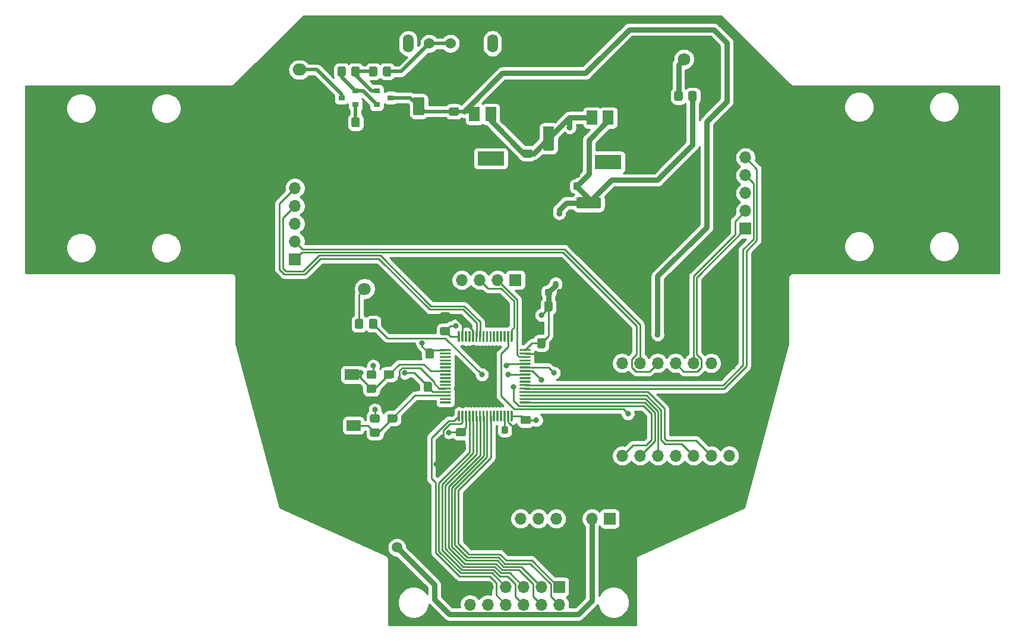
<source format=gbr>
%TF.GenerationSoftware,KiCad,Pcbnew,(5.1.9)-1*%
%TF.CreationDate,2021-05-12T23:16:12+02:00*%
%TF.ProjectId,PlytkaGlowna,506c7974-6b61-4476-9c6f-776e612e6b69,rev?*%
%TF.SameCoordinates,Original*%
%TF.FileFunction,Copper,L1,Top*%
%TF.FilePolarity,Positive*%
%FSLAX46Y46*%
G04 Gerber Fmt 4.6, Leading zero omitted, Abs format (unit mm)*
G04 Created by KiCad (PCBNEW (5.1.9)-1) date 2021-05-12 23:16:12*
%MOMM*%
%LPD*%
G01*
G04 APERTURE LIST*
%TA.AperFunction,ComponentPad*%
%ADD10O,1.700000X1.700000*%
%TD*%
%TA.AperFunction,ComponentPad*%
%ADD11R,1.700000X1.700000*%
%TD*%
%TA.AperFunction,ComponentPad*%
%ADD12R,1.800000X1.800000*%
%TD*%
%TA.AperFunction,ComponentPad*%
%ADD13C,1.800000*%
%TD*%
%TA.AperFunction,ComponentPad*%
%ADD14O,2.000000X1.700000*%
%TD*%
%TA.AperFunction,SMDPad,CuDef*%
%ADD15R,0.900000X0.800000*%
%TD*%
%TA.AperFunction,SMDPad,CuDef*%
%ADD16R,2.000000X1.500000*%
%TD*%
%TA.AperFunction,ComponentPad*%
%ADD17C,1.524000*%
%TD*%
%TA.AperFunction,ComponentPad*%
%ADD18O,1.550000X2.600000*%
%TD*%
%TA.AperFunction,SMDPad,CuDef*%
%ADD19R,1.500000X2.000000*%
%TD*%
%TA.AperFunction,SMDPad,CuDef*%
%ADD20R,3.800000X2.000000*%
%TD*%
%TA.AperFunction,ViaPad*%
%ADD21C,0.800000*%
%TD*%
%TA.AperFunction,ViaPad*%
%ADD22C,1.500000*%
%TD*%
%TA.AperFunction,Conductor*%
%ADD23C,0.750000*%
%TD*%
%TA.AperFunction,Conductor*%
%ADD24C,0.250000*%
%TD*%
%TA.AperFunction,Conductor*%
%ADD25C,0.500000*%
%TD*%
%TA.AperFunction,Conductor*%
%ADD26C,0.254000*%
%TD*%
%TA.AperFunction,Conductor*%
%ADD27C,0.100000*%
%TD*%
G04 APERTURE END LIST*
D10*
%TO.P,J6,6*%
%TO.N,GND*%
X201540000Y-76730000D03*
%TO.P,J6,5*%
%TO.N,ENCODER12*%
X201540000Y-79270000D03*
%TO.P,J6,4*%
%TO.N,ENCODER11*%
X201540000Y-81810000D03*
%TO.P,J6,3*%
%TO.N,+5V*%
X201540000Y-84350000D03*
%TO.P,J6,2*%
%TO.N,AO1*%
X201540000Y-86890000D03*
D11*
%TO.P,J6,1*%
%TO.N,AO2*%
X201540000Y-89430000D03*
%TD*%
%TO.P,J7,1*%
%TO.N,BO2*%
X137350000Y-93790000D03*
D10*
%TO.P,J7,2*%
%TO.N,BO1*%
X137350000Y-91250000D03*
%TO.P,J7,3*%
%TO.N,+5V*%
X137350000Y-88710000D03*
%TO.P,J7,4*%
%TO.N,ENCODER21*%
X137350000Y-86170000D03*
%TO.P,J7,5*%
%TO.N,ENCODER22*%
X137350000Y-83630000D03*
%TO.P,J7,6*%
%TO.N,GND*%
X137350000Y-81090000D03*
%TD*%
%TO.P,J5,8*%
%TO.N,PWM1*%
X199230000Y-121804999D03*
%TO.P,J5,7*%
%TO.N,AIN2*%
X196690000Y-121804999D03*
%TO.P,J5,6*%
%TO.N,AIN1*%
X194150000Y-121804999D03*
%TO.P,J5,5*%
%TO.N,VDD*%
X191610000Y-121804999D03*
%TO.P,J5,4*%
%TO.N,BIN1*%
X189070000Y-121804999D03*
%TO.P,J5,3*%
%TO.N,BIN2*%
X186530000Y-121804999D03*
%TO.P,J5,2*%
%TO.N,PWM2*%
X183990000Y-121804999D03*
D11*
%TO.P,J5,1*%
%TO.N,GND*%
X181450000Y-121804999D03*
%TD*%
%TO.P,U3,1*%
%TO.N,VDD*%
%TA.AperFunction,SMDPad,CuDef*%
G36*
G01*
X158025001Y-106800001D02*
X158025001Y-106650001D01*
G75*
G02*
X158100001Y-106575001I75000J0D01*
G01*
X159500001Y-106575001D01*
G75*
G02*
X159575001Y-106650001I0J-75000D01*
G01*
X159575001Y-106800001D01*
G75*
G02*
X159500001Y-106875001I-75000J0D01*
G01*
X158100001Y-106875001D01*
G75*
G02*
X158025001Y-106800001I0J75000D01*
G01*
G37*
%TD.AperFunction*%
%TO.P,U3,2*%
%TO.N,N/C*%
%TA.AperFunction,SMDPad,CuDef*%
G36*
G01*
X158025001Y-107300001D02*
X158025001Y-107150001D01*
G75*
G02*
X158100001Y-107075001I75000J0D01*
G01*
X159500001Y-107075001D01*
G75*
G02*
X159575001Y-107150001I0J-75000D01*
G01*
X159575001Y-107300001D01*
G75*
G02*
X159500001Y-107375001I-75000J0D01*
G01*
X158100001Y-107375001D01*
G75*
G02*
X158025001Y-107300001I0J75000D01*
G01*
G37*
%TD.AperFunction*%
%TO.P,U3,3*%
%TA.AperFunction,SMDPad,CuDef*%
G36*
G01*
X158025001Y-107800001D02*
X158025001Y-107650001D01*
G75*
G02*
X158100001Y-107575001I75000J0D01*
G01*
X159500001Y-107575001D01*
G75*
G02*
X159575001Y-107650001I0J-75000D01*
G01*
X159575001Y-107800001D01*
G75*
G02*
X159500001Y-107875001I-75000J0D01*
G01*
X158100001Y-107875001D01*
G75*
G02*
X158025001Y-107800001I0J75000D01*
G01*
G37*
%TD.AperFunction*%
%TO.P,U3,4*%
%TA.AperFunction,SMDPad,CuDef*%
G36*
G01*
X158025001Y-108300001D02*
X158025001Y-108150001D01*
G75*
G02*
X158100001Y-108075001I75000J0D01*
G01*
X159500001Y-108075001D01*
G75*
G02*
X159575001Y-108150001I0J-75000D01*
G01*
X159575001Y-108300001D01*
G75*
G02*
X159500001Y-108375001I-75000J0D01*
G01*
X158100001Y-108375001D01*
G75*
G02*
X158025001Y-108300001I0J75000D01*
G01*
G37*
%TD.AperFunction*%
%TO.P,U3,5*%
%TA.AperFunction,SMDPad,CuDef*%
G36*
G01*
X158025001Y-108800001D02*
X158025001Y-108650001D01*
G75*
G02*
X158100001Y-108575001I75000J0D01*
G01*
X159500001Y-108575001D01*
G75*
G02*
X159575001Y-108650001I0J-75000D01*
G01*
X159575001Y-108800001D01*
G75*
G02*
X159500001Y-108875001I-75000J0D01*
G01*
X158100001Y-108875001D01*
G75*
G02*
X158025001Y-108800001I0J75000D01*
G01*
G37*
%TD.AperFunction*%
%TO.P,U3,6*%
%TA.AperFunction,SMDPad,CuDef*%
G36*
G01*
X158025001Y-109300001D02*
X158025001Y-109150001D01*
G75*
G02*
X158100001Y-109075001I75000J0D01*
G01*
X159500001Y-109075001D01*
G75*
G02*
X159575001Y-109150001I0J-75000D01*
G01*
X159575001Y-109300001D01*
G75*
G02*
X159500001Y-109375001I-75000J0D01*
G01*
X158100001Y-109375001D01*
G75*
G02*
X158025001Y-109300001I0J75000D01*
G01*
G37*
%TD.AperFunction*%
%TO.P,U3,7*%
%TO.N,NRST*%
%TA.AperFunction,SMDPad,CuDef*%
G36*
G01*
X158025001Y-109800001D02*
X158025001Y-109650001D01*
G75*
G02*
X158100001Y-109575001I75000J0D01*
G01*
X159500001Y-109575001D01*
G75*
G02*
X159575001Y-109650001I0J-75000D01*
G01*
X159575001Y-109800001D01*
G75*
G02*
X159500001Y-109875001I-75000J0D01*
G01*
X158100001Y-109875001D01*
G75*
G02*
X158025001Y-109800001I0J75000D01*
G01*
G37*
%TD.AperFunction*%
%TO.P,U3,8*%
%TO.N,N/C*%
%TA.AperFunction,SMDPad,CuDef*%
G36*
G01*
X158025001Y-110300001D02*
X158025001Y-110150001D01*
G75*
G02*
X158100001Y-110075001I75000J0D01*
G01*
X159500001Y-110075001D01*
G75*
G02*
X159575001Y-110150001I0J-75000D01*
G01*
X159575001Y-110300001D01*
G75*
G02*
X159500001Y-110375001I-75000J0D01*
G01*
X158100001Y-110375001D01*
G75*
G02*
X158025001Y-110300001I0J75000D01*
G01*
G37*
%TD.AperFunction*%
%TO.P,U3,9*%
%TA.AperFunction,SMDPad,CuDef*%
G36*
G01*
X158025001Y-110800001D02*
X158025001Y-110650001D01*
G75*
G02*
X158100001Y-110575001I75000J0D01*
G01*
X159500001Y-110575001D01*
G75*
G02*
X159575001Y-110650001I0J-75000D01*
G01*
X159575001Y-110800001D01*
G75*
G02*
X159500001Y-110875001I-75000J0D01*
G01*
X158100001Y-110875001D01*
G75*
G02*
X158025001Y-110800001I0J75000D01*
G01*
G37*
%TD.AperFunction*%
%TO.P,U3,10*%
%TA.AperFunction,SMDPad,CuDef*%
G36*
G01*
X158025001Y-111300001D02*
X158025001Y-111150001D01*
G75*
G02*
X158100001Y-111075001I75000J0D01*
G01*
X159500001Y-111075001D01*
G75*
G02*
X159575001Y-111150001I0J-75000D01*
G01*
X159575001Y-111300001D01*
G75*
G02*
X159500001Y-111375001I-75000J0D01*
G01*
X158100001Y-111375001D01*
G75*
G02*
X158025001Y-111300001I0J75000D01*
G01*
G37*
%TD.AperFunction*%
%TO.P,U3,11*%
%TA.AperFunction,SMDPad,CuDef*%
G36*
G01*
X158025001Y-111800001D02*
X158025001Y-111650001D01*
G75*
G02*
X158100001Y-111575001I75000J0D01*
G01*
X159500001Y-111575001D01*
G75*
G02*
X159575001Y-111650001I0J-75000D01*
G01*
X159575001Y-111800001D01*
G75*
G02*
X159500001Y-111875001I-75000J0D01*
G01*
X158100001Y-111875001D01*
G75*
G02*
X158025001Y-111800001I0J75000D01*
G01*
G37*
%TD.AperFunction*%
%TO.P,U3,12*%
%TO.N,GND*%
%TA.AperFunction,SMDPad,CuDef*%
G36*
G01*
X158025001Y-112300001D02*
X158025001Y-112150001D01*
G75*
G02*
X158100001Y-112075001I75000J0D01*
G01*
X159500001Y-112075001D01*
G75*
G02*
X159575001Y-112150001I0J-75000D01*
G01*
X159575001Y-112300001D01*
G75*
G02*
X159500001Y-112375001I-75000J0D01*
G01*
X158100001Y-112375001D01*
G75*
G02*
X158025001Y-112300001I0J75000D01*
G01*
G37*
%TD.AperFunction*%
%TO.P,U3,13*%
%TO.N,VDD*%
%TA.AperFunction,SMDPad,CuDef*%
G36*
G01*
X158025001Y-112800001D02*
X158025001Y-112650001D01*
G75*
G02*
X158100001Y-112575001I75000J0D01*
G01*
X159500001Y-112575001D01*
G75*
G02*
X159575001Y-112650001I0J-75000D01*
G01*
X159575001Y-112800001D01*
G75*
G02*
X159500001Y-112875001I-75000J0D01*
G01*
X158100001Y-112875001D01*
G75*
G02*
X158025001Y-112800001I0J75000D01*
G01*
G37*
%TD.AperFunction*%
%TO.P,U3,14*%
%TO.N,BUT1*%
%TA.AperFunction,SMDPad,CuDef*%
G36*
G01*
X158025001Y-113300001D02*
X158025001Y-113150001D01*
G75*
G02*
X158100001Y-113075001I75000J0D01*
G01*
X159500001Y-113075001D01*
G75*
G02*
X159575001Y-113150001I0J-75000D01*
G01*
X159575001Y-113300001D01*
G75*
G02*
X159500001Y-113375001I-75000J0D01*
G01*
X158100001Y-113375001D01*
G75*
G02*
X158025001Y-113300001I0J75000D01*
G01*
G37*
%TD.AperFunction*%
%TO.P,U3,15*%
%TO.N,N/C*%
%TA.AperFunction,SMDPad,CuDef*%
G36*
G01*
X158025001Y-113800001D02*
X158025001Y-113650001D01*
G75*
G02*
X158100001Y-113575001I75000J0D01*
G01*
X159500001Y-113575001D01*
G75*
G02*
X159575001Y-113650001I0J-75000D01*
G01*
X159575001Y-113800001D01*
G75*
G02*
X159500001Y-113875001I-75000J0D01*
G01*
X158100001Y-113875001D01*
G75*
G02*
X158025001Y-113800001I0J75000D01*
G01*
G37*
%TD.AperFunction*%
%TO.P,U3,16*%
%TA.AperFunction,SMDPad,CuDef*%
G36*
G01*
X158025001Y-114300001D02*
X158025001Y-114150001D01*
G75*
G02*
X158100001Y-114075001I75000J0D01*
G01*
X159500001Y-114075001D01*
G75*
G02*
X159575001Y-114150001I0J-75000D01*
G01*
X159575001Y-114300001D01*
G75*
G02*
X159500001Y-114375001I-75000J0D01*
G01*
X158100001Y-114375001D01*
G75*
G02*
X158025001Y-114300001I0J75000D01*
G01*
G37*
%TD.AperFunction*%
%TO.P,U3,17*%
%TO.N,ADC1_IN3*%
%TA.AperFunction,SMDPad,CuDef*%
G36*
G01*
X160575001Y-116850001D02*
X160575001Y-115450001D01*
G75*
G02*
X160650001Y-115375001I75000J0D01*
G01*
X160800001Y-115375001D01*
G75*
G02*
X160875001Y-115450001I0J-75000D01*
G01*
X160875001Y-116850001D01*
G75*
G02*
X160800001Y-116925001I-75000J0D01*
G01*
X160650001Y-116925001D01*
G75*
G02*
X160575001Y-116850001I0J75000D01*
G01*
G37*
%TD.AperFunction*%
%TO.P,U3,18*%
%TO.N,GND*%
%TA.AperFunction,SMDPad,CuDef*%
G36*
G01*
X161075001Y-116850001D02*
X161075001Y-115450001D01*
G75*
G02*
X161150001Y-115375001I75000J0D01*
G01*
X161300001Y-115375001D01*
G75*
G02*
X161375001Y-115450001I0J-75000D01*
G01*
X161375001Y-116850001D01*
G75*
G02*
X161300001Y-116925001I-75000J0D01*
G01*
X161150001Y-116925001D01*
G75*
G02*
X161075001Y-116850001I0J75000D01*
G01*
G37*
%TD.AperFunction*%
%TO.P,U3,19*%
%TO.N,VDD*%
%TA.AperFunction,SMDPad,CuDef*%
G36*
G01*
X161575001Y-116850001D02*
X161575001Y-115450001D01*
G75*
G02*
X161650001Y-115375001I75000J0D01*
G01*
X161800001Y-115375001D01*
G75*
G02*
X161875001Y-115450001I0J-75000D01*
G01*
X161875001Y-116850001D01*
G75*
G02*
X161800001Y-116925001I-75000J0D01*
G01*
X161650001Y-116925001D01*
G75*
G02*
X161575001Y-116850001I0J75000D01*
G01*
G37*
%TD.AperFunction*%
%TO.P,U3,20*%
%TO.N,ADC1_IN4*%
%TA.AperFunction,SMDPad,CuDef*%
G36*
G01*
X162075001Y-116850001D02*
X162075001Y-115450001D01*
G75*
G02*
X162150001Y-115375001I75000J0D01*
G01*
X162300001Y-115375001D01*
G75*
G02*
X162375001Y-115450001I0J-75000D01*
G01*
X162375001Y-116850001D01*
G75*
G02*
X162300001Y-116925001I-75000J0D01*
G01*
X162150001Y-116925001D01*
G75*
G02*
X162075001Y-116850001I0J75000D01*
G01*
G37*
%TD.AperFunction*%
%TO.P,U3,21*%
%TO.N,ADC1_IN5*%
%TA.AperFunction,SMDPad,CuDef*%
G36*
G01*
X162575001Y-116850001D02*
X162575001Y-115450001D01*
G75*
G02*
X162650001Y-115375001I75000J0D01*
G01*
X162800001Y-115375001D01*
G75*
G02*
X162875001Y-115450001I0J-75000D01*
G01*
X162875001Y-116850001D01*
G75*
G02*
X162800001Y-116925001I-75000J0D01*
G01*
X162650001Y-116925001D01*
G75*
G02*
X162575001Y-116850001I0J75000D01*
G01*
G37*
%TD.AperFunction*%
%TO.P,U3,22*%
%TO.N,ADC1_IN6*%
%TA.AperFunction,SMDPad,CuDef*%
G36*
G01*
X163075001Y-116850001D02*
X163075001Y-115450001D01*
G75*
G02*
X163150001Y-115375001I75000J0D01*
G01*
X163300001Y-115375001D01*
G75*
G02*
X163375001Y-115450001I0J-75000D01*
G01*
X163375001Y-116850001D01*
G75*
G02*
X163300001Y-116925001I-75000J0D01*
G01*
X163150001Y-116925001D01*
G75*
G02*
X163075001Y-116850001I0J75000D01*
G01*
G37*
%TD.AperFunction*%
%TO.P,U3,23*%
%TO.N,ADC1_IN7*%
%TA.AperFunction,SMDPad,CuDef*%
G36*
G01*
X163575001Y-116850001D02*
X163575001Y-115450001D01*
G75*
G02*
X163650001Y-115375001I75000J0D01*
G01*
X163800001Y-115375001D01*
G75*
G02*
X163875001Y-115450001I0J-75000D01*
G01*
X163875001Y-116850001D01*
G75*
G02*
X163800001Y-116925001I-75000J0D01*
G01*
X163650001Y-116925001D01*
G75*
G02*
X163575001Y-116850001I0J75000D01*
G01*
G37*
%TD.AperFunction*%
%TO.P,U3,24*%
%TO.N,ADC1_IN14*%
%TA.AperFunction,SMDPad,CuDef*%
G36*
G01*
X164075001Y-116850001D02*
X164075001Y-115450001D01*
G75*
G02*
X164150001Y-115375001I75000J0D01*
G01*
X164300001Y-115375001D01*
G75*
G02*
X164375001Y-115450001I0J-75000D01*
G01*
X164375001Y-116850001D01*
G75*
G02*
X164300001Y-116925001I-75000J0D01*
G01*
X164150001Y-116925001D01*
G75*
G02*
X164075001Y-116850001I0J75000D01*
G01*
G37*
%TD.AperFunction*%
%TO.P,U3,25*%
%TO.N,ADC1_IN15*%
%TA.AperFunction,SMDPad,CuDef*%
G36*
G01*
X164575001Y-116850001D02*
X164575001Y-115450001D01*
G75*
G02*
X164650001Y-115375001I75000J0D01*
G01*
X164800001Y-115375001D01*
G75*
G02*
X164875001Y-115450001I0J-75000D01*
G01*
X164875001Y-116850001D01*
G75*
G02*
X164800001Y-116925001I-75000J0D01*
G01*
X164650001Y-116925001D01*
G75*
G02*
X164575001Y-116850001I0J75000D01*
G01*
G37*
%TD.AperFunction*%
%TO.P,U3,26*%
%TO.N,ADC1_IN8*%
%TA.AperFunction,SMDPad,CuDef*%
G36*
G01*
X165075001Y-116850001D02*
X165075001Y-115450001D01*
G75*
G02*
X165150001Y-115375001I75000J0D01*
G01*
X165300001Y-115375001D01*
G75*
G02*
X165375001Y-115450001I0J-75000D01*
G01*
X165375001Y-116850001D01*
G75*
G02*
X165300001Y-116925001I-75000J0D01*
G01*
X165150001Y-116925001D01*
G75*
G02*
X165075001Y-116850001I0J75000D01*
G01*
G37*
%TD.AperFunction*%
%TO.P,U3,27*%
%TO.N,N/C*%
%TA.AperFunction,SMDPad,CuDef*%
G36*
G01*
X165575001Y-116850001D02*
X165575001Y-115450001D01*
G75*
G02*
X165650001Y-115375001I75000J0D01*
G01*
X165800001Y-115375001D01*
G75*
G02*
X165875001Y-115450001I0J-75000D01*
G01*
X165875001Y-116850001D01*
G75*
G02*
X165800001Y-116925001I-75000J0D01*
G01*
X165650001Y-116925001D01*
G75*
G02*
X165575001Y-116850001I0J75000D01*
G01*
G37*
%TD.AperFunction*%
%TO.P,U3,28*%
%TA.AperFunction,SMDPad,CuDef*%
G36*
G01*
X166075001Y-116850001D02*
X166075001Y-115450001D01*
G75*
G02*
X166150001Y-115375001I75000J0D01*
G01*
X166300001Y-115375001D01*
G75*
G02*
X166375001Y-115450001I0J-75000D01*
G01*
X166375001Y-116850001D01*
G75*
G02*
X166300001Y-116925001I-75000J0D01*
G01*
X166150001Y-116925001D01*
G75*
G02*
X166075001Y-116850001I0J75000D01*
G01*
G37*
%TD.AperFunction*%
%TO.P,U3,29*%
%TA.AperFunction,SMDPad,CuDef*%
G36*
G01*
X166575001Y-116850001D02*
X166575001Y-115450001D01*
G75*
G02*
X166650001Y-115375001I75000J0D01*
G01*
X166800001Y-115375001D01*
G75*
G02*
X166875001Y-115450001I0J-75000D01*
G01*
X166875001Y-116850001D01*
G75*
G02*
X166800001Y-116925001I-75000J0D01*
G01*
X166650001Y-116925001D01*
G75*
G02*
X166575001Y-116850001I0J75000D01*
G01*
G37*
%TD.AperFunction*%
%TO.P,U3,30*%
%TO.N,Net-(C6-Pad1)*%
%TA.AperFunction,SMDPad,CuDef*%
G36*
G01*
X167075001Y-116850001D02*
X167075001Y-115450001D01*
G75*
G02*
X167150001Y-115375001I75000J0D01*
G01*
X167300001Y-115375001D01*
G75*
G02*
X167375001Y-115450001I0J-75000D01*
G01*
X167375001Y-116850001D01*
G75*
G02*
X167300001Y-116925001I-75000J0D01*
G01*
X167150001Y-116925001D01*
G75*
G02*
X167075001Y-116850001I0J75000D01*
G01*
G37*
%TD.AperFunction*%
%TO.P,U3,31*%
%TO.N,GND*%
%TA.AperFunction,SMDPad,CuDef*%
G36*
G01*
X167575001Y-116850001D02*
X167575001Y-115450001D01*
G75*
G02*
X167650001Y-115375001I75000J0D01*
G01*
X167800001Y-115375001D01*
G75*
G02*
X167875001Y-115450001I0J-75000D01*
G01*
X167875001Y-116850001D01*
G75*
G02*
X167800001Y-116925001I-75000J0D01*
G01*
X167650001Y-116925001D01*
G75*
G02*
X167575001Y-116850001I0J75000D01*
G01*
G37*
%TD.AperFunction*%
%TO.P,U3,32*%
%TO.N,VDD*%
%TA.AperFunction,SMDPad,CuDef*%
G36*
G01*
X168075001Y-116850001D02*
X168075001Y-115450001D01*
G75*
G02*
X168150001Y-115375001I75000J0D01*
G01*
X168300001Y-115375001D01*
G75*
G02*
X168375001Y-115450001I0J-75000D01*
G01*
X168375001Y-116850001D01*
G75*
G02*
X168300001Y-116925001I-75000J0D01*
G01*
X168150001Y-116925001D01*
G75*
G02*
X168075001Y-116850001I0J75000D01*
G01*
G37*
%TD.AperFunction*%
%TO.P,U3,33*%
%TO.N,BIN2*%
%TA.AperFunction,SMDPad,CuDef*%
G36*
G01*
X169375001Y-114300001D02*
X169375001Y-114150001D01*
G75*
G02*
X169450001Y-114075001I75000J0D01*
G01*
X170850001Y-114075001D01*
G75*
G02*
X170925001Y-114150001I0J-75000D01*
G01*
X170925001Y-114300001D01*
G75*
G02*
X170850001Y-114375001I-75000J0D01*
G01*
X169450001Y-114375001D01*
G75*
G02*
X169375001Y-114300001I0J75000D01*
G01*
G37*
%TD.AperFunction*%
%TO.P,U3,34*%
%TO.N,BIN1*%
%TA.AperFunction,SMDPad,CuDef*%
G36*
G01*
X169375001Y-113800001D02*
X169375001Y-113650001D01*
G75*
G02*
X169450001Y-113575001I75000J0D01*
G01*
X170850001Y-113575001D01*
G75*
G02*
X170925001Y-113650001I0J-75000D01*
G01*
X170925001Y-113800001D01*
G75*
G02*
X170850001Y-113875001I-75000J0D01*
G01*
X169450001Y-113875001D01*
G75*
G02*
X169375001Y-113800001I0J75000D01*
G01*
G37*
%TD.AperFunction*%
%TO.P,U3,35*%
%TO.N,AIN1*%
%TA.AperFunction,SMDPad,CuDef*%
G36*
G01*
X169375001Y-113300001D02*
X169375001Y-113150001D01*
G75*
G02*
X169450001Y-113075001I75000J0D01*
G01*
X170850001Y-113075001D01*
G75*
G02*
X170925001Y-113150001I0J-75000D01*
G01*
X170925001Y-113300001D01*
G75*
G02*
X170850001Y-113375001I-75000J0D01*
G01*
X169450001Y-113375001D01*
G75*
G02*
X169375001Y-113300001I0J75000D01*
G01*
G37*
%TD.AperFunction*%
%TO.P,U3,36*%
%TO.N,AIN2*%
%TA.AperFunction,SMDPad,CuDef*%
G36*
G01*
X169375001Y-112800001D02*
X169375001Y-112650001D01*
G75*
G02*
X169450001Y-112575001I75000J0D01*
G01*
X170850001Y-112575001D01*
G75*
G02*
X170925001Y-112650001I0J-75000D01*
G01*
X170925001Y-112800001D01*
G75*
G02*
X170850001Y-112875001I-75000J0D01*
G01*
X169450001Y-112875001D01*
G75*
G02*
X169375001Y-112800001I0J75000D01*
G01*
G37*
%TD.AperFunction*%
%TO.P,U3,37*%
%TO.N,ENCODER12*%
%TA.AperFunction,SMDPad,CuDef*%
G36*
G01*
X169375001Y-112300001D02*
X169375001Y-112150001D01*
G75*
G02*
X169450001Y-112075001I75000J0D01*
G01*
X170850001Y-112075001D01*
G75*
G02*
X170925001Y-112150001I0J-75000D01*
G01*
X170925001Y-112300001D01*
G75*
G02*
X170850001Y-112375001I-75000J0D01*
G01*
X169450001Y-112375001D01*
G75*
G02*
X169375001Y-112300001I0J75000D01*
G01*
G37*
%TD.AperFunction*%
%TO.P,U3,38*%
%TO.N,ENCODER11*%
%TA.AperFunction,SMDPad,CuDef*%
G36*
G01*
X169375001Y-111800001D02*
X169375001Y-111650001D01*
G75*
G02*
X169450001Y-111575001I75000J0D01*
G01*
X170850001Y-111575001D01*
G75*
G02*
X170925001Y-111650001I0J-75000D01*
G01*
X170925001Y-111800001D01*
G75*
G02*
X170850001Y-111875001I-75000J0D01*
G01*
X169450001Y-111875001D01*
G75*
G02*
X169375001Y-111800001I0J75000D01*
G01*
G37*
%TD.AperFunction*%
%TO.P,U3,39*%
%TO.N,N/C*%
%TA.AperFunction,SMDPad,CuDef*%
G36*
G01*
X169375001Y-111300001D02*
X169375001Y-111150001D01*
G75*
G02*
X169450001Y-111075001I75000J0D01*
G01*
X170850001Y-111075001D01*
G75*
G02*
X170925001Y-111150001I0J-75000D01*
G01*
X170925001Y-111300001D01*
G75*
G02*
X170850001Y-111375001I-75000J0D01*
G01*
X169450001Y-111375001D01*
G75*
G02*
X169375001Y-111300001I0J75000D01*
G01*
G37*
%TD.AperFunction*%
%TO.P,U3,40*%
%TA.AperFunction,SMDPad,CuDef*%
G36*
G01*
X169375001Y-110800001D02*
X169375001Y-110650001D01*
G75*
G02*
X169450001Y-110575001I75000J0D01*
G01*
X170850001Y-110575001D01*
G75*
G02*
X170925001Y-110650001I0J-75000D01*
G01*
X170925001Y-110800001D01*
G75*
G02*
X170850001Y-110875001I-75000J0D01*
G01*
X169450001Y-110875001D01*
G75*
G02*
X169375001Y-110800001I0J75000D01*
G01*
G37*
%TD.AperFunction*%
%TO.P,U3,41*%
%TO.N,LED1*%
%TA.AperFunction,SMDPad,CuDef*%
G36*
G01*
X169375001Y-110300001D02*
X169375001Y-110150001D01*
G75*
G02*
X169450001Y-110075001I75000J0D01*
G01*
X170850001Y-110075001D01*
G75*
G02*
X170925001Y-110150001I0J-75000D01*
G01*
X170925001Y-110300001D01*
G75*
G02*
X170850001Y-110375001I-75000J0D01*
G01*
X169450001Y-110375001D01*
G75*
G02*
X169375001Y-110300001I0J75000D01*
G01*
G37*
%TD.AperFunction*%
%TO.P,U3,42*%
%TO.N,RXD*%
%TA.AperFunction,SMDPad,CuDef*%
G36*
G01*
X169375001Y-109800001D02*
X169375001Y-109650001D01*
G75*
G02*
X169450001Y-109575001I75000J0D01*
G01*
X170850001Y-109575001D01*
G75*
G02*
X170925001Y-109650001I0J-75000D01*
G01*
X170925001Y-109800001D01*
G75*
G02*
X170850001Y-109875001I-75000J0D01*
G01*
X169450001Y-109875001D01*
G75*
G02*
X169375001Y-109800001I0J75000D01*
G01*
G37*
%TD.AperFunction*%
%TO.P,U3,43*%
%TO.N,TXD*%
%TA.AperFunction,SMDPad,CuDef*%
G36*
G01*
X169375001Y-109300001D02*
X169375001Y-109150001D01*
G75*
G02*
X169450001Y-109075001I75000J0D01*
G01*
X170850001Y-109075001D01*
G75*
G02*
X170925001Y-109150001I0J-75000D01*
G01*
X170925001Y-109300001D01*
G75*
G02*
X170850001Y-109375001I-75000J0D01*
G01*
X169450001Y-109375001D01*
G75*
G02*
X169375001Y-109300001I0J75000D01*
G01*
G37*
%TD.AperFunction*%
%TO.P,U3,44*%
%TO.N,PWM2*%
%TA.AperFunction,SMDPad,CuDef*%
G36*
G01*
X169375001Y-108800001D02*
X169375001Y-108650001D01*
G75*
G02*
X169450001Y-108575001I75000J0D01*
G01*
X170850001Y-108575001D01*
G75*
G02*
X170925001Y-108650001I0J-75000D01*
G01*
X170925001Y-108800001D01*
G75*
G02*
X170850001Y-108875001I-75000J0D01*
G01*
X169450001Y-108875001D01*
G75*
G02*
X169375001Y-108800001I0J75000D01*
G01*
G37*
%TD.AperFunction*%
%TO.P,U3,45*%
%TO.N,N/C*%
%TA.AperFunction,SMDPad,CuDef*%
G36*
G01*
X169375001Y-108300001D02*
X169375001Y-108150001D01*
G75*
G02*
X169450001Y-108075001I75000J0D01*
G01*
X170850001Y-108075001D01*
G75*
G02*
X170925001Y-108150001I0J-75000D01*
G01*
X170925001Y-108300001D01*
G75*
G02*
X170850001Y-108375001I-75000J0D01*
G01*
X169450001Y-108375001D01*
G75*
G02*
X169375001Y-108300001I0J75000D01*
G01*
G37*
%TD.AperFunction*%
%TO.P,U3,46*%
%TO.N,SWDIO*%
%TA.AperFunction,SMDPad,CuDef*%
G36*
G01*
X169375001Y-107800001D02*
X169375001Y-107650001D01*
G75*
G02*
X169450001Y-107575001I75000J0D01*
G01*
X170850001Y-107575001D01*
G75*
G02*
X170925001Y-107650001I0J-75000D01*
G01*
X170925001Y-107800001D01*
G75*
G02*
X170850001Y-107875001I-75000J0D01*
G01*
X169450001Y-107875001D01*
G75*
G02*
X169375001Y-107800001I0J75000D01*
G01*
G37*
%TD.AperFunction*%
%TO.P,U3,47*%
%TO.N,GND*%
%TA.AperFunction,SMDPad,CuDef*%
G36*
G01*
X169375001Y-107300001D02*
X169375001Y-107150001D01*
G75*
G02*
X169450001Y-107075001I75000J0D01*
G01*
X170850001Y-107075001D01*
G75*
G02*
X170925001Y-107150001I0J-75000D01*
G01*
X170925001Y-107300001D01*
G75*
G02*
X170850001Y-107375001I-75000J0D01*
G01*
X169450001Y-107375001D01*
G75*
G02*
X169375001Y-107300001I0J75000D01*
G01*
G37*
%TD.AperFunction*%
%TO.P,U3,48*%
%TO.N,VDD*%
%TA.AperFunction,SMDPad,CuDef*%
G36*
G01*
X169375001Y-106800001D02*
X169375001Y-106650001D01*
G75*
G02*
X169450001Y-106575001I75000J0D01*
G01*
X170850001Y-106575001D01*
G75*
G02*
X170925001Y-106650001I0J-75000D01*
G01*
X170925001Y-106800001D01*
G75*
G02*
X170850001Y-106875001I-75000J0D01*
G01*
X169450001Y-106875001D01*
G75*
G02*
X169375001Y-106800001I0J75000D01*
G01*
G37*
%TD.AperFunction*%
%TO.P,U3,49*%
%TO.N,SWCLK*%
%TA.AperFunction,SMDPad,CuDef*%
G36*
G01*
X168075001Y-105500001D02*
X168075001Y-104100001D01*
G75*
G02*
X168150001Y-104025001I75000J0D01*
G01*
X168300001Y-104025001D01*
G75*
G02*
X168375001Y-104100001I0J-75000D01*
G01*
X168375001Y-105500001D01*
G75*
G02*
X168300001Y-105575001I-75000J0D01*
G01*
X168150001Y-105575001D01*
G75*
G02*
X168075001Y-105500001I0J75000D01*
G01*
G37*
%TD.AperFunction*%
%TO.P,U3,50*%
%TO.N,PWM1*%
%TA.AperFunction,SMDPad,CuDef*%
G36*
G01*
X167575001Y-105500001D02*
X167575001Y-104100001D01*
G75*
G02*
X167650001Y-104025001I75000J0D01*
G01*
X167800001Y-104025001D01*
G75*
G02*
X167875001Y-104100001I0J-75000D01*
G01*
X167875001Y-105500001D01*
G75*
G02*
X167800001Y-105575001I-75000J0D01*
G01*
X167650001Y-105575001D01*
G75*
G02*
X167575001Y-105500001I0J75000D01*
G01*
G37*
%TD.AperFunction*%
%TO.P,U3,51*%
%TO.N,N/C*%
%TA.AperFunction,SMDPad,CuDef*%
G36*
G01*
X167075001Y-105500001D02*
X167075001Y-104100001D01*
G75*
G02*
X167150001Y-104025001I75000J0D01*
G01*
X167300001Y-104025001D01*
G75*
G02*
X167375001Y-104100001I0J-75000D01*
G01*
X167375001Y-105500001D01*
G75*
G02*
X167300001Y-105575001I-75000J0D01*
G01*
X167150001Y-105575001D01*
G75*
G02*
X167075001Y-105500001I0J75000D01*
G01*
G37*
%TD.AperFunction*%
%TO.P,U3,52*%
%TA.AperFunction,SMDPad,CuDef*%
G36*
G01*
X166575001Y-105500001D02*
X166575001Y-104100001D01*
G75*
G02*
X166650001Y-104025001I75000J0D01*
G01*
X166800001Y-104025001D01*
G75*
G02*
X166875001Y-104100001I0J-75000D01*
G01*
X166875001Y-105500001D01*
G75*
G02*
X166800001Y-105575001I-75000J0D01*
G01*
X166650001Y-105575001D01*
G75*
G02*
X166575001Y-105500001I0J75000D01*
G01*
G37*
%TD.AperFunction*%
%TO.P,U3,53*%
%TA.AperFunction,SMDPad,CuDef*%
G36*
G01*
X166075001Y-105500001D02*
X166075001Y-104100001D01*
G75*
G02*
X166150001Y-104025001I75000J0D01*
G01*
X166300001Y-104025001D01*
G75*
G02*
X166375001Y-104100001I0J-75000D01*
G01*
X166375001Y-105500001D01*
G75*
G02*
X166300001Y-105575001I-75000J0D01*
G01*
X166150001Y-105575001D01*
G75*
G02*
X166075001Y-105500001I0J75000D01*
G01*
G37*
%TD.AperFunction*%
%TO.P,U3,54*%
%TA.AperFunction,SMDPad,CuDef*%
G36*
G01*
X165575001Y-105500001D02*
X165575001Y-104100001D01*
G75*
G02*
X165650001Y-104025001I75000J0D01*
G01*
X165800001Y-104025001D01*
G75*
G02*
X165875001Y-104100001I0J-75000D01*
G01*
X165875001Y-105500001D01*
G75*
G02*
X165800001Y-105575001I-75000J0D01*
G01*
X165650001Y-105575001D01*
G75*
G02*
X165575001Y-105500001I0J75000D01*
G01*
G37*
%TD.AperFunction*%
%TO.P,U3,55*%
%TA.AperFunction,SMDPad,CuDef*%
G36*
G01*
X165075001Y-105500001D02*
X165075001Y-104100001D01*
G75*
G02*
X165150001Y-104025001I75000J0D01*
G01*
X165300001Y-104025001D01*
G75*
G02*
X165375001Y-104100001I0J-75000D01*
G01*
X165375001Y-105500001D01*
G75*
G02*
X165300001Y-105575001I-75000J0D01*
G01*
X165150001Y-105575001D01*
G75*
G02*
X165075001Y-105500001I0J75000D01*
G01*
G37*
%TD.AperFunction*%
%TO.P,U3,56*%
%TA.AperFunction,SMDPad,CuDef*%
G36*
G01*
X164575001Y-105500001D02*
X164575001Y-104100001D01*
G75*
G02*
X164650001Y-104025001I75000J0D01*
G01*
X164800001Y-104025001D01*
G75*
G02*
X164875001Y-104100001I0J-75000D01*
G01*
X164875001Y-105500001D01*
G75*
G02*
X164800001Y-105575001I-75000J0D01*
G01*
X164650001Y-105575001D01*
G75*
G02*
X164575001Y-105500001I0J75000D01*
G01*
G37*
%TD.AperFunction*%
%TO.P,U3,57*%
%TA.AperFunction,SMDPad,CuDef*%
G36*
G01*
X164075001Y-105500001D02*
X164075001Y-104100001D01*
G75*
G02*
X164150001Y-104025001I75000J0D01*
G01*
X164300001Y-104025001D01*
G75*
G02*
X164375001Y-104100001I0J-75000D01*
G01*
X164375001Y-105500001D01*
G75*
G02*
X164300001Y-105575001I-75000J0D01*
G01*
X164150001Y-105575001D01*
G75*
G02*
X164075001Y-105500001I0J75000D01*
G01*
G37*
%TD.AperFunction*%
%TO.P,U3,58*%
%TO.N,ENCODER21*%
%TA.AperFunction,SMDPad,CuDef*%
G36*
G01*
X163575001Y-105500001D02*
X163575001Y-104100001D01*
G75*
G02*
X163650001Y-104025001I75000J0D01*
G01*
X163800001Y-104025001D01*
G75*
G02*
X163875001Y-104100001I0J-75000D01*
G01*
X163875001Y-105500001D01*
G75*
G02*
X163800001Y-105575001I-75000J0D01*
G01*
X163650001Y-105575001D01*
G75*
G02*
X163575001Y-105500001I0J75000D01*
G01*
G37*
%TD.AperFunction*%
%TO.P,U3,59*%
%TO.N,ENCODER22*%
%TA.AperFunction,SMDPad,CuDef*%
G36*
G01*
X163075001Y-105500001D02*
X163075001Y-104100001D01*
G75*
G02*
X163150001Y-104025001I75000J0D01*
G01*
X163300001Y-104025001D01*
G75*
G02*
X163375001Y-104100001I0J-75000D01*
G01*
X163375001Y-105500001D01*
G75*
G02*
X163300001Y-105575001I-75000J0D01*
G01*
X163150001Y-105575001D01*
G75*
G02*
X163075001Y-105500001I0J75000D01*
G01*
G37*
%TD.AperFunction*%
%TO.P,U3,60*%
%TO.N,GND*%
%TA.AperFunction,SMDPad,CuDef*%
G36*
G01*
X162575001Y-105500001D02*
X162575001Y-104100001D01*
G75*
G02*
X162650001Y-104025001I75000J0D01*
G01*
X162800001Y-104025001D01*
G75*
G02*
X162875001Y-104100001I0J-75000D01*
G01*
X162875001Y-105500001D01*
G75*
G02*
X162800001Y-105575001I-75000J0D01*
G01*
X162650001Y-105575001D01*
G75*
G02*
X162575001Y-105500001I0J75000D01*
G01*
G37*
%TD.AperFunction*%
%TO.P,U3,61*%
%TO.N,N/C*%
%TA.AperFunction,SMDPad,CuDef*%
G36*
G01*
X162075001Y-105500001D02*
X162075001Y-104100001D01*
G75*
G02*
X162150001Y-104025001I75000J0D01*
G01*
X162300001Y-104025001D01*
G75*
G02*
X162375001Y-104100001I0J-75000D01*
G01*
X162375001Y-105500001D01*
G75*
G02*
X162300001Y-105575001I-75000J0D01*
G01*
X162150001Y-105575001D01*
G75*
G02*
X162075001Y-105500001I0J75000D01*
G01*
G37*
%TD.AperFunction*%
%TO.P,U3,62*%
%TA.AperFunction,SMDPad,CuDef*%
G36*
G01*
X161575001Y-105500001D02*
X161575001Y-104100001D01*
G75*
G02*
X161650001Y-104025001I75000J0D01*
G01*
X161800001Y-104025001D01*
G75*
G02*
X161875001Y-104100001I0J-75000D01*
G01*
X161875001Y-105500001D01*
G75*
G02*
X161800001Y-105575001I-75000J0D01*
G01*
X161650001Y-105575001D01*
G75*
G02*
X161575001Y-105500001I0J75000D01*
G01*
G37*
%TD.AperFunction*%
%TO.P,U3,63*%
%TO.N,GND*%
%TA.AperFunction,SMDPad,CuDef*%
G36*
G01*
X161075001Y-105500001D02*
X161075001Y-104100001D01*
G75*
G02*
X161150001Y-104025001I75000J0D01*
G01*
X161300001Y-104025001D01*
G75*
G02*
X161375001Y-104100001I0J-75000D01*
G01*
X161375001Y-105500001D01*
G75*
G02*
X161300001Y-105575001I-75000J0D01*
G01*
X161150001Y-105575001D01*
G75*
G02*
X161075001Y-105500001I0J75000D01*
G01*
G37*
%TD.AperFunction*%
%TO.P,U3,64*%
%TO.N,VDD*%
%TA.AperFunction,SMDPad,CuDef*%
G36*
G01*
X160575001Y-105500001D02*
X160575001Y-104100001D01*
G75*
G02*
X160650001Y-104025001I75000J0D01*
G01*
X160800001Y-104025001D01*
G75*
G02*
X160875001Y-104100001I0J-75000D01*
G01*
X160875001Y-105500001D01*
G75*
G02*
X160800001Y-105575001I-75000J0D01*
G01*
X160650001Y-105575001D01*
G75*
G02*
X160575001Y-105500001I0J75000D01*
G01*
G37*
%TD.AperFunction*%
%TD*%
%TO.P,C6,1*%
%TO.N,Net-(C6-Pad1)*%
%TA.AperFunction,SMDPad,CuDef*%
G36*
G01*
X167012500Y-117600000D02*
X167487500Y-117600000D01*
G75*
G02*
X167725000Y-117837500I0J-237500D01*
G01*
X167725000Y-118437500D01*
G75*
G02*
X167487500Y-118675000I-237500J0D01*
G01*
X167012500Y-118675000D01*
G75*
G02*
X166775000Y-118437500I0J237500D01*
G01*
X166775000Y-117837500D01*
G75*
G02*
X167012500Y-117600000I237500J0D01*
G01*
G37*
%TD.AperFunction*%
%TO.P,C6,2*%
%TO.N,GND*%
%TA.AperFunction,SMDPad,CuDef*%
G36*
G01*
X167012500Y-119325000D02*
X167487500Y-119325000D01*
G75*
G02*
X167725000Y-119562500I0J-237500D01*
G01*
X167725000Y-120162500D01*
G75*
G02*
X167487500Y-120400000I-237500J0D01*
G01*
X167012500Y-120400000D01*
G75*
G02*
X166775000Y-120162500I0J237500D01*
G01*
X166775000Y-119562500D01*
G75*
G02*
X167012500Y-119325000I237500J0D01*
G01*
G37*
%TD.AperFunction*%
%TD*%
%TO.P,C15,1*%
%TO.N,VDD*%
%TA.AperFunction,SMDPad,CuDef*%
G36*
G01*
X156875000Y-111525000D02*
X156875000Y-112475000D01*
G75*
G02*
X156625000Y-112725000I-250000J0D01*
G01*
X155950000Y-112725000D01*
G75*
G02*
X155700000Y-112475000I0J250000D01*
G01*
X155700000Y-111525000D01*
G75*
G02*
X155950000Y-111275000I250000J0D01*
G01*
X156625000Y-111275000D01*
G75*
G02*
X156875000Y-111525000I0J-250000D01*
G01*
G37*
%TD.AperFunction*%
%TO.P,C15,2*%
%TO.N,GND*%
%TA.AperFunction,SMDPad,CuDef*%
G36*
G01*
X154800000Y-111525000D02*
X154800000Y-112475000D01*
G75*
G02*
X154550000Y-112725000I-250000J0D01*
G01*
X153875000Y-112725000D01*
G75*
G02*
X153625000Y-112475000I0J250000D01*
G01*
X153625000Y-111525000D01*
G75*
G02*
X153875000Y-111275000I250000J0D01*
G01*
X154550000Y-111275000D01*
G75*
G02*
X154800000Y-111525000I0J-250000D01*
G01*
G37*
%TD.AperFunction*%
%TD*%
%TO.P,C1,2*%
%TO.N,GND*%
%TA.AperFunction,SMDPad,CuDef*%
G36*
G01*
X169775000Y-118200000D02*
X170725000Y-118200000D01*
G75*
G02*
X170975000Y-118450000I0J-250000D01*
G01*
X170975000Y-119125000D01*
G75*
G02*
X170725000Y-119375000I-250000J0D01*
G01*
X169775000Y-119375000D01*
G75*
G02*
X169525000Y-119125000I0J250000D01*
G01*
X169525000Y-118450000D01*
G75*
G02*
X169775000Y-118200000I250000J0D01*
G01*
G37*
%TD.AperFunction*%
%TO.P,C1,1*%
%TO.N,VDD*%
%TA.AperFunction,SMDPad,CuDef*%
G36*
G01*
X169775000Y-116125000D02*
X170725000Y-116125000D01*
G75*
G02*
X170975000Y-116375000I0J-250000D01*
G01*
X170975000Y-117050000D01*
G75*
G02*
X170725000Y-117300000I-250000J0D01*
G01*
X169775000Y-117300000D01*
G75*
G02*
X169525000Y-117050000I0J250000D01*
G01*
X169525000Y-116375000D01*
G75*
G02*
X169775000Y-116125000I250000J0D01*
G01*
G37*
%TD.AperFunction*%
%TD*%
%TO.P,C2,1*%
%TO.N,GND*%
%TA.AperFunction,SMDPad,CuDef*%
G36*
G01*
X151725000Y-119125000D02*
X150775000Y-119125000D01*
G75*
G02*
X150525000Y-118875000I0J250000D01*
G01*
X150525000Y-118200000D01*
G75*
G02*
X150775000Y-117950000I250000J0D01*
G01*
X151725000Y-117950000D01*
G75*
G02*
X151975000Y-118200000I0J-250000D01*
G01*
X151975000Y-118875000D01*
G75*
G02*
X151725000Y-119125000I-250000J0D01*
G01*
G37*
%TD.AperFunction*%
%TO.P,C2,2*%
%TO.N,BUT1*%
%TA.AperFunction,SMDPad,CuDef*%
G36*
G01*
X151725000Y-117050000D02*
X150775000Y-117050000D01*
G75*
G02*
X150525000Y-116800000I0J250000D01*
G01*
X150525000Y-116125000D01*
G75*
G02*
X150775000Y-115875000I250000J0D01*
G01*
X151725000Y-115875000D01*
G75*
G02*
X151975000Y-116125000I0J-250000D01*
G01*
X151975000Y-116800000D01*
G75*
G02*
X151725000Y-117050000I-250000J0D01*
G01*
G37*
%TD.AperFunction*%
%TD*%
%TO.P,C3,1*%
%TO.N,VDD*%
%TA.AperFunction,SMDPad,CuDef*%
G36*
G01*
X160525000Y-117875000D02*
X161475000Y-117875000D01*
G75*
G02*
X161725000Y-118125000I0J-250000D01*
G01*
X161725000Y-118800000D01*
G75*
G02*
X161475000Y-119050000I-250000J0D01*
G01*
X160525000Y-119050000D01*
G75*
G02*
X160275000Y-118800000I0J250000D01*
G01*
X160275000Y-118125000D01*
G75*
G02*
X160525000Y-117875000I250000J0D01*
G01*
G37*
%TD.AperFunction*%
%TO.P,C3,2*%
%TO.N,GND*%
%TA.AperFunction,SMDPad,CuDef*%
G36*
G01*
X160525000Y-119950000D02*
X161475000Y-119950000D01*
G75*
G02*
X161725000Y-120200000I0J-250000D01*
G01*
X161725000Y-120875000D01*
G75*
G02*
X161475000Y-121125000I-250000J0D01*
G01*
X160525000Y-121125000D01*
G75*
G02*
X160275000Y-120875000I0J250000D01*
G01*
X160275000Y-120200000D01*
G75*
G02*
X160525000Y-119950000I250000J0D01*
G01*
G37*
%TD.AperFunction*%
%TD*%
%TO.P,C4,1*%
%TO.N,GND*%
%TA.AperFunction,SMDPad,CuDef*%
G36*
G01*
X151225000Y-112875000D02*
X150275000Y-112875000D01*
G75*
G02*
X150025000Y-112625000I0J250000D01*
G01*
X150025000Y-111950000D01*
G75*
G02*
X150275000Y-111700000I250000J0D01*
G01*
X151225000Y-111700000D01*
G75*
G02*
X151475000Y-111950000I0J-250000D01*
G01*
X151475000Y-112625000D01*
G75*
G02*
X151225000Y-112875000I-250000J0D01*
G01*
G37*
%TD.AperFunction*%
%TO.P,C4,2*%
%TO.N,NRST*%
%TA.AperFunction,SMDPad,CuDef*%
G36*
G01*
X151225000Y-110800000D02*
X150275000Y-110800000D01*
G75*
G02*
X150025000Y-110550000I0J250000D01*
G01*
X150025000Y-109875000D01*
G75*
G02*
X150275000Y-109625000I250000J0D01*
G01*
X151225000Y-109625000D01*
G75*
G02*
X151475000Y-109875000I0J-250000D01*
G01*
X151475000Y-110550000D01*
G75*
G02*
X151225000Y-110800000I-250000J0D01*
G01*
G37*
%TD.AperFunction*%
%TD*%
%TO.P,C5,2*%
%TO.N,GND*%
%TA.AperFunction,SMDPad,CuDef*%
G36*
G01*
X159225000Y-102550000D02*
X158275000Y-102550000D01*
G75*
G02*
X158025000Y-102300000I0J250000D01*
G01*
X158025000Y-101625000D01*
G75*
G02*
X158275000Y-101375000I250000J0D01*
G01*
X159225000Y-101375000D01*
G75*
G02*
X159475000Y-101625000I0J-250000D01*
G01*
X159475000Y-102300000D01*
G75*
G02*
X159225000Y-102550000I-250000J0D01*
G01*
G37*
%TD.AperFunction*%
%TO.P,C5,1*%
%TO.N,VDD*%
%TA.AperFunction,SMDPad,CuDef*%
G36*
G01*
X159225000Y-104625000D02*
X158275000Y-104625000D01*
G75*
G02*
X158025000Y-104375000I0J250000D01*
G01*
X158025000Y-103700000D01*
G75*
G02*
X158275000Y-103450000I250000J0D01*
G01*
X159225000Y-103450000D01*
G75*
G02*
X159475000Y-103700000I0J-250000D01*
G01*
X159475000Y-104375000D01*
G75*
G02*
X159225000Y-104625000I-250000J0D01*
G01*
G37*
%TD.AperFunction*%
%TD*%
%TO.P,C7,2*%
%TO.N,GND*%
%TA.AperFunction,SMDPad,CuDef*%
G36*
G01*
X155050000Y-106775000D02*
X155050000Y-107725000D01*
G75*
G02*
X154800000Y-107975000I-250000J0D01*
G01*
X154125000Y-107975000D01*
G75*
G02*
X153875000Y-107725000I0J250000D01*
G01*
X153875000Y-106775000D01*
G75*
G02*
X154125000Y-106525000I250000J0D01*
G01*
X154800000Y-106525000D01*
G75*
G02*
X155050000Y-106775000I0J-250000D01*
G01*
G37*
%TD.AperFunction*%
%TO.P,C7,1*%
%TO.N,VDD*%
%TA.AperFunction,SMDPad,CuDef*%
G36*
G01*
X157125000Y-106775000D02*
X157125000Y-107725000D01*
G75*
G02*
X156875000Y-107975000I-250000J0D01*
G01*
X156200000Y-107975000D01*
G75*
G02*
X155950000Y-107725000I0J250000D01*
G01*
X155950000Y-106775000D01*
G75*
G02*
X156200000Y-106525000I250000J0D01*
G01*
X156875000Y-106525000D01*
G75*
G02*
X157125000Y-106775000I0J-250000D01*
G01*
G37*
%TD.AperFunction*%
%TD*%
%TO.P,C8,2*%
%TO.N,GND*%
%TA.AperFunction,SMDPad,CuDef*%
G36*
G01*
X174950000Y-100975000D02*
X174950000Y-100025000D01*
G75*
G02*
X175200000Y-99775000I250000J0D01*
G01*
X175875000Y-99775000D01*
G75*
G02*
X176125000Y-100025000I0J-250000D01*
G01*
X176125000Y-100975000D01*
G75*
G02*
X175875000Y-101225000I-250000J0D01*
G01*
X175200000Y-101225000D01*
G75*
G02*
X174950000Y-100975000I0J250000D01*
G01*
G37*
%TD.AperFunction*%
%TO.P,C8,1*%
%TO.N,VDD*%
%TA.AperFunction,SMDPad,CuDef*%
G36*
G01*
X172875000Y-100975000D02*
X172875000Y-100025000D01*
G75*
G02*
X173125000Y-99775000I250000J0D01*
G01*
X173800000Y-99775000D01*
G75*
G02*
X174050000Y-100025000I0J-250000D01*
G01*
X174050000Y-100975000D01*
G75*
G02*
X173800000Y-101225000I-250000J0D01*
G01*
X173125000Y-101225000D01*
G75*
G02*
X172875000Y-100975000I0J250000D01*
G01*
G37*
%TD.AperFunction*%
%TD*%
%TO.P,C9,1*%
%TO.N,7\u002C4V*%
%TA.AperFunction,SMDPad,CuDef*%
G36*
G01*
X154450000Y-70650000D02*
X155550000Y-70650000D01*
G75*
G02*
X155800000Y-70900000I0J-250000D01*
G01*
X155800000Y-73000000D01*
G75*
G02*
X155550000Y-73250000I-250000J0D01*
G01*
X154450000Y-73250000D01*
G75*
G02*
X154200000Y-73000000I0J250000D01*
G01*
X154200000Y-70900000D01*
G75*
G02*
X154450000Y-70650000I250000J0D01*
G01*
G37*
%TD.AperFunction*%
%TO.P,C9,2*%
%TO.N,GND*%
%TA.AperFunction,SMDPad,CuDef*%
G36*
G01*
X154450000Y-74250000D02*
X155550000Y-74250000D01*
G75*
G02*
X155800000Y-74500000I0J-250000D01*
G01*
X155800000Y-76600000D01*
G75*
G02*
X155550000Y-76850000I-250000J0D01*
G01*
X154450000Y-76850000D01*
G75*
G02*
X154200000Y-76600000I0J250000D01*
G01*
X154200000Y-74500000D01*
G75*
G02*
X154450000Y-74250000I250000J0D01*
G01*
G37*
%TD.AperFunction*%
%TD*%
%TO.P,C10,1*%
%TO.N,VDD*%
%TA.AperFunction,SMDPad,CuDef*%
G36*
G01*
X171875000Y-106225000D02*
X171875000Y-105275000D01*
G75*
G02*
X172125000Y-105025000I250000J0D01*
G01*
X172800000Y-105025000D01*
G75*
G02*
X173050000Y-105275000I0J-250000D01*
G01*
X173050000Y-106225000D01*
G75*
G02*
X172800000Y-106475000I-250000J0D01*
G01*
X172125000Y-106475000D01*
G75*
G02*
X171875000Y-106225000I0J250000D01*
G01*
G37*
%TD.AperFunction*%
%TO.P,C10,2*%
%TO.N,GND*%
%TA.AperFunction,SMDPad,CuDef*%
G36*
G01*
X173950000Y-106225000D02*
X173950000Y-105275000D01*
G75*
G02*
X174200000Y-105025000I250000J0D01*
G01*
X174875000Y-105025000D01*
G75*
G02*
X175125000Y-105275000I0J-250000D01*
G01*
X175125000Y-106225000D01*
G75*
G02*
X174875000Y-106475000I-250000J0D01*
G01*
X174200000Y-106475000D01*
G75*
G02*
X173950000Y-106225000I0J250000D01*
G01*
G37*
%TD.AperFunction*%
%TD*%
%TO.P,C11,1*%
%TO.N,7\u002C4V*%
%TA.AperFunction,SMDPad,CuDef*%
G36*
G01*
X159525000Y-72125000D02*
X160475000Y-72125000D01*
G75*
G02*
X160725000Y-72375000I0J-250000D01*
G01*
X160725000Y-73050000D01*
G75*
G02*
X160475000Y-73300000I-250000J0D01*
G01*
X159525000Y-73300000D01*
G75*
G02*
X159275000Y-73050000I0J250000D01*
G01*
X159275000Y-72375000D01*
G75*
G02*
X159525000Y-72125000I250000J0D01*
G01*
G37*
%TD.AperFunction*%
%TO.P,C11,2*%
%TO.N,GND*%
%TA.AperFunction,SMDPad,CuDef*%
G36*
G01*
X159525000Y-74200000D02*
X160475000Y-74200000D01*
G75*
G02*
X160725000Y-74450000I0J-250000D01*
G01*
X160725000Y-75125000D01*
G75*
G02*
X160475000Y-75375000I-250000J0D01*
G01*
X159525000Y-75375000D01*
G75*
G02*
X159275000Y-75125000I0J250000D01*
G01*
X159275000Y-74450000D01*
G75*
G02*
X159525000Y-74200000I250000J0D01*
G01*
G37*
%TD.AperFunction*%
%TD*%
%TO.P,C12,1*%
%TO.N,VDD*%
%TA.AperFunction,SMDPad,CuDef*%
G36*
G01*
X172962500Y-98737500D02*
X172962500Y-98262500D01*
G75*
G02*
X173200000Y-98025000I237500J0D01*
G01*
X173800000Y-98025000D01*
G75*
G02*
X174037500Y-98262500I0J-237500D01*
G01*
X174037500Y-98737500D01*
G75*
G02*
X173800000Y-98975000I-237500J0D01*
G01*
X173200000Y-98975000D01*
G75*
G02*
X172962500Y-98737500I0J237500D01*
G01*
G37*
%TD.AperFunction*%
%TO.P,C12,2*%
%TO.N,GND*%
%TA.AperFunction,SMDPad,CuDef*%
G36*
G01*
X174687500Y-98737500D02*
X174687500Y-98262500D01*
G75*
G02*
X174925000Y-98025000I237500J0D01*
G01*
X175525000Y-98025000D01*
G75*
G02*
X175762500Y-98262500I0J-237500D01*
G01*
X175762500Y-98737500D01*
G75*
G02*
X175525000Y-98975000I-237500J0D01*
G01*
X174925000Y-98975000D01*
G75*
G02*
X174687500Y-98737500I0J237500D01*
G01*
G37*
%TD.AperFunction*%
%TD*%
%TO.P,C13,1*%
%TO.N,+5V*%
%TA.AperFunction,SMDPad,CuDef*%
G36*
G01*
X170025000Y-78125000D02*
X170975000Y-78125000D01*
G75*
G02*
X171225000Y-78375000I0J-250000D01*
G01*
X171225000Y-79050000D01*
G75*
G02*
X170975000Y-79300000I-250000J0D01*
G01*
X170025000Y-79300000D01*
G75*
G02*
X169775000Y-79050000I0J250000D01*
G01*
X169775000Y-78375000D01*
G75*
G02*
X170025000Y-78125000I250000J0D01*
G01*
G37*
%TD.AperFunction*%
%TO.P,C13,2*%
%TO.N,GND*%
%TA.AperFunction,SMDPad,CuDef*%
G36*
G01*
X170025000Y-80200000D02*
X170975000Y-80200000D01*
G75*
G02*
X171225000Y-80450000I0J-250000D01*
G01*
X171225000Y-81125000D01*
G75*
G02*
X170975000Y-81375000I-250000J0D01*
G01*
X170025000Y-81375000D01*
G75*
G02*
X169775000Y-81125000I0J250000D01*
G01*
X169775000Y-80450000D01*
G75*
G02*
X170025000Y-80200000I250000J0D01*
G01*
G37*
%TD.AperFunction*%
%TD*%
%TO.P,C14,2*%
%TO.N,GND*%
%TA.AperFunction,SMDPad,CuDef*%
G36*
G01*
X174050000Y-72700000D02*
X172950000Y-72700000D01*
G75*
G02*
X172700000Y-72450000I0J250000D01*
G01*
X172700000Y-69450000D01*
G75*
G02*
X172950000Y-69200000I250000J0D01*
G01*
X174050000Y-69200000D01*
G75*
G02*
X174300000Y-69450000I0J-250000D01*
G01*
X174300000Y-72450000D01*
G75*
G02*
X174050000Y-72700000I-250000J0D01*
G01*
G37*
%TD.AperFunction*%
%TO.P,C14,1*%
%TO.N,+5V*%
%TA.AperFunction,SMDPad,CuDef*%
G36*
G01*
X174050000Y-78300000D02*
X172950000Y-78300000D01*
G75*
G02*
X172700000Y-78050000I0J250000D01*
G01*
X172700000Y-75050000D01*
G75*
G02*
X172950000Y-74800000I250000J0D01*
G01*
X174050000Y-74800000D01*
G75*
G02*
X174300000Y-75050000I0J-250000D01*
G01*
X174300000Y-78050000D01*
G75*
G02*
X174050000Y-78300000I-250000J0D01*
G01*
G37*
%TD.AperFunction*%
%TD*%
%TO.P,C17,1*%
%TO.N,VDD*%
%TA.AperFunction,SMDPad,CuDef*%
G36*
G01*
X177737500Y-83900000D02*
X177262500Y-83900000D01*
G75*
G02*
X177025000Y-83662500I0J237500D01*
G01*
X177025000Y-83062500D01*
G75*
G02*
X177262500Y-82825000I237500J0D01*
G01*
X177737500Y-82825000D01*
G75*
G02*
X177975000Y-83062500I0J-237500D01*
G01*
X177975000Y-83662500D01*
G75*
G02*
X177737500Y-83900000I-237500J0D01*
G01*
G37*
%TD.AperFunction*%
%TO.P,C17,2*%
%TO.N,GND*%
%TA.AperFunction,SMDPad,CuDef*%
G36*
G01*
X177737500Y-82175000D02*
X177262500Y-82175000D01*
G75*
G02*
X177025000Y-81937500I0J237500D01*
G01*
X177025000Y-81337500D01*
G75*
G02*
X177262500Y-81100000I237500J0D01*
G01*
X177737500Y-81100000D01*
G75*
G02*
X177975000Y-81337500I0J-237500D01*
G01*
X177975000Y-81937500D01*
G75*
G02*
X177737500Y-82175000I-237500J0D01*
G01*
G37*
%TD.AperFunction*%
%TD*%
%TO.P,C18,1*%
%TO.N,VDD*%
%TA.AperFunction,SMDPad,CuDef*%
G36*
G01*
X177450000Y-86300000D02*
X177450000Y-85200000D01*
G75*
G02*
X177700000Y-84950000I250000J0D01*
G01*
X180700000Y-84950000D01*
G75*
G02*
X180950000Y-85200000I0J-250000D01*
G01*
X180950000Y-86300000D01*
G75*
G02*
X180700000Y-86550000I-250000J0D01*
G01*
X177700000Y-86550000D01*
G75*
G02*
X177450000Y-86300000I0J250000D01*
G01*
G37*
%TD.AperFunction*%
%TO.P,C18,2*%
%TO.N,GND*%
%TA.AperFunction,SMDPad,CuDef*%
G36*
G01*
X183050000Y-86300000D02*
X183050000Y-85200000D01*
G75*
G02*
X183300000Y-84950000I250000J0D01*
G01*
X186300000Y-84950000D01*
G75*
G02*
X186550000Y-85200000I0J-250000D01*
G01*
X186550000Y-86300000D01*
G75*
G02*
X186300000Y-86550000I-250000J0D01*
G01*
X183300000Y-86550000D01*
G75*
G02*
X183050000Y-86300000I0J250000D01*
G01*
G37*
%TD.AperFunction*%
%TD*%
D12*
%TO.P,D1,1*%
%TO.N,GND*%
X190250000Y-65250000D03*
D13*
%TO.P,D1,2*%
%TO.N,Net-(D1-Pad2)*%
X192790000Y-65250000D03*
%TD*%
%TO.P,D2,2*%
%TO.N,Net-(D2-Pad2)*%
X147290000Y-98000000D03*
D12*
%TO.P,D2,1*%
%TO.N,GND*%
X144750000Y-98000000D03*
%TD*%
%TO.P,J1,1*%
%TO.N,GND*%
%TA.AperFunction,ComponentPad*%
G36*
G01*
X138750000Y-70100000D02*
X137250000Y-70100000D01*
G75*
G02*
X137000000Y-69850000I0J250000D01*
G01*
X137000000Y-68650000D01*
G75*
G02*
X137250000Y-68400000I250000J0D01*
G01*
X138750000Y-68400000D01*
G75*
G02*
X139000000Y-68650000I0J-250000D01*
G01*
X139000000Y-69850000D01*
G75*
G02*
X138750000Y-70100000I-250000J0D01*
G01*
G37*
%TD.AperFunction*%
D14*
%TO.P,J1,2*%
%TO.N,Net-(J1-Pad2)*%
X138000000Y-66750000D03*
%TD*%
D11*
%TO.P,J2,1*%
%TO.N,VDD*%
X168750000Y-96750000D03*
D10*
%TO.P,J2,2*%
%TO.N,SWDIO*%
X166210000Y-96750000D03*
%TO.P,J2,3*%
%TO.N,SWCLK*%
X163670000Y-96750000D03*
%TO.P,J2,4*%
%TO.N,NRST*%
X161130000Y-96750000D03*
%TO.P,J2,5*%
%TO.N,GND*%
X158590000Y-96750000D03*
%TD*%
D11*
%TO.P,J3,1*%
%TO.N,N/C*%
X182200000Y-130800000D03*
D10*
%TO.P,J3,2*%
%TO.N,+5V*%
X179660000Y-130800000D03*
%TO.P,J3,3*%
%TO.N,GND*%
X177120000Y-130800000D03*
%TO.P,J3,4*%
%TO.N,TXD*%
X174580000Y-130800000D03*
%TO.P,J3,5*%
%TO.N,RXD*%
X172040000Y-130800000D03*
%TO.P,J3,6*%
%TO.N,N/C*%
X169500000Y-130800000D03*
%TD*%
D11*
%TO.P,J4,1*%
%TO.N,GND*%
X199200000Y-108610000D03*
D10*
%TO.P,J4,2*%
%TO.N,VDD*%
X196660000Y-108610000D03*
%TO.P,J4,3*%
%TO.N,AO1*%
X194120000Y-108610000D03*
%TO.P,J4,4*%
%TO.N,AO2*%
X191580000Y-108610000D03*
%TO.P,J4,5*%
%TO.N,BO2*%
X189040000Y-108610000D03*
%TO.P,J4,6*%
%TO.N,BO1*%
X186500000Y-108610000D03*
%TO.P,J4,7*%
%TO.N,7\u002C4V*%
X183960000Y-108610000D03*
%TO.P,J4,8*%
%TO.N,GND*%
X181420000Y-108610000D03*
%TD*%
D11*
%TO.P,J8,1*%
%TO.N,ADC1_IN8*%
X175000000Y-140500000D03*
D10*
%TO.P,J8,2*%
%TO.N,ADC1_IN15*%
X175000000Y-143040000D03*
%TO.P,J8,3*%
%TO.N,ADC1_IN14*%
X172460000Y-140500000D03*
%TO.P,J8,4*%
%TO.N,ADC1_IN7*%
X172460000Y-143040000D03*
%TO.P,J8,5*%
%TO.N,ADC1_IN6*%
X169920000Y-140500000D03*
%TO.P,J8,6*%
%TO.N,ADC1_IN5*%
X169920000Y-143040000D03*
%TO.P,J8,7*%
%TO.N,ADC1_IN4*%
X167380000Y-140500000D03*
%TO.P,J8,8*%
%TO.N,ADC1_IN3*%
X167380000Y-143040000D03*
%TO.P,J8,9*%
%TO.N,GND*%
X164840000Y-140500000D03*
%TO.P,J8,10*%
%TO.N,VDD*%
X164840000Y-143040000D03*
%TO.P,J8,11*%
%TO.N,GND*%
X162300000Y-140500000D03*
%TO.P,J8,12*%
%TO.N,VDD*%
X162300000Y-143040000D03*
%TD*%
D15*
%TO.P,Q1,1*%
%TO.N,Net-(Q1-Pad1)*%
X146000000Y-71700000D03*
%TO.P,Q1,2*%
%TO.N,Net-(Q1-Pad2)*%
X146000000Y-69800000D03*
%TO.P,Q1,3*%
%TO.N,Net-(J1-Pad2)*%
X144000000Y-70750000D03*
%TD*%
%TO.P,Q2,3*%
%TO.N,7\u002C4V*%
X151000000Y-70750000D03*
%TO.P,Q2,2*%
%TO.N,Net-(Q1-Pad2)*%
X149000000Y-71700000D03*
%TO.P,Q2,1*%
%TO.N,Net-(Q2-Pad1)*%
X149000000Y-69800000D03*
%TD*%
%TO.P,R1,2*%
%TO.N,GND*%
%TA.AperFunction,SMDPad,CuDef*%
G36*
G01*
X144600000Y-73799999D02*
X144600000Y-74700001D01*
G75*
G02*
X144350001Y-74950000I-249999J0D01*
G01*
X143649999Y-74950000D01*
G75*
G02*
X143400000Y-74700001I0J249999D01*
G01*
X143400000Y-73799999D01*
G75*
G02*
X143649999Y-73550000I249999J0D01*
G01*
X144350001Y-73550000D01*
G75*
G02*
X144600000Y-73799999I0J-249999D01*
G01*
G37*
%TD.AperFunction*%
%TO.P,R1,1*%
%TO.N,Net-(Q1-Pad1)*%
%TA.AperFunction,SMDPad,CuDef*%
G36*
G01*
X146600000Y-73799999D02*
X146600000Y-74700001D01*
G75*
G02*
X146350001Y-74950000I-249999J0D01*
G01*
X145649999Y-74950000D01*
G75*
G02*
X145400000Y-74700001I0J249999D01*
G01*
X145400000Y-73799999D01*
G75*
G02*
X145649999Y-73550000I249999J0D01*
G01*
X146350001Y-73550000D01*
G75*
G02*
X146600000Y-73799999I0J-249999D01*
G01*
G37*
%TD.AperFunction*%
%TD*%
%TO.P,R2,1*%
%TO.N,Net-(Q2-Pad1)*%
%TA.AperFunction,SMDPad,CuDef*%
G36*
G01*
X146600000Y-66549999D02*
X146600000Y-67450001D01*
G75*
G02*
X146350001Y-67700000I-249999J0D01*
G01*
X145649999Y-67700000D01*
G75*
G02*
X145400000Y-67450001I0J249999D01*
G01*
X145400000Y-66549999D01*
G75*
G02*
X145649999Y-66300000I249999J0D01*
G01*
X146350001Y-66300000D01*
G75*
G02*
X146600000Y-66549999I0J-249999D01*
G01*
G37*
%TD.AperFunction*%
%TO.P,R2,2*%
%TO.N,Net-(Q1-Pad2)*%
%TA.AperFunction,SMDPad,CuDef*%
G36*
G01*
X144600000Y-66549999D02*
X144600000Y-67450001D01*
G75*
G02*
X144350001Y-67700000I-249999J0D01*
G01*
X143649999Y-67700000D01*
G75*
G02*
X143400000Y-67450001I0J249999D01*
G01*
X143400000Y-66549999D01*
G75*
G02*
X143649999Y-66300000I249999J0D01*
G01*
X144350001Y-66300000D01*
G75*
G02*
X144600000Y-66549999I0J-249999D01*
G01*
G37*
%TD.AperFunction*%
%TD*%
%TO.P,R3,1*%
%TO.N,VDD*%
%TA.AperFunction,SMDPad,CuDef*%
G36*
G01*
X147799999Y-109650000D02*
X148700001Y-109650000D01*
G75*
G02*
X148950000Y-109899999I0J-249999D01*
G01*
X148950000Y-110600001D01*
G75*
G02*
X148700001Y-110850000I-249999J0D01*
G01*
X147799999Y-110850000D01*
G75*
G02*
X147550000Y-110600001I0J249999D01*
G01*
X147550000Y-109899999D01*
G75*
G02*
X147799999Y-109650000I249999J0D01*
G01*
G37*
%TD.AperFunction*%
%TO.P,R3,2*%
%TO.N,NRST*%
%TA.AperFunction,SMDPad,CuDef*%
G36*
G01*
X147799999Y-111650000D02*
X148700001Y-111650000D01*
G75*
G02*
X148950000Y-111899999I0J-249999D01*
G01*
X148950000Y-112600001D01*
G75*
G02*
X148700001Y-112850000I-249999J0D01*
G01*
X147799999Y-112850000D01*
G75*
G02*
X147550000Y-112600001I0J249999D01*
G01*
X147550000Y-111899999D01*
G75*
G02*
X147799999Y-111650000I249999J0D01*
G01*
G37*
%TD.AperFunction*%
%TD*%
%TO.P,R4,2*%
%TO.N,Net-(R4-Pad2)*%
%TA.AperFunction,SMDPad,CuDef*%
G36*
G01*
X149900000Y-67450001D02*
X149900000Y-66549999D01*
G75*
G02*
X150149999Y-66300000I249999J0D01*
G01*
X150850001Y-66300000D01*
G75*
G02*
X151100000Y-66549999I0J-249999D01*
G01*
X151100000Y-67450001D01*
G75*
G02*
X150850001Y-67700000I-249999J0D01*
G01*
X150149999Y-67700000D01*
G75*
G02*
X149900000Y-67450001I0J249999D01*
G01*
G37*
%TD.AperFunction*%
%TO.P,R4,1*%
%TO.N,Net-(Q2-Pad1)*%
%TA.AperFunction,SMDPad,CuDef*%
G36*
G01*
X147900000Y-67450001D02*
X147900000Y-66549999D01*
G75*
G02*
X148149999Y-66300000I249999J0D01*
G01*
X148850001Y-66300000D01*
G75*
G02*
X149100000Y-66549999I0J-249999D01*
G01*
X149100000Y-67450001D01*
G75*
G02*
X148850001Y-67700000I-249999J0D01*
G01*
X148149999Y-67700000D01*
G75*
G02*
X147900000Y-67450001I0J249999D01*
G01*
G37*
%TD.AperFunction*%
%TD*%
%TO.P,R5,1*%
%TO.N,VDD*%
%TA.AperFunction,SMDPad,CuDef*%
G36*
G01*
X148299999Y-115900000D02*
X149200001Y-115900000D01*
G75*
G02*
X149450000Y-116149999I0J-249999D01*
G01*
X149450000Y-116850001D01*
G75*
G02*
X149200001Y-117100000I-249999J0D01*
G01*
X148299999Y-117100000D01*
G75*
G02*
X148050000Y-116850001I0J249999D01*
G01*
X148050000Y-116149999D01*
G75*
G02*
X148299999Y-115900000I249999J0D01*
G01*
G37*
%TD.AperFunction*%
%TO.P,R5,2*%
%TO.N,BUT1*%
%TA.AperFunction,SMDPad,CuDef*%
G36*
G01*
X148299999Y-117900000D02*
X149200001Y-117900000D01*
G75*
G02*
X149450000Y-118149999I0J-249999D01*
G01*
X149450000Y-118850001D01*
G75*
G02*
X149200001Y-119100000I-249999J0D01*
G01*
X148299999Y-119100000D01*
G75*
G02*
X148050000Y-118850001I0J249999D01*
G01*
X148050000Y-118149999D01*
G75*
G02*
X148299999Y-117900000I249999J0D01*
G01*
G37*
%TD.AperFunction*%
%TD*%
%TO.P,R6,1*%
%TO.N,Net-(D1-Pad2)*%
%TA.AperFunction,SMDPad,CuDef*%
G36*
G01*
X191400000Y-70950001D02*
X191400000Y-70049999D01*
G75*
G02*
X191649999Y-69800000I249999J0D01*
G01*
X192350001Y-69800000D01*
G75*
G02*
X192600000Y-70049999I0J-249999D01*
G01*
X192600000Y-70950001D01*
G75*
G02*
X192350001Y-71200000I-249999J0D01*
G01*
X191649999Y-71200000D01*
G75*
G02*
X191400000Y-70950001I0J249999D01*
G01*
G37*
%TD.AperFunction*%
%TO.P,R6,2*%
%TO.N,VDD*%
%TA.AperFunction,SMDPad,CuDef*%
G36*
G01*
X193400000Y-70950001D02*
X193400000Y-70049999D01*
G75*
G02*
X193649999Y-69800000I249999J0D01*
G01*
X194350001Y-69800000D01*
G75*
G02*
X194600000Y-70049999I0J-249999D01*
G01*
X194600000Y-70950001D01*
G75*
G02*
X194350001Y-71200000I-249999J0D01*
G01*
X193649999Y-71200000D01*
G75*
G02*
X193400000Y-70950001I0J249999D01*
G01*
G37*
%TD.AperFunction*%
%TD*%
%TO.P,R7,2*%
%TO.N,LED1*%
%TA.AperFunction,SMDPad,CuDef*%
G36*
G01*
X147900000Y-103450001D02*
X147900000Y-102549999D01*
G75*
G02*
X148149999Y-102300000I249999J0D01*
G01*
X148850001Y-102300000D01*
G75*
G02*
X149100000Y-102549999I0J-249999D01*
G01*
X149100000Y-103450001D01*
G75*
G02*
X148850001Y-103700000I-249999J0D01*
G01*
X148149999Y-103700000D01*
G75*
G02*
X147900000Y-103450001I0J249999D01*
G01*
G37*
%TD.AperFunction*%
%TO.P,R7,1*%
%TO.N,Net-(D2-Pad2)*%
%TA.AperFunction,SMDPad,CuDef*%
G36*
G01*
X145900000Y-103450001D02*
X145900000Y-102549999D01*
G75*
G02*
X146149999Y-102300000I249999J0D01*
G01*
X146850001Y-102300000D01*
G75*
G02*
X147100000Y-102549999I0J-249999D01*
G01*
X147100000Y-103450001D01*
G75*
G02*
X146850001Y-103700000I-249999J0D01*
G01*
X146149999Y-103700000D01*
G75*
G02*
X145900000Y-103450001I0J249999D01*
G01*
G37*
%TD.AperFunction*%
%TD*%
D16*
%TO.P,SW1,1*%
%TO.N,GND*%
X138450000Y-110250000D03*
%TO.P,SW1,2*%
%TO.N,NRST*%
X145450000Y-110250000D03*
%TD*%
D17*
%TO.P,SW2,1*%
%TO.N,GND*%
X162500000Y-63000000D03*
%TO.P,SW2,2*%
%TO.N,Net-(R4-Pad2)*%
X159500000Y-63000000D03*
%TO.P,SW2,3*%
X156500000Y-63000000D03*
D18*
%TO.P,SW2,5*%
%TO.N,N/C*%
X165500000Y-63000000D03*
X153500000Y-63000000D03*
%TD*%
D16*
%TO.P,SW3,2*%
%TO.N,BUT1*%
X145700000Y-117500000D03*
%TO.P,SW3,1*%
%TO.N,GND*%
X138700000Y-117500000D03*
%TD*%
D19*
%TO.P,U1,1*%
%TO.N,GND*%
X167550000Y-73100000D03*
%TO.P,U1,3*%
%TO.N,7\u002C4V*%
X162950000Y-73100000D03*
%TO.P,U1,2*%
%TO.N,+5V*%
X165250000Y-73100000D03*
D20*
X165250000Y-79400000D03*
%TD*%
%TO.P,U2,2*%
%TO.N,VDD*%
X182000000Y-79900000D03*
D19*
X182000000Y-73600000D03*
%TO.P,U2,3*%
%TO.N,+5V*%
X179700000Y-73600000D03*
%TO.P,U2,1*%
%TO.N,GND*%
X184300000Y-73600000D03*
%TD*%
D21*
%TO.N,VDD*%
X172500000Y-101750000D03*
X160250000Y-103250000D03*
X155500000Y-105750000D03*
X148500000Y-109000000D03*
X148750000Y-115250000D03*
X171750000Y-116750000D03*
X175000000Y-87250000D03*
X174500000Y-97250000D03*
X159250000Y-118500000D03*
X153000000Y-110000000D03*
%TO.N,GND*%
X158750000Y-121000000D03*
X158000000Y-122000000D03*
X157500000Y-123000000D03*
%TO.N,NRST*%
X146765421Y-109951158D03*
%TO.N,7\u002C4V*%
X189020000Y-104540000D03*
%TO.N,+5V*%
X176500000Y-75000000D03*
D22*
X151900000Y-134910000D03*
D21*
%TO.N,TXD*%
X174250000Y-110000000D03*
%TO.N,RXD*%
X172500000Y-111000000D03*
%TO.N,PWM2*%
X168500000Y-112000000D03*
X167500000Y-109000000D03*
%TO.N,PWM1*%
X184810000Y-115830000D03*
%TO.N,LED1*%
X167750000Y-110250000D03*
X164000000Y-110250000D03*
%TD*%
D23*
%TO.N,VDD*%
X173462500Y-98537500D02*
X173500000Y-98500000D01*
X173462500Y-100500000D02*
X173462500Y-98537500D01*
X179200000Y-85062500D02*
X177500000Y-83362500D01*
X179200000Y-85750000D02*
X179200000Y-85062500D01*
X177500000Y-83362500D02*
X179250000Y-81612500D01*
X179250000Y-81612500D02*
X179250000Y-76750000D01*
X182000000Y-74000000D02*
X182000000Y-73600000D01*
X179250000Y-76750000D02*
X182000000Y-74000000D01*
D24*
X173462500Y-104750000D02*
X172462500Y-105750000D01*
X173462500Y-100500000D02*
X173462500Y-104750000D01*
X173462500Y-100787500D02*
X172500000Y-101750000D01*
X173462500Y-100500000D02*
X173462500Y-100787500D01*
X159537500Y-103250000D02*
X158750000Y-104037500D01*
X160250000Y-103250000D02*
X159537500Y-103250000D01*
X159537500Y-104825000D02*
X158750000Y-104037500D01*
X155500000Y-106212500D02*
X156537500Y-107250000D01*
X155500000Y-105750000D02*
X155500000Y-106212500D01*
X148500000Y-110000000D02*
X148250000Y-110250000D01*
X148500000Y-109000000D02*
X148500000Y-110000000D01*
X148750000Y-115250000D02*
X148750000Y-116500000D01*
X170287500Y-116750000D02*
X170250000Y-116712500D01*
X171750000Y-116750000D02*
X170287500Y-116750000D01*
D23*
X179200000Y-85750000D02*
X176000000Y-85750000D01*
X175000000Y-86750000D02*
X175000000Y-87250000D01*
X176000000Y-85750000D02*
X175000000Y-86750000D01*
X174500000Y-97500000D02*
X173500000Y-98500000D01*
X174500000Y-97250000D02*
X174500000Y-97500000D01*
D24*
X159287500Y-118462500D02*
X159250000Y-118500000D01*
X161000000Y-118462500D02*
X159287500Y-118462500D01*
X161725001Y-117737499D02*
X161725001Y-116150001D01*
X161000000Y-118462500D02*
X161725001Y-117737499D01*
X160599999Y-104800001D02*
X160725001Y-104800001D01*
X160575000Y-104825000D02*
X160599999Y-104800001D01*
X159537500Y-104825000D02*
X160575000Y-104825000D01*
X157012501Y-112725001D02*
X158800001Y-112725001D01*
X156287500Y-112000000D02*
X157012501Y-112725001D01*
X153000000Y-110000000D02*
X154350000Y-110000000D01*
X156287500Y-111937500D02*
X154350000Y-110000000D01*
X156287500Y-112000000D02*
X156287500Y-111937500D01*
X169687501Y-116150001D02*
X170250000Y-116712500D01*
X168225001Y-116150001D02*
X169687501Y-116150001D01*
X171125002Y-105750000D02*
X170150001Y-106725001D01*
X172462500Y-105750000D02*
X171125002Y-105750000D01*
X157062499Y-106725001D02*
X158800001Y-106725001D01*
X156537500Y-107250000D02*
X157062499Y-106725001D01*
D23*
X179200000Y-85750000D02*
X182450000Y-82500000D01*
X182450000Y-82500000D02*
X189000000Y-82500000D01*
X189000000Y-82500000D02*
X194000000Y-77500000D01*
X194000000Y-77500000D02*
X194000000Y-74550000D01*
X194000000Y-74550000D02*
X194000000Y-70500000D01*
D24*
%TO.N,GND*%
X159212500Y-120537500D02*
X158750000Y-121000000D01*
X161000000Y-120537500D02*
X159212500Y-120537500D01*
X158000000Y-122500000D02*
X157500000Y-123000000D01*
X158000000Y-122000000D02*
X158000000Y-122500000D01*
X160035502Y-101962500D02*
X158750000Y-101962500D01*
X167725001Y-116990703D02*
X167725001Y-116150001D01*
X169521798Y-118787500D02*
X167725001Y-116990703D01*
X170250000Y-118787500D02*
X169521798Y-118787500D01*
X160965693Y-117250011D02*
X161225001Y-116990703D01*
X161225001Y-116990703D02*
X161225001Y-116150001D01*
X158524999Y-118151999D02*
X159426987Y-117250011D01*
X159426987Y-117250011D02*
X160965693Y-117250011D01*
X158524999Y-120774999D02*
X158524999Y-118151999D01*
X158750000Y-121000000D02*
X158524999Y-120774999D01*
X173062499Y-107225001D02*
X174537500Y-105750000D01*
X170150001Y-107225001D02*
X173062499Y-107225001D01*
X153625000Y-112000000D02*
X154212500Y-112000000D01*
X152274999Y-110649999D02*
X153625000Y-112000000D01*
X152274999Y-109651999D02*
X152274999Y-110649999D01*
X152651999Y-109274999D02*
X152274999Y-109651999D01*
X155188189Y-109274999D02*
X152651999Y-109274999D01*
X157250000Y-111515702D02*
X157250000Y-111336810D01*
X157959299Y-112225001D02*
X157250000Y-111515702D01*
X157250000Y-111336810D02*
X155188189Y-109274999D01*
X158800001Y-112225001D02*
X157959299Y-112225001D01*
X160728202Y-101962500D02*
X160035502Y-101962500D01*
X162725001Y-103959299D02*
X160728202Y-101962500D01*
X162725001Y-104800001D02*
X162725001Y-103959299D01*
X161225001Y-103151999D02*
X160035502Y-101962500D01*
X161225001Y-104800001D02*
X161225001Y-103151999D01*
%TO.N,BUT1*%
X147750000Y-117500000D02*
X148750000Y-118500000D01*
X145700000Y-117500000D02*
X147750000Y-117500000D01*
X149212500Y-118500000D02*
X151250000Y-116462500D01*
X148750000Y-118500000D02*
X149212500Y-118500000D01*
X154487499Y-113225001D02*
X151250000Y-116462500D01*
X158800001Y-113225001D02*
X154487499Y-113225001D01*
%TO.N,NRST*%
X145450000Y-110250000D02*
X146250000Y-110250000D01*
X148712500Y-112250000D02*
X150750000Y-110212500D01*
X148250000Y-112250000D02*
X148712500Y-112250000D01*
X150750000Y-110212500D02*
X152212500Y-108750000D01*
X152212500Y-108750000D02*
X155750000Y-108750000D01*
X146765421Y-109951158D02*
X146765421Y-110734579D01*
X146765421Y-110734579D02*
X146750000Y-110750000D01*
X146750000Y-110750000D02*
X148250000Y-112250000D01*
X146250000Y-110250000D02*
X146750000Y-110750000D01*
X156725001Y-109725001D02*
X158800001Y-109725001D01*
X155750000Y-108750000D02*
X156725001Y-109725001D01*
D25*
%TO.N,7\u002C4V*%
X153800000Y-70750000D02*
X155000000Y-71950000D01*
X151000000Y-70750000D02*
X153800000Y-70750000D01*
X155762500Y-72712500D02*
X155000000Y-71950000D01*
X160000000Y-72712500D02*
X155762500Y-72712500D01*
X162562500Y-72712500D02*
X162950000Y-73100000D01*
D23*
X161462500Y-72712500D02*
X166925000Y-67250000D01*
D25*
X160000000Y-72712500D02*
X161462500Y-72712500D01*
X161462500Y-72712500D02*
X162562500Y-72712500D01*
D23*
X166925000Y-67250000D02*
X178750000Y-67250000D01*
X178750000Y-67250000D02*
X185000000Y-61000000D01*
X185000000Y-61000000D02*
X197000000Y-61000000D01*
X197000000Y-61000000D02*
X198895001Y-62895001D01*
X189020000Y-103700038D02*
X189020000Y-104540000D01*
X198895001Y-62895001D02*
X198895001Y-71304999D01*
X198895001Y-71304999D02*
X196000000Y-74200000D01*
X196000000Y-74200000D02*
X196000000Y-89230000D01*
X189020000Y-96210000D02*
X189020000Y-103700038D01*
X196000000Y-89230000D02*
X189020000Y-96210000D01*
%TO.N,+5V*%
X165250000Y-73100000D02*
X165250000Y-74000000D01*
X169962500Y-78712500D02*
X170500000Y-78712500D01*
X165250000Y-74000000D02*
X169962500Y-78712500D01*
X171337500Y-78712500D02*
X173500000Y-76550000D01*
X170500000Y-78712500D02*
X171337500Y-78712500D01*
X176450000Y-73600000D02*
X173500000Y-76550000D01*
X179700000Y-73600000D02*
X176450000Y-73600000D01*
X176450000Y-74950000D02*
X176500000Y-75000000D01*
X176450000Y-73600000D02*
X176450000Y-74950000D01*
X179660000Y-130800000D02*
X179660000Y-142500000D01*
X177694999Y-144465001D02*
X159375001Y-144465001D01*
X179660000Y-142500000D02*
X177694999Y-144465001D01*
X159375001Y-144465001D02*
X157220000Y-142310000D01*
X157220000Y-142310000D02*
X157220000Y-140230000D01*
X157220000Y-140230000D02*
X151900000Y-134910000D01*
X151900000Y-134910000D02*
X151900000Y-134910000D01*
D25*
%TO.N,Net-(J1-Pad2)*%
X138000000Y-66750000D02*
X140500000Y-66750000D01*
X144000000Y-70250000D02*
X144000000Y-70750000D01*
X140500000Y-66750000D02*
X144000000Y-70250000D01*
D24*
%TO.N,SWDIO*%
X166210000Y-96750000D02*
X169000000Y-99540000D01*
X169000000Y-107415702D02*
X169000000Y-99540000D01*
X169309299Y-107725001D02*
X169000000Y-107415702D01*
X170150001Y-107725001D02*
X169309299Y-107725001D01*
%TO.N,SWCLK*%
X168225001Y-104800001D02*
X168225001Y-103824989D01*
X168225001Y-103824989D02*
X168549990Y-103500000D01*
X168549990Y-103500000D02*
X168549990Y-99726400D01*
X164845001Y-97925001D02*
X163670000Y-96750000D01*
X166748591Y-97925001D02*
X164845001Y-97925001D01*
X168549990Y-99726400D02*
X166748591Y-97925001D01*
%TO.N,TXD*%
X173475001Y-109225001D02*
X170150001Y-109225001D01*
X174250000Y-110000000D02*
X173475001Y-109225001D01*
%TO.N,RXD*%
X171225001Y-109725001D02*
X170150001Y-109725001D01*
X172500000Y-111000000D02*
X171225001Y-109725001D01*
%TO.N,BO1*%
X186500000Y-103098589D02*
X175751391Y-92349980D01*
X186500000Y-108610000D02*
X186500000Y-103098589D01*
X138449980Y-92349980D02*
X137350000Y-91250000D01*
X175751391Y-92349980D02*
X138449980Y-92349980D01*
%TO.N,BO2*%
X138340008Y-92799992D02*
X137350000Y-93790000D01*
X146940010Y-92799990D02*
X146940008Y-92799992D01*
X175564991Y-92799990D02*
X146940010Y-92799990D01*
X186049990Y-107321008D02*
X186049990Y-103284989D01*
X185324999Y-108045999D02*
X186049990Y-107321008D01*
X186049990Y-103284989D02*
X175564991Y-92799990D01*
X185324999Y-109174001D02*
X185324999Y-108045999D01*
X185935999Y-109785001D02*
X185324999Y-109174001D01*
X187864999Y-109785001D02*
X185935999Y-109785001D01*
X146940008Y-92799992D02*
X138340008Y-92799992D01*
X189040000Y-108610000D02*
X187864999Y-109785001D01*
%TO.N,AO2*%
X194570010Y-107321008D02*
X194570010Y-96399990D01*
X195295001Y-108045999D02*
X194570010Y-107321008D01*
X194684001Y-109785001D02*
X195295001Y-109174001D01*
X194570010Y-96399990D02*
X201540000Y-89430000D01*
X192755001Y-109785001D02*
X194684001Y-109785001D01*
X195295001Y-109174001D02*
X195295001Y-108045999D01*
X191580000Y-108610000D02*
X192755001Y-109785001D01*
%TO.N,AO1*%
X200056795Y-90276795D02*
X200056795Y-88373205D01*
X194120001Y-96213589D02*
X200056795Y-90276795D01*
X200056795Y-88373205D02*
X201540000Y-86890000D01*
X194120000Y-108610000D02*
X194120001Y-96213589D01*
%TO.N,PWM2*%
X167774999Y-108725001D02*
X170150001Y-108725001D01*
X167500000Y-109000000D02*
X167774999Y-108725001D01*
X169284309Y-114700011D02*
X168500000Y-113915702D01*
X187039372Y-114700011D02*
X169284309Y-114700011D01*
X188169980Y-115830619D02*
X187039372Y-114700011D01*
X188169980Y-119528609D02*
X188169980Y-115830619D01*
X168500000Y-113915702D02*
X168500000Y-112000000D01*
X187404294Y-120294295D02*
X188169980Y-119528609D01*
X185500704Y-120294295D02*
X187404294Y-120294295D01*
X183990000Y-121804999D02*
X185500704Y-120294295D01*
%TO.N,BIN2*%
X178534999Y-114225001D02*
X170150001Y-114225001D01*
X178755003Y-114225001D02*
X178534999Y-114225001D01*
X188619990Y-119715009D02*
X186530000Y-121804999D01*
X187195771Y-114220000D02*
X188619990Y-115644219D01*
X185120002Y-114220000D02*
X187195771Y-114220000D01*
X188619990Y-115644219D02*
X188619990Y-119715009D01*
X185115001Y-114225001D02*
X185120002Y-114220000D01*
X178534999Y-114225001D02*
X185115001Y-114225001D01*
%TO.N,BIN1*%
X187337182Y-113725001D02*
X178891413Y-113725001D01*
X189070000Y-115457819D02*
X187337182Y-113725001D01*
X178891413Y-113725001D02*
X170150001Y-113725001D01*
X189070000Y-121804999D02*
X189070000Y-115457819D01*
%TO.N,AIN1*%
X194690000Y-121264999D02*
X194150000Y-121804999D01*
X187195001Y-113225001D02*
X170150001Y-113225001D01*
X187473592Y-113225001D02*
X187195001Y-113225001D01*
X189520009Y-115271418D02*
X187473592Y-113225001D01*
X189520010Y-119520010D02*
X189520009Y-115271418D01*
X190100000Y-120100000D02*
X189520010Y-119520010D01*
X192445001Y-120100000D02*
X190100000Y-120100000D01*
X194150000Y-121804999D02*
X192445001Y-120100000D01*
%TO.N,AIN2*%
X194534991Y-119649990D02*
X196690000Y-121804999D01*
X190299990Y-119649990D02*
X194534991Y-119649990D01*
X189970018Y-119320018D02*
X190299990Y-119649990D01*
X189970018Y-115085017D02*
X189970018Y-119320018D01*
X187610002Y-112725001D02*
X189970018Y-115085017D01*
X170150001Y-112725001D02*
X187610002Y-112725001D01*
%TO.N,PWM1*%
X166693205Y-112193205D02*
X166693205Y-107306795D01*
X166693205Y-112556795D02*
X166693205Y-112193205D01*
X167725001Y-106274999D02*
X167725001Y-104800001D01*
X166693205Y-107306795D02*
X167725001Y-106274999D01*
X166693205Y-113277503D02*
X166693205Y-113193205D01*
X168565723Y-115150021D02*
X166693205Y-113277503D01*
X184130021Y-115150021D02*
X168565723Y-115150021D01*
X166693205Y-113193205D02*
X166693205Y-112193205D01*
X184810000Y-115830000D02*
X184130021Y-115150021D01*
%TO.N,ENCODER12*%
X203165011Y-80895011D02*
X201540000Y-79270000D01*
X203165011Y-91081399D02*
X203165011Y-80895011D01*
X201660010Y-92586400D02*
X203165011Y-91081399D01*
X201660009Y-109071403D02*
X201660010Y-92586400D01*
X198506411Y-112225001D02*
X201660009Y-109071403D01*
X170150001Y-112225001D02*
X198506411Y-112225001D01*
%TO.N,ENCODER11*%
X175025001Y-111725001D02*
X175524999Y-111725001D01*
X170150001Y-111725001D02*
X175025001Y-111725001D01*
X202715001Y-82985001D02*
X201540000Y-81810000D01*
X202715001Y-90894999D02*
X202715001Y-82985001D01*
X201210000Y-92400000D02*
X202715001Y-90894999D01*
X201210000Y-108885002D02*
X201210000Y-92400000D01*
X198370001Y-111725001D02*
X201210000Y-108885002D01*
X175025001Y-111725001D02*
X198370001Y-111725001D01*
%TO.N,ENCODER21*%
X135620000Y-87900000D02*
X137350000Y-86170000D01*
X135620000Y-95040000D02*
X135620000Y-87900000D01*
X136040000Y-95460000D02*
X135620000Y-95040000D01*
X138570000Y-95460000D02*
X136040000Y-95460000D01*
X140779999Y-93250001D02*
X138570000Y-95460000D01*
X149500000Y-93250000D02*
X140779999Y-93250001D01*
X156750000Y-100500000D02*
X149500000Y-93250000D01*
X161500000Y-100500000D02*
X156750000Y-100500000D01*
X163725001Y-102725001D02*
X161500000Y-100500000D01*
X163725001Y-104800001D02*
X163725001Y-102725001D01*
%TO.N,ENCODER22*%
X135169991Y-85810009D02*
X137350000Y-83630000D01*
X135853599Y-95910009D02*
X135169991Y-95226401D01*
X138756400Y-95910010D02*
X135853599Y-95910009D01*
X140966400Y-93700010D02*
X138756400Y-95910010D01*
X149313600Y-93700010D02*
X140966400Y-93700010D01*
X135169991Y-95226401D02*
X135169991Y-85810009D01*
X156563600Y-100950010D02*
X149313600Y-93700010D01*
X161313600Y-100950010D02*
X156563600Y-100950010D01*
X163250000Y-102886410D02*
X161313600Y-100950010D01*
X163250000Y-104775002D02*
X163250000Y-102886410D01*
X163225001Y-104800001D02*
X163250000Y-104775002D01*
%TO.N,ADC1_IN3*%
X166015001Y-139935999D02*
X165079002Y-139000000D01*
X166015001Y-141675001D02*
X166015001Y-139935999D01*
X167380000Y-143040000D02*
X166015001Y-141675001D01*
X160772819Y-138999999D02*
X157400020Y-135627200D01*
X165079002Y-139000000D02*
X160772819Y-138999999D01*
X157400020Y-135627200D02*
X157400020Y-125660020D01*
X156774999Y-119265589D02*
X159240587Y-116800001D01*
X156774999Y-125034999D02*
X156774999Y-119265589D01*
X157400020Y-125660020D02*
X156774999Y-125034999D01*
X160075001Y-116800001D02*
X160725001Y-116150001D01*
X159240587Y-116800001D02*
X160075001Y-116800001D01*
%TO.N,ADC1_IN4*%
X162225001Y-121310989D02*
X162225001Y-116150001D01*
X157850030Y-125685960D02*
X162225001Y-121310989D01*
X157850029Y-135440799D02*
X157850030Y-125685960D01*
X160959220Y-138549990D02*
X157850029Y-135440799D01*
X165429990Y-138549990D02*
X160959220Y-138549990D01*
X167380000Y-140500000D02*
X165429990Y-138549990D01*
%TO.N,ADC1_IN5*%
X165616390Y-138099980D02*
X161145620Y-138099980D01*
X166516410Y-139000000D02*
X165616390Y-138099980D01*
X167619002Y-139000000D02*
X166516410Y-139000000D01*
X161145620Y-138099980D02*
X158300039Y-135254399D01*
X168744999Y-140125997D02*
X167619002Y-139000000D01*
X168744999Y-141864999D02*
X168744999Y-140125997D01*
X169920000Y-143040000D02*
X168744999Y-141864999D01*
X162725001Y-116150001D02*
X162725001Y-121447399D01*
X162725001Y-121447399D02*
X158300039Y-125872361D01*
X158300039Y-125872361D02*
X158300039Y-135254399D01*
%TO.N,ADC1_IN6*%
X163225001Y-121583809D02*
X163225001Y-116150001D01*
X158750049Y-126058761D02*
X163225001Y-121583809D01*
X161332020Y-137649970D02*
X158750049Y-135067999D01*
X165802791Y-137649971D02*
X161332020Y-137649970D01*
X166702810Y-138549990D02*
X165802791Y-137649971D01*
X167969990Y-138549990D02*
X166702810Y-138549990D01*
X158750049Y-135067999D02*
X158750049Y-126058761D01*
X169920000Y-140500000D02*
X167969990Y-138549990D01*
%TO.N,ADC1_IN7*%
X171284999Y-141864999D02*
X172460000Y-143040000D01*
X171284999Y-140125997D02*
X171284999Y-141864999D01*
X169258984Y-138099982D02*
X171284999Y-140125997D01*
X165989192Y-137199962D02*
X166889210Y-138099980D01*
X161518421Y-137199961D02*
X165989192Y-137199962D01*
X159250000Y-134931540D02*
X161518421Y-137199961D01*
X159250000Y-126195220D02*
X159250000Y-134931540D01*
X163725001Y-121720219D02*
X159250000Y-126195220D01*
X166889210Y-138099980D02*
X169258984Y-138099982D01*
X163725001Y-116150001D02*
X163725001Y-121720219D01*
%TO.N,ADC1_IN8*%
X165249991Y-116174991D02*
X165225001Y-116150001D01*
X165249991Y-122104459D02*
X165249991Y-116174991D01*
X160600030Y-126754420D02*
X165249991Y-122104459D01*
X162077625Y-135827625D02*
X160600030Y-134350030D01*
X162077625Y-135849935D02*
X162077625Y-135827625D01*
X160600030Y-134350030D02*
X160600030Y-126754420D01*
X166548390Y-135849935D02*
X162077625Y-135849935D01*
X171085364Y-136749954D02*
X167448411Y-136749954D01*
X174835412Y-140500000D02*
X171085364Y-136749954D01*
X167448411Y-136749954D02*
X166548390Y-135849935D01*
X175000000Y-140500000D02*
X174835412Y-140500000D01*
D25*
%TO.N,Net-(Q1-Pad2)*%
X147100000Y-69800000D02*
X149000000Y-71700000D01*
X146000000Y-69800000D02*
X147100000Y-69800000D01*
X144000000Y-67800000D02*
X146000000Y-69800000D01*
X144000000Y-67000000D02*
X144000000Y-67800000D01*
%TO.N,Net-(Q1-Pad1)*%
X146000000Y-71700000D02*
X146000000Y-74250000D01*
%TO.N,Net-(Q2-Pad1)*%
X146000000Y-67000000D02*
X148500000Y-67000000D01*
X149000000Y-69800000D02*
X148300000Y-69800000D01*
X146000000Y-67500000D02*
X146000000Y-67000000D01*
X148300000Y-69800000D02*
X146000000Y-67500000D01*
%TO.N,Net-(R4-Pad2)*%
X152500000Y-67000000D02*
X150500000Y-67000000D01*
X156500000Y-63000000D02*
X152500000Y-67000000D01*
X159500000Y-63000000D02*
X156500000Y-63000000D01*
D23*
%TO.N,Net-(D1-Pad2)*%
X192000000Y-66040000D02*
X192790000Y-65250000D01*
X192000000Y-70500000D02*
X192000000Y-66040000D01*
D24*
%TO.N,Net-(D2-Pad2)*%
X146500000Y-98790000D02*
X147290000Y-98000000D01*
X146500000Y-103000000D02*
X146500000Y-98790000D01*
%TO.N,LED1*%
X170175000Y-110250000D02*
X167750000Y-110250000D01*
X150524999Y-105024999D02*
X148500000Y-103000000D01*
X158774999Y-105024999D02*
X150524999Y-105024999D01*
X164000000Y-110250000D02*
X158774999Y-105024999D01*
%TO.N,ADC1_IN15*%
X173824999Y-141864999D02*
X175000000Y-143040000D01*
X173824999Y-140125997D02*
X173824999Y-141864999D01*
X167262009Y-137199962D02*
X170898965Y-137199963D01*
X161891223Y-136299943D02*
X166361991Y-136299944D01*
X160150020Y-126568020D02*
X160150020Y-134558740D01*
X166361991Y-136299944D02*
X167262009Y-137199962D01*
X164725001Y-121993039D02*
X160150020Y-126568020D01*
X170898965Y-137199963D02*
X173824999Y-140125997D01*
X160150020Y-134558740D02*
X161891223Y-136299943D01*
X164725001Y-116150001D02*
X164725001Y-121993039D01*
%TO.N,ADC1_IN14*%
X169609972Y-137649972D02*
X172460000Y-140500000D01*
X167075612Y-137649972D02*
X169609972Y-137649972D01*
X166175591Y-136749953D02*
X167075612Y-137649972D01*
X159700010Y-134745140D02*
X161704822Y-136749952D01*
X161704822Y-136749952D02*
X166175591Y-136749953D01*
X159700010Y-126381620D02*
X159700010Y-134745140D01*
X164225001Y-121856629D02*
X159700010Y-126381620D01*
X164225001Y-116150001D02*
X164225001Y-121856629D01*
%TO.N,Net-(C6-Pad1)*%
X167225001Y-118112501D02*
X167250000Y-118137500D01*
X167225001Y-116150001D02*
X167225001Y-118112501D01*
%TD*%
D26*
%TO.N,GND*%
X207810388Y-68843769D02*
X207831052Y-68868948D01*
X207931550Y-68951425D01*
X208046207Y-69012710D01*
X208170617Y-69050450D01*
X208267581Y-69060000D01*
X208267588Y-69060000D01*
X208300000Y-69063192D01*
X208332412Y-69060000D01*
X237650001Y-69060000D01*
X237650000Y-95740000D01*
X208332419Y-95740000D01*
X208300000Y-95736807D01*
X208267581Y-95740000D01*
X208170617Y-95749550D01*
X208046207Y-95787290D01*
X207931550Y-95848575D01*
X207831052Y-95931052D01*
X207748575Y-96031550D01*
X207687290Y-96146207D01*
X207649550Y-96270617D01*
X207636807Y-96400000D01*
X207640000Y-96432418D01*
X207640001Y-105812805D01*
X201344017Y-129225999D01*
X186330030Y-135958813D01*
X186307995Y-135965497D01*
X186270851Y-135985351D01*
X186262149Y-135989253D01*
X186242282Y-136000621D01*
X186193338Y-136026782D01*
X186185912Y-136032877D01*
X186177582Y-136037643D01*
X186135752Y-136074041D01*
X186092840Y-136109259D01*
X186086745Y-136116686D01*
X186079506Y-136122985D01*
X186045574Y-136166853D01*
X186010363Y-136209758D01*
X186005836Y-136218227D01*
X185999963Y-136225820D01*
X185975234Y-136275480D01*
X185949078Y-136324415D01*
X185946291Y-136333604D01*
X185942011Y-136342198D01*
X185927445Y-136395727D01*
X185911338Y-136448825D01*
X185910397Y-136458381D01*
X185907876Y-136467645D01*
X185904033Y-136522997D01*
X185901788Y-136545789D01*
X185901788Y-136555328D01*
X185898871Y-136597340D01*
X185901788Y-136620180D01*
X185901789Y-145940001D01*
X150698213Y-145940001D01*
X150698213Y-136620172D01*
X150701129Y-136597340D01*
X150698213Y-136555342D01*
X150698213Y-136545789D01*
X150695965Y-136522964D01*
X150692124Y-136467644D01*
X150689605Y-136458385D01*
X150688663Y-136448825D01*
X150672548Y-136395703D01*
X150657989Y-136342197D01*
X150653711Y-136333607D01*
X150650923Y-136324415D01*
X150624759Y-136275466D01*
X150600037Y-136225819D01*
X150594165Y-136218228D01*
X150589638Y-136209758D01*
X150554429Y-136166856D01*
X150520494Y-136122984D01*
X150513253Y-136116683D01*
X150507161Y-136109260D01*
X150464278Y-136074067D01*
X150422418Y-136037642D01*
X150414081Y-136032871D01*
X150406662Y-136026783D01*
X150357759Y-136000644D01*
X150337850Y-135989252D01*
X150329131Y-135985342D01*
X150292005Y-135965498D01*
X150269980Y-135958817D01*
X135255983Y-129226000D01*
X128960000Y-105812811D01*
X128960000Y-96432418D01*
X128963193Y-96400000D01*
X128950450Y-96270617D01*
X128912710Y-96146207D01*
X128851425Y-96031550D01*
X128768948Y-95931052D01*
X128668450Y-95848575D01*
X128553793Y-95787290D01*
X128429383Y-95749550D01*
X128332419Y-95740000D01*
X128300000Y-95736807D01*
X128267581Y-95740000D01*
X98950000Y-95740000D01*
X98950000Y-91926323D01*
X104730497Y-91926323D01*
X104730497Y-92353677D01*
X104813870Y-92772821D01*
X104977412Y-93167645D01*
X105214837Y-93522977D01*
X105517023Y-93825163D01*
X105872355Y-94062588D01*
X106267179Y-94226130D01*
X106686323Y-94309503D01*
X107113677Y-94309503D01*
X107532821Y-94226130D01*
X107927645Y-94062588D01*
X108282977Y-93825163D01*
X108585163Y-93522977D01*
X108822588Y-93167645D01*
X108986130Y-92772821D01*
X109069503Y-92353677D01*
X109069503Y-91926323D01*
X116830497Y-91926323D01*
X116830497Y-92353677D01*
X116913870Y-92772821D01*
X117077412Y-93167645D01*
X117314837Y-93522977D01*
X117617023Y-93825163D01*
X117972355Y-94062588D01*
X118367179Y-94226130D01*
X118786323Y-94309503D01*
X119213677Y-94309503D01*
X119632821Y-94226130D01*
X120027645Y-94062588D01*
X120382977Y-93825163D01*
X120685163Y-93522977D01*
X120922588Y-93167645D01*
X121086130Y-92772821D01*
X121169503Y-92353677D01*
X121169503Y-91926323D01*
X121086130Y-91507179D01*
X120922588Y-91112355D01*
X120685163Y-90757023D01*
X120382977Y-90454837D01*
X120027645Y-90217412D01*
X119632821Y-90053870D01*
X119213677Y-89970497D01*
X118786323Y-89970497D01*
X118367179Y-90053870D01*
X117972355Y-90217412D01*
X117617023Y-90454837D01*
X117314837Y-90757023D01*
X117077412Y-91112355D01*
X116913870Y-91507179D01*
X116830497Y-91926323D01*
X109069503Y-91926323D01*
X108986130Y-91507179D01*
X108822588Y-91112355D01*
X108585163Y-90757023D01*
X108282977Y-90454837D01*
X107927645Y-90217412D01*
X107532821Y-90053870D01*
X107113677Y-89970497D01*
X106686323Y-89970497D01*
X106267179Y-90053870D01*
X105872355Y-90217412D01*
X105517023Y-90454837D01*
X105214837Y-90757023D01*
X104977412Y-91112355D01*
X104813870Y-91507179D01*
X104730497Y-91926323D01*
X98950000Y-91926323D01*
X98950000Y-85810009D01*
X134406315Y-85810009D01*
X134409992Y-85847341D01*
X134409991Y-95189079D01*
X134406315Y-95226401D01*
X134409991Y-95263723D01*
X134409991Y-95263733D01*
X134420988Y-95375386D01*
X134456473Y-95492367D01*
X134464445Y-95518647D01*
X134535017Y-95650677D01*
X134570936Y-95694444D01*
X134629990Y-95766402D01*
X134658993Y-95790204D01*
X135289804Y-96421016D01*
X135313598Y-96450009D01*
X135342591Y-96473803D01*
X135342596Y-96473808D01*
X135429323Y-96544983D01*
X135561352Y-96615555D01*
X135704613Y-96659012D01*
X135853599Y-96673685D01*
X135890934Y-96670008D01*
X138719077Y-96670010D01*
X138756400Y-96673686D01*
X138793722Y-96670010D01*
X138793732Y-96670010D01*
X138905385Y-96659013D01*
X139048646Y-96615556D01*
X139075850Y-96601015D01*
X139180676Y-96544984D01*
X139267402Y-96473809D01*
X139267403Y-96473808D01*
X139296400Y-96450011D01*
X139320198Y-96421013D01*
X141281202Y-94460010D01*
X148998799Y-94460010D01*
X155999800Y-101461012D01*
X156023599Y-101490011D01*
X156139324Y-101584984D01*
X156271353Y-101655556D01*
X156414614Y-101699013D01*
X156526267Y-101710010D01*
X156526276Y-101710010D01*
X156563599Y-101713686D01*
X156600922Y-101710010D01*
X160998799Y-101710010D01*
X162490001Y-103201213D01*
X162490001Y-103416066D01*
X162439114Y-103400630D01*
X162300001Y-103386929D01*
X162150001Y-103386929D01*
X162010888Y-103400630D01*
X161975001Y-103411516D01*
X161939114Y-103400630D01*
X161800001Y-103386929D01*
X161650001Y-103386929D01*
X161510888Y-103400630D01*
X161377120Y-103441208D01*
X161254172Y-103506925D01*
X161285000Y-103351939D01*
X161285000Y-103148061D01*
X161245226Y-102948102D01*
X161167205Y-102759744D01*
X161053937Y-102590226D01*
X160909774Y-102446063D01*
X160740256Y-102332795D01*
X160551898Y-102254774D01*
X160351939Y-102215000D01*
X160148061Y-102215000D01*
X159948102Y-102254774D01*
X159759744Y-102332795D01*
X159590226Y-102446063D01*
X159548847Y-102487442D01*
X159537499Y-102486324D01*
X159500176Y-102490000D01*
X159500167Y-102490000D01*
X159388514Y-102500997D01*
X159245253Y-102544454D01*
X159113224Y-102615026D01*
X158997499Y-102709999D01*
X158973701Y-102738998D01*
X158900770Y-102811928D01*
X158275000Y-102811928D01*
X158101746Y-102828992D01*
X157935150Y-102879528D01*
X157781614Y-102961595D01*
X157647038Y-103072038D01*
X157536595Y-103206614D01*
X157454528Y-103360150D01*
X157403992Y-103526746D01*
X157386928Y-103700000D01*
X157386928Y-104264999D01*
X150839801Y-104264999D01*
X149738072Y-103163271D01*
X149738072Y-102549999D01*
X149721008Y-102376745D01*
X149670472Y-102210149D01*
X149588405Y-102056613D01*
X149477962Y-101922038D01*
X149343387Y-101811595D01*
X149189851Y-101729528D01*
X149023255Y-101678992D01*
X148850001Y-101661928D01*
X148149999Y-101661928D01*
X147976745Y-101678992D01*
X147810149Y-101729528D01*
X147656613Y-101811595D01*
X147522038Y-101922038D01*
X147500000Y-101948891D01*
X147477962Y-101922038D01*
X147343387Y-101811595D01*
X147260000Y-101767024D01*
X147260000Y-99535000D01*
X147441184Y-99535000D01*
X147737743Y-99476011D01*
X148017095Y-99360299D01*
X148268505Y-99192312D01*
X148482312Y-98978505D01*
X148650299Y-98727095D01*
X148766011Y-98447743D01*
X148825000Y-98151184D01*
X148825000Y-97848816D01*
X148766011Y-97552257D01*
X148650299Y-97272905D01*
X148482312Y-97021495D01*
X148268505Y-96807688D01*
X148017095Y-96639701D01*
X147737743Y-96523989D01*
X147441184Y-96465000D01*
X147138816Y-96465000D01*
X146842257Y-96523989D01*
X146562905Y-96639701D01*
X146311495Y-96807688D01*
X146097688Y-97021495D01*
X145929701Y-97272905D01*
X145813989Y-97552257D01*
X145755000Y-97848816D01*
X145755000Y-98151184D01*
X145813989Y-98447743D01*
X145817131Y-98455329D01*
X145794454Y-98497754D01*
X145782398Y-98537500D01*
X145754174Y-98630546D01*
X145750998Y-98641015D01*
X145736324Y-98790000D01*
X145740001Y-98827332D01*
X145740000Y-101767023D01*
X145656613Y-101811595D01*
X145522038Y-101922038D01*
X145411595Y-102056613D01*
X145329528Y-102210149D01*
X145278992Y-102376745D01*
X145261928Y-102549999D01*
X145261928Y-103450001D01*
X145278992Y-103623255D01*
X145329528Y-103789851D01*
X145411595Y-103943387D01*
X145522038Y-104077962D01*
X145656613Y-104188405D01*
X145810149Y-104270472D01*
X145976745Y-104321008D01*
X146149999Y-104338072D01*
X146850001Y-104338072D01*
X147023255Y-104321008D01*
X147189851Y-104270472D01*
X147343387Y-104188405D01*
X147477962Y-104077962D01*
X147500000Y-104051109D01*
X147522038Y-104077962D01*
X147656613Y-104188405D01*
X147810149Y-104270472D01*
X147976745Y-104321008D01*
X148149999Y-104338072D01*
X148763271Y-104338072D01*
X149961199Y-105536001D01*
X149984998Y-105565000D01*
X150013996Y-105588798D01*
X150100722Y-105659973D01*
X150199305Y-105712667D01*
X150232752Y-105730545D01*
X150376013Y-105774002D01*
X150487666Y-105784999D01*
X150487675Y-105784999D01*
X150524998Y-105788675D01*
X150562321Y-105784999D01*
X154465000Y-105784999D01*
X154465000Y-105851939D01*
X154504774Y-106051898D01*
X154582795Y-106240256D01*
X154696063Y-106409774D01*
X154798379Y-106512090D01*
X154865026Y-106636776D01*
X154960000Y-106752501D01*
X154988998Y-106776299D01*
X155311928Y-107099229D01*
X155311928Y-107725000D01*
X155328992Y-107898254D01*
X155356823Y-107990000D01*
X152249822Y-107990000D01*
X152212499Y-107986324D01*
X152175176Y-107990000D01*
X152175167Y-107990000D01*
X152063514Y-108000997D01*
X151920253Y-108044454D01*
X151788224Y-108115026D01*
X151672499Y-108209999D01*
X151648701Y-108238997D01*
X150900771Y-108986928D01*
X150275000Y-108986928D01*
X150101746Y-109003992D01*
X149935150Y-109054528D01*
X149781614Y-109136595D01*
X149647038Y-109247038D01*
X149536595Y-109381614D01*
X149480819Y-109485963D01*
X149445981Y-109420786D01*
X149495226Y-109301898D01*
X149535000Y-109101939D01*
X149535000Y-108898061D01*
X149495226Y-108698102D01*
X149417205Y-108509744D01*
X149303937Y-108340226D01*
X149159774Y-108196063D01*
X148990256Y-108082795D01*
X148801898Y-108004774D01*
X148601939Y-107965000D01*
X148398061Y-107965000D01*
X148198102Y-108004774D01*
X148009744Y-108082795D01*
X147840226Y-108196063D01*
X147696063Y-108340226D01*
X147582795Y-108509744D01*
X147504774Y-108698102D01*
X147465000Y-108898061D01*
X147465000Y-109078056D01*
X147460149Y-109079528D01*
X147384445Y-109119993D01*
X147255677Y-109033953D01*
X147067319Y-108955932D01*
X146867360Y-108916158D01*
X146704769Y-108916158D01*
X146694180Y-108910498D01*
X146574482Y-108874188D01*
X146450000Y-108861928D01*
X144450000Y-108861928D01*
X144325518Y-108874188D01*
X144205820Y-108910498D01*
X144095506Y-108969463D01*
X143998815Y-109048815D01*
X143919463Y-109145506D01*
X143860498Y-109255820D01*
X143824188Y-109375518D01*
X143811928Y-109500000D01*
X143811928Y-111000000D01*
X143824188Y-111124482D01*
X143860498Y-111244180D01*
X143919463Y-111354494D01*
X143998815Y-111451185D01*
X144095506Y-111530537D01*
X144205820Y-111589502D01*
X144325518Y-111625812D01*
X144450000Y-111638072D01*
X146450000Y-111638072D01*
X146553115Y-111627916D01*
X146911928Y-111986729D01*
X146911928Y-112600001D01*
X146928992Y-112773255D01*
X146979528Y-112939851D01*
X147061595Y-113093387D01*
X147172038Y-113227962D01*
X147306613Y-113338405D01*
X147460149Y-113420472D01*
X147626745Y-113471008D01*
X147799999Y-113488072D01*
X148700001Y-113488072D01*
X148873255Y-113471008D01*
X149039851Y-113420472D01*
X149193387Y-113338405D01*
X149327962Y-113227962D01*
X149438405Y-113093387D01*
X149520472Y-112939851D01*
X149571008Y-112773255D01*
X149588072Y-112600001D01*
X149588072Y-112449229D01*
X150599230Y-111438072D01*
X151225000Y-111438072D01*
X151398254Y-111421008D01*
X151564850Y-111370472D01*
X151718386Y-111288405D01*
X151852962Y-111177962D01*
X151963405Y-111043386D01*
X152045472Y-110889850D01*
X152096008Y-110723254D01*
X152113072Y-110550000D01*
X152113072Y-110535569D01*
X152196063Y-110659774D01*
X152340226Y-110803937D01*
X152509744Y-110917205D01*
X152698102Y-110995226D01*
X152898061Y-111035000D01*
X153101939Y-111035000D01*
X153301898Y-110995226D01*
X153490256Y-110917205D01*
X153659774Y-110803937D01*
X153703711Y-110760000D01*
X154035199Y-110760000D01*
X155061928Y-111786730D01*
X155061928Y-112465001D01*
X154524821Y-112465001D01*
X154487499Y-112461325D01*
X154450176Y-112465001D01*
X154450166Y-112465001D01*
X154338513Y-112475998D01*
X154202531Y-112517247D01*
X154195252Y-112519455D01*
X154063222Y-112590027D01*
X153979582Y-112658669D01*
X153947498Y-112685000D01*
X153923700Y-112713998D01*
X151400771Y-115236928D01*
X150775000Y-115236928D01*
X150601746Y-115253992D01*
X150435150Y-115304528D01*
X150281614Y-115386595D01*
X150147038Y-115497038D01*
X150036595Y-115631614D01*
X149980819Y-115735963D01*
X149938405Y-115656613D01*
X149827962Y-115522038D01*
X149761943Y-115467857D01*
X149785000Y-115351939D01*
X149785000Y-115148061D01*
X149745226Y-114948102D01*
X149667205Y-114759744D01*
X149553937Y-114590226D01*
X149409774Y-114446063D01*
X149240256Y-114332795D01*
X149051898Y-114254774D01*
X148851939Y-114215000D01*
X148648061Y-114215000D01*
X148448102Y-114254774D01*
X148259744Y-114332795D01*
X148090226Y-114446063D01*
X147946063Y-114590226D01*
X147832795Y-114759744D01*
X147754774Y-114948102D01*
X147715000Y-115148061D01*
X147715000Y-115351939D01*
X147738057Y-115467857D01*
X147672038Y-115522038D01*
X147561595Y-115656613D01*
X147479528Y-115810149D01*
X147428992Y-115976745D01*
X147411928Y-116149999D01*
X147411928Y-116740000D01*
X147337087Y-116740000D01*
X147325812Y-116625518D01*
X147289502Y-116505820D01*
X147230537Y-116395506D01*
X147151185Y-116298815D01*
X147054494Y-116219463D01*
X146944180Y-116160498D01*
X146824482Y-116124188D01*
X146700000Y-116111928D01*
X144700000Y-116111928D01*
X144575518Y-116124188D01*
X144455820Y-116160498D01*
X144345506Y-116219463D01*
X144248815Y-116298815D01*
X144169463Y-116395506D01*
X144110498Y-116505820D01*
X144074188Y-116625518D01*
X144061928Y-116750000D01*
X144061928Y-118250000D01*
X144074188Y-118374482D01*
X144110498Y-118494180D01*
X144169463Y-118604494D01*
X144248815Y-118701185D01*
X144345506Y-118780537D01*
X144455820Y-118839502D01*
X144575518Y-118875812D01*
X144700000Y-118888072D01*
X146700000Y-118888072D01*
X146824482Y-118875812D01*
X146944180Y-118839502D01*
X147054494Y-118780537D01*
X147151185Y-118701185D01*
X147230537Y-118604494D01*
X147289502Y-118494180D01*
X147325812Y-118374482D01*
X147337087Y-118260000D01*
X147411928Y-118260000D01*
X147411928Y-118850001D01*
X147428992Y-119023255D01*
X147479528Y-119189851D01*
X147561595Y-119343387D01*
X147672038Y-119477962D01*
X147806613Y-119588405D01*
X147960149Y-119670472D01*
X148126745Y-119721008D01*
X148299999Y-119738072D01*
X149200001Y-119738072D01*
X149373255Y-119721008D01*
X149539851Y-119670472D01*
X149693387Y-119588405D01*
X149827962Y-119477962D01*
X149938405Y-119343387D01*
X150020472Y-119189851D01*
X150071008Y-119023255D01*
X150088072Y-118850001D01*
X150088072Y-118699229D01*
X151099230Y-117688072D01*
X151725000Y-117688072D01*
X151898254Y-117671008D01*
X152064850Y-117620472D01*
X152218386Y-117538405D01*
X152352962Y-117427962D01*
X152463405Y-117293386D01*
X152545472Y-117139850D01*
X152596008Y-116973254D01*
X152613072Y-116800000D01*
X152613072Y-116174229D01*
X154802301Y-113985001D01*
X157408483Y-113985001D01*
X157400630Y-114010888D01*
X157386929Y-114150001D01*
X157386929Y-114300001D01*
X157400630Y-114439114D01*
X157441208Y-114572882D01*
X157507103Y-114696163D01*
X157595783Y-114804219D01*
X157703839Y-114892899D01*
X157827120Y-114958794D01*
X157960888Y-114999372D01*
X158100001Y-115013073D01*
X159500001Y-115013073D01*
X159639114Y-114999372D01*
X159772882Y-114958794D01*
X159896163Y-114892899D01*
X160004219Y-114804219D01*
X160092899Y-114696163D01*
X160158794Y-114572882D01*
X160199372Y-114439114D01*
X160213073Y-114300001D01*
X160213073Y-114150001D01*
X160199372Y-114010888D01*
X160188486Y-113975001D01*
X160199372Y-113939114D01*
X160213073Y-113800001D01*
X160213073Y-113650001D01*
X160199372Y-113510888D01*
X160188486Y-113475001D01*
X160199372Y-113439114D01*
X160213073Y-113300001D01*
X160213073Y-113150001D01*
X160199372Y-113010888D01*
X160188486Y-112975001D01*
X160199372Y-112939114D01*
X160213073Y-112800001D01*
X160213073Y-112650001D01*
X160199372Y-112510888D01*
X160158794Y-112377120D01*
X160092899Y-112253839D01*
X160069232Y-112225001D01*
X160092899Y-112196163D01*
X160158794Y-112072882D01*
X160199372Y-111939114D01*
X160213073Y-111800001D01*
X160213073Y-111650001D01*
X160199372Y-111510888D01*
X160188486Y-111475001D01*
X160199372Y-111439114D01*
X160213073Y-111300001D01*
X160213073Y-111150001D01*
X160199372Y-111010888D01*
X160188486Y-110975001D01*
X160199372Y-110939114D01*
X160213073Y-110800001D01*
X160213073Y-110650001D01*
X160199372Y-110510888D01*
X160188486Y-110475001D01*
X160199372Y-110439114D01*
X160213073Y-110300001D01*
X160213073Y-110150001D01*
X160199372Y-110010888D01*
X160188486Y-109975001D01*
X160199372Y-109939114D01*
X160213073Y-109800001D01*
X160213073Y-109650001D01*
X160199372Y-109510888D01*
X160188486Y-109475001D01*
X160199372Y-109439114D01*
X160213073Y-109300001D01*
X160213073Y-109150001D01*
X160199372Y-109010888D01*
X160188486Y-108975001D01*
X160199372Y-108939114D01*
X160213073Y-108800001D01*
X160213073Y-108650001D01*
X160199372Y-108510888D01*
X160188486Y-108475001D01*
X160199372Y-108439114D01*
X160213073Y-108300001D01*
X160213073Y-108150001D01*
X160199372Y-108010888D01*
X160188486Y-107975001D01*
X160199372Y-107939114D01*
X160213073Y-107800001D01*
X160213073Y-107650001D01*
X160200823Y-107525625D01*
X162965000Y-110289802D01*
X162965000Y-110351939D01*
X163004774Y-110551898D01*
X163082795Y-110740256D01*
X163196063Y-110909774D01*
X163340226Y-111053937D01*
X163509744Y-111167205D01*
X163698102Y-111245226D01*
X163898061Y-111285000D01*
X164101939Y-111285000D01*
X164301898Y-111245226D01*
X164490256Y-111167205D01*
X164659774Y-111053937D01*
X164803937Y-110909774D01*
X164917205Y-110740256D01*
X164995226Y-110551898D01*
X165035000Y-110351939D01*
X165035000Y-110148061D01*
X164995226Y-109948102D01*
X164917205Y-109759744D01*
X164803937Y-109590226D01*
X164659774Y-109446063D01*
X164490256Y-109332795D01*
X164301898Y-109254774D01*
X164101939Y-109215000D01*
X164039802Y-109215000D01*
X161004376Y-106179575D01*
X161072882Y-106158794D01*
X161196163Y-106092899D01*
X161225001Y-106069232D01*
X161253839Y-106092899D01*
X161377120Y-106158794D01*
X161510888Y-106199372D01*
X161650001Y-106213073D01*
X161800001Y-106213073D01*
X161939114Y-106199372D01*
X161975001Y-106188486D01*
X162010888Y-106199372D01*
X162150001Y-106213073D01*
X162300001Y-106213073D01*
X162439114Y-106199372D01*
X162572882Y-106158794D01*
X162696163Y-106092899D01*
X162725001Y-106069232D01*
X162753839Y-106092899D01*
X162877120Y-106158794D01*
X163010888Y-106199372D01*
X163150001Y-106213073D01*
X163300001Y-106213073D01*
X163439114Y-106199372D01*
X163475001Y-106188486D01*
X163510888Y-106199372D01*
X163650001Y-106213073D01*
X163800001Y-106213073D01*
X163939114Y-106199372D01*
X163975001Y-106188486D01*
X164010888Y-106199372D01*
X164150001Y-106213073D01*
X164300001Y-106213073D01*
X164439114Y-106199372D01*
X164475001Y-106188486D01*
X164510888Y-106199372D01*
X164650001Y-106213073D01*
X164800001Y-106213073D01*
X164939114Y-106199372D01*
X164975001Y-106188486D01*
X165010888Y-106199372D01*
X165150001Y-106213073D01*
X165300001Y-106213073D01*
X165439114Y-106199372D01*
X165475001Y-106188486D01*
X165510888Y-106199372D01*
X165650001Y-106213073D01*
X165800001Y-106213073D01*
X165939114Y-106199372D01*
X165975001Y-106188486D01*
X166010888Y-106199372D01*
X166150001Y-106213073D01*
X166300001Y-106213073D01*
X166439114Y-106199372D01*
X166475001Y-106188486D01*
X166510888Y-106199372D01*
X166650001Y-106213073D01*
X166712125Y-106213073D01*
X166182203Y-106742996D01*
X166153205Y-106766794D01*
X166129407Y-106795792D01*
X166129406Y-106795793D01*
X166058231Y-106882519D01*
X165987659Y-107014549D01*
X165978279Y-107045472D01*
X165946572Y-107150001D01*
X165944203Y-107157810D01*
X165929529Y-107306795D01*
X165933206Y-107344127D01*
X165933205Y-112155872D01*
X165933205Y-112594127D01*
X165933206Y-112594133D01*
X165933205Y-113155871D01*
X165933205Y-113240181D01*
X165929529Y-113277503D01*
X165933205Y-113314825D01*
X165933205Y-113314835D01*
X165944202Y-113426488D01*
X165972403Y-113519455D01*
X165987659Y-113569749D01*
X166058231Y-113701779D01*
X166068260Y-113713999D01*
X166153204Y-113817504D01*
X166182208Y-113841307D01*
X167084300Y-114743400D01*
X167010888Y-114750630D01*
X166975001Y-114761516D01*
X166939114Y-114750630D01*
X166800001Y-114736929D01*
X166650001Y-114736929D01*
X166510888Y-114750630D01*
X166475001Y-114761516D01*
X166439114Y-114750630D01*
X166300001Y-114736929D01*
X166150001Y-114736929D01*
X166010888Y-114750630D01*
X165975001Y-114761516D01*
X165939114Y-114750630D01*
X165800001Y-114736929D01*
X165650001Y-114736929D01*
X165510888Y-114750630D01*
X165475001Y-114761516D01*
X165439114Y-114750630D01*
X165300001Y-114736929D01*
X165150001Y-114736929D01*
X165010888Y-114750630D01*
X164975001Y-114761516D01*
X164939114Y-114750630D01*
X164800001Y-114736929D01*
X164650001Y-114736929D01*
X164510888Y-114750630D01*
X164475001Y-114761516D01*
X164439114Y-114750630D01*
X164300001Y-114736929D01*
X164150001Y-114736929D01*
X164010888Y-114750630D01*
X163975001Y-114761516D01*
X163939114Y-114750630D01*
X163800001Y-114736929D01*
X163650001Y-114736929D01*
X163510888Y-114750630D01*
X163475001Y-114761516D01*
X163439114Y-114750630D01*
X163300001Y-114736929D01*
X163150001Y-114736929D01*
X163010888Y-114750630D01*
X162975001Y-114761516D01*
X162939114Y-114750630D01*
X162800001Y-114736929D01*
X162650001Y-114736929D01*
X162510888Y-114750630D01*
X162475001Y-114761516D01*
X162439114Y-114750630D01*
X162300001Y-114736929D01*
X162150001Y-114736929D01*
X162010888Y-114750630D01*
X161975001Y-114761516D01*
X161939114Y-114750630D01*
X161800001Y-114736929D01*
X161650001Y-114736929D01*
X161510888Y-114750630D01*
X161377120Y-114791208D01*
X161253839Y-114857103D01*
X161225001Y-114880770D01*
X161196163Y-114857103D01*
X161072882Y-114791208D01*
X160939114Y-114750630D01*
X160800001Y-114736929D01*
X160650001Y-114736929D01*
X160510888Y-114750630D01*
X160377120Y-114791208D01*
X160253839Y-114857103D01*
X160145783Y-114945783D01*
X160057103Y-115053839D01*
X159991208Y-115177120D01*
X159950630Y-115310888D01*
X159936929Y-115450001D01*
X159936929Y-115863271D01*
X159760200Y-116040001D01*
X159277909Y-116040001D01*
X159240587Y-116036325D01*
X159203264Y-116040001D01*
X159203254Y-116040001D01*
X159091601Y-116050998D01*
X158953819Y-116092793D01*
X158948340Y-116094455D01*
X158816310Y-116165027D01*
X158732670Y-116233669D01*
X158700586Y-116260000D01*
X158676788Y-116288998D01*
X156263997Y-118701790D01*
X156234999Y-118725588D01*
X156211201Y-118754586D01*
X156211200Y-118754587D01*
X156140025Y-118841313D01*
X156069453Y-118973343D01*
X156044191Y-119056623D01*
X156025997Y-119116603D01*
X156015000Y-119228256D01*
X156011323Y-119265589D01*
X156015000Y-119302921D01*
X156014999Y-124997676D01*
X156011323Y-125034999D01*
X156014999Y-125072321D01*
X156014999Y-125072331D01*
X156025996Y-125183984D01*
X156069453Y-125327245D01*
X156140025Y-125459275D01*
X156164973Y-125489674D01*
X156234998Y-125575000D01*
X156264001Y-125598802D01*
X156640021Y-125974823D01*
X156640020Y-135589878D01*
X156636344Y-135627200D01*
X156640020Y-135664522D01*
X156640020Y-135664532D01*
X156651017Y-135776185D01*
X156681195Y-135875669D01*
X156694474Y-135919446D01*
X156765046Y-136051476D01*
X156804891Y-136100026D01*
X156860019Y-136167201D01*
X156889023Y-136191004D01*
X160209024Y-139511006D01*
X160232818Y-139539999D01*
X160261811Y-139563793D01*
X160261816Y-139563798D01*
X160348542Y-139634973D01*
X160480572Y-139705545D01*
X160623832Y-139749001D01*
X160772818Y-139763675D01*
X160810150Y-139759998D01*
X164764200Y-139760000D01*
X165255002Y-140250802D01*
X165255001Y-141608456D01*
X164986260Y-141555000D01*
X164693740Y-141555000D01*
X164406842Y-141612068D01*
X164136589Y-141724010D01*
X163893368Y-141886525D01*
X163686525Y-142093368D01*
X163570000Y-142267760D01*
X163453475Y-142093368D01*
X163246632Y-141886525D01*
X163003411Y-141724010D01*
X162733158Y-141612068D01*
X162446260Y-141555000D01*
X162153740Y-141555000D01*
X161866842Y-141612068D01*
X161596589Y-141724010D01*
X161353368Y-141886525D01*
X161146525Y-142093368D01*
X160984010Y-142336589D01*
X160872068Y-142606842D01*
X160815000Y-142893740D01*
X160815000Y-143186260D01*
X160868456Y-143455001D01*
X159793357Y-143455001D01*
X158230000Y-141891645D01*
X158230000Y-140279604D01*
X158234886Y-140229999D01*
X158224642Y-140125996D01*
X158215385Y-140032006D01*
X158157632Y-139841620D01*
X158063847Y-139666160D01*
X157937633Y-139512367D01*
X157899094Y-139480739D01*
X153285000Y-134866645D01*
X153285000Y-134773589D01*
X153231775Y-134506011D01*
X153127371Y-134253957D01*
X152975799Y-134027114D01*
X152782886Y-133834201D01*
X152556043Y-133682629D01*
X152303989Y-133578225D01*
X152036411Y-133525000D01*
X151763589Y-133525000D01*
X151496011Y-133578225D01*
X151243957Y-133682629D01*
X151017114Y-133834201D01*
X150824201Y-134027114D01*
X150672629Y-134253957D01*
X150568225Y-134506011D01*
X150515000Y-134773589D01*
X150515000Y-135046411D01*
X150568225Y-135313989D01*
X150672629Y-135566043D01*
X150824201Y-135792886D01*
X151017114Y-135985799D01*
X151243957Y-136137371D01*
X151496011Y-136241775D01*
X151763589Y-136295000D01*
X151856645Y-136295000D01*
X156210001Y-140648356D01*
X156210000Y-141597819D01*
X156013068Y-141303088D01*
X155696912Y-140986932D01*
X155325153Y-140738531D01*
X154912076Y-140567429D01*
X154473556Y-140480202D01*
X154026444Y-140480202D01*
X153587924Y-140567429D01*
X153174847Y-140738531D01*
X152803088Y-140986932D01*
X152486932Y-141303088D01*
X152238531Y-141674847D01*
X152067429Y-142087924D01*
X151980202Y-142526444D01*
X151980202Y-142973556D01*
X152067429Y-143412076D01*
X152238531Y-143825153D01*
X152486932Y-144196912D01*
X152803088Y-144513068D01*
X153174847Y-144761469D01*
X153587924Y-144932571D01*
X154026444Y-145019798D01*
X154473556Y-145019798D01*
X154912076Y-144932571D01*
X155325153Y-144761469D01*
X155696912Y-144513068D01*
X156013068Y-144196912D01*
X156261469Y-143825153D01*
X156432571Y-143412076D01*
X156508105Y-143032342D01*
X156540906Y-143059261D01*
X158625745Y-145144101D01*
X158657368Y-145182634D01*
X158811161Y-145308848D01*
X158986621Y-145402633D01*
X159177006Y-145460386D01*
X159375001Y-145479887D01*
X159424609Y-145475001D01*
X177645391Y-145475001D01*
X177694999Y-145479887D01*
X177892993Y-145460386D01*
X178083379Y-145402633D01*
X178258839Y-145308848D01*
X178412632Y-145182634D01*
X178444260Y-145144095D01*
X180339094Y-143249261D01*
X180377633Y-143217633D01*
X180499270Y-143069417D01*
X180567429Y-143412076D01*
X180738531Y-143825153D01*
X180986932Y-144196912D01*
X181303088Y-144513068D01*
X181674847Y-144761469D01*
X182087924Y-144932571D01*
X182526444Y-145019798D01*
X182973556Y-145019798D01*
X183412076Y-144932571D01*
X183825153Y-144761469D01*
X184196912Y-144513068D01*
X184513068Y-144196912D01*
X184761469Y-143825153D01*
X184932571Y-143412076D01*
X185019798Y-142973556D01*
X185019798Y-142526444D01*
X184932571Y-142087924D01*
X184761469Y-141674847D01*
X184513068Y-141303088D01*
X184196912Y-140986932D01*
X183825153Y-140738531D01*
X183412076Y-140567429D01*
X182973556Y-140480202D01*
X182526444Y-140480202D01*
X182087924Y-140567429D01*
X181674847Y-140738531D01*
X181303088Y-140986932D01*
X180986932Y-141303088D01*
X180738531Y-141674847D01*
X180670000Y-141840296D01*
X180670000Y-131890107D01*
X180738487Y-131821620D01*
X180760498Y-131894180D01*
X180819463Y-132004494D01*
X180898815Y-132101185D01*
X180995506Y-132180537D01*
X181105820Y-132239502D01*
X181225518Y-132275812D01*
X181350000Y-132288072D01*
X183050000Y-132288072D01*
X183174482Y-132275812D01*
X183294180Y-132239502D01*
X183404494Y-132180537D01*
X183501185Y-132101185D01*
X183580537Y-132004494D01*
X183639502Y-131894180D01*
X183675812Y-131774482D01*
X183688072Y-131650000D01*
X183688072Y-129950000D01*
X183675812Y-129825518D01*
X183639502Y-129705820D01*
X183580537Y-129595506D01*
X183501185Y-129498815D01*
X183404494Y-129419463D01*
X183294180Y-129360498D01*
X183174482Y-129324188D01*
X183050000Y-129311928D01*
X181350000Y-129311928D01*
X181225518Y-129324188D01*
X181105820Y-129360498D01*
X180995506Y-129419463D01*
X180898815Y-129498815D01*
X180819463Y-129595506D01*
X180760498Y-129705820D01*
X180738487Y-129778380D01*
X180606632Y-129646525D01*
X180363411Y-129484010D01*
X180093158Y-129372068D01*
X179806260Y-129315000D01*
X179513740Y-129315000D01*
X179226842Y-129372068D01*
X178956589Y-129484010D01*
X178713368Y-129646525D01*
X178506525Y-129853368D01*
X178344010Y-130096589D01*
X178232068Y-130366842D01*
X178175000Y-130653740D01*
X178175000Y-130946260D01*
X178232068Y-131233158D01*
X178344010Y-131503411D01*
X178506525Y-131746632D01*
X178650000Y-131890107D01*
X178650001Y-142081644D01*
X177276644Y-143455001D01*
X176431544Y-143455001D01*
X176485000Y-143186260D01*
X176485000Y-142893740D01*
X176427932Y-142606842D01*
X176315990Y-142336589D01*
X176153475Y-142093368D01*
X176021620Y-141961513D01*
X176094180Y-141939502D01*
X176204494Y-141880537D01*
X176301185Y-141801185D01*
X176380537Y-141704494D01*
X176439502Y-141594180D01*
X176475812Y-141474482D01*
X176488072Y-141350000D01*
X176488072Y-139650000D01*
X176475812Y-139525518D01*
X176439502Y-139405820D01*
X176380537Y-139295506D01*
X176301185Y-139198815D01*
X176204494Y-139119463D01*
X176094180Y-139060498D01*
X175974482Y-139024188D01*
X175850000Y-139011928D01*
X174422142Y-139011928D01*
X171649167Y-136238956D01*
X171625365Y-136209953D01*
X171509640Y-136114980D01*
X171377611Y-136044408D01*
X171234350Y-136000951D01*
X171122697Y-135989954D01*
X171122686Y-135989954D01*
X171085364Y-135986278D01*
X171048041Y-135989954D01*
X167763212Y-135989954D01*
X167112189Y-135338932D01*
X167088391Y-135309934D01*
X166972666Y-135214961D01*
X166840637Y-135144389D01*
X166697376Y-135100932D01*
X166585723Y-135089935D01*
X166585715Y-135089935D01*
X166548390Y-135086259D01*
X166511067Y-135089935D01*
X162414737Y-135089935D01*
X161360030Y-134035229D01*
X161360030Y-130653740D01*
X168015000Y-130653740D01*
X168015000Y-130946260D01*
X168072068Y-131233158D01*
X168184010Y-131503411D01*
X168346525Y-131746632D01*
X168553368Y-131953475D01*
X168796589Y-132115990D01*
X169066842Y-132227932D01*
X169353740Y-132285000D01*
X169646260Y-132285000D01*
X169933158Y-132227932D01*
X170203411Y-132115990D01*
X170446632Y-131953475D01*
X170653475Y-131746632D01*
X170770000Y-131572240D01*
X170886525Y-131746632D01*
X171093368Y-131953475D01*
X171336589Y-132115990D01*
X171606842Y-132227932D01*
X171893740Y-132285000D01*
X172186260Y-132285000D01*
X172473158Y-132227932D01*
X172743411Y-132115990D01*
X172986632Y-131953475D01*
X173193475Y-131746632D01*
X173310000Y-131572240D01*
X173426525Y-131746632D01*
X173633368Y-131953475D01*
X173876589Y-132115990D01*
X174146842Y-132227932D01*
X174433740Y-132285000D01*
X174726260Y-132285000D01*
X175013158Y-132227932D01*
X175283411Y-132115990D01*
X175526632Y-131953475D01*
X175733475Y-131746632D01*
X175895990Y-131503411D01*
X176007932Y-131233158D01*
X176065000Y-130946260D01*
X176065000Y-130653740D01*
X176007932Y-130366842D01*
X175895990Y-130096589D01*
X175733475Y-129853368D01*
X175526632Y-129646525D01*
X175283411Y-129484010D01*
X175013158Y-129372068D01*
X174726260Y-129315000D01*
X174433740Y-129315000D01*
X174146842Y-129372068D01*
X173876589Y-129484010D01*
X173633368Y-129646525D01*
X173426525Y-129853368D01*
X173310000Y-130027760D01*
X173193475Y-129853368D01*
X172986632Y-129646525D01*
X172743411Y-129484010D01*
X172473158Y-129372068D01*
X172186260Y-129315000D01*
X171893740Y-129315000D01*
X171606842Y-129372068D01*
X171336589Y-129484010D01*
X171093368Y-129646525D01*
X170886525Y-129853368D01*
X170770000Y-130027760D01*
X170653475Y-129853368D01*
X170446632Y-129646525D01*
X170203411Y-129484010D01*
X169933158Y-129372068D01*
X169646260Y-129315000D01*
X169353740Y-129315000D01*
X169066842Y-129372068D01*
X168796589Y-129484010D01*
X168553368Y-129646525D01*
X168346525Y-129853368D01*
X168184010Y-130096589D01*
X168072068Y-130366842D01*
X168015000Y-130653740D01*
X161360030Y-130653740D01*
X161360030Y-127069221D01*
X165760995Y-122668257D01*
X165789992Y-122644460D01*
X165821857Y-122605632D01*
X165884965Y-122528736D01*
X165955537Y-122396706D01*
X165955560Y-122396630D01*
X165998994Y-122253445D01*
X166009991Y-122141792D01*
X166009991Y-122141782D01*
X166013667Y-122104459D01*
X166009991Y-122067136D01*
X166009991Y-117549100D01*
X166010888Y-117549372D01*
X166150001Y-117563073D01*
X166185182Y-117563073D01*
X166153752Y-117666684D01*
X166136928Y-117837500D01*
X166136928Y-118437500D01*
X166153752Y-118608316D01*
X166203577Y-118772567D01*
X166284488Y-118923942D01*
X166393377Y-119056623D01*
X166526058Y-119165512D01*
X166677433Y-119246423D01*
X166841684Y-119296248D01*
X167012500Y-119313072D01*
X167487500Y-119313072D01*
X167658316Y-119296248D01*
X167822567Y-119246423D01*
X167973942Y-119165512D01*
X168106623Y-119056623D01*
X168215512Y-118923942D01*
X168296423Y-118772567D01*
X168346248Y-118608316D01*
X168363072Y-118437500D01*
X168363072Y-117837500D01*
X168346248Y-117666684D01*
X168314388Y-117561656D01*
X168439114Y-117549372D01*
X168572882Y-117508794D01*
X168696163Y-117442899D01*
X168804219Y-117354219D01*
X168892899Y-117246163D01*
X168904409Y-117224629D01*
X168954528Y-117389850D01*
X169036595Y-117543386D01*
X169147038Y-117677962D01*
X169281614Y-117788405D01*
X169435150Y-117870472D01*
X169601746Y-117921008D01*
X169775000Y-117938072D01*
X170725000Y-117938072D01*
X170898254Y-117921008D01*
X171064850Y-117870472D01*
X171218386Y-117788405D01*
X171330405Y-117696474D01*
X171448102Y-117745226D01*
X171648061Y-117785000D01*
X171851939Y-117785000D01*
X172051898Y-117745226D01*
X172240256Y-117667205D01*
X172409774Y-117553937D01*
X172553937Y-117409774D01*
X172667205Y-117240256D01*
X172745226Y-117051898D01*
X172785000Y-116851939D01*
X172785000Y-116648061D01*
X172745226Y-116448102D01*
X172667205Y-116259744D01*
X172553937Y-116090226D01*
X172409774Y-115946063D01*
X172355833Y-115910021D01*
X183775000Y-115910021D01*
X183775000Y-115931939D01*
X183814774Y-116131898D01*
X183892795Y-116320256D01*
X184006063Y-116489774D01*
X184150226Y-116633937D01*
X184319744Y-116747205D01*
X184508102Y-116825226D01*
X184708061Y-116865000D01*
X184911939Y-116865000D01*
X185111898Y-116825226D01*
X185300256Y-116747205D01*
X185469774Y-116633937D01*
X185613937Y-116489774D01*
X185727205Y-116320256D01*
X185805226Y-116131898D01*
X185845000Y-115931939D01*
X185845000Y-115728061D01*
X185805226Y-115528102D01*
X185777022Y-115460011D01*
X186724571Y-115460011D01*
X187409981Y-116145422D01*
X187409980Y-119213807D01*
X187089493Y-119534295D01*
X185538026Y-119534295D01*
X185500703Y-119530619D01*
X185463380Y-119534295D01*
X185463371Y-119534295D01*
X185351718Y-119545292D01*
X185209591Y-119588405D01*
X185208457Y-119588749D01*
X185076427Y-119659321D01*
X185008571Y-119715010D01*
X184960703Y-119754294D01*
X184936905Y-119783292D01*
X184356408Y-120363789D01*
X184136260Y-120319999D01*
X183843740Y-120319999D01*
X183556842Y-120377067D01*
X183286589Y-120489009D01*
X183043368Y-120651524D01*
X182836525Y-120858367D01*
X182674010Y-121101588D01*
X182562068Y-121371841D01*
X182505000Y-121658739D01*
X182505000Y-121951259D01*
X182562068Y-122238157D01*
X182674010Y-122508410D01*
X182836525Y-122751631D01*
X183043368Y-122958474D01*
X183286589Y-123120989D01*
X183556842Y-123232931D01*
X183843740Y-123289999D01*
X184136260Y-123289999D01*
X184423158Y-123232931D01*
X184693411Y-123120989D01*
X184936632Y-122958474D01*
X185143475Y-122751631D01*
X185260000Y-122577239D01*
X185376525Y-122751631D01*
X185583368Y-122958474D01*
X185826589Y-123120989D01*
X186096842Y-123232931D01*
X186383740Y-123289999D01*
X186676260Y-123289999D01*
X186963158Y-123232931D01*
X187233411Y-123120989D01*
X187476632Y-122958474D01*
X187683475Y-122751631D01*
X187800000Y-122577239D01*
X187916525Y-122751631D01*
X188123368Y-122958474D01*
X188366589Y-123120989D01*
X188636842Y-123232931D01*
X188923740Y-123289999D01*
X189216260Y-123289999D01*
X189503158Y-123232931D01*
X189773411Y-123120989D01*
X190016632Y-122958474D01*
X190223475Y-122751631D01*
X190340000Y-122577239D01*
X190456525Y-122751631D01*
X190663368Y-122958474D01*
X190906589Y-123120989D01*
X191176842Y-123232931D01*
X191463740Y-123289999D01*
X191756260Y-123289999D01*
X192043158Y-123232931D01*
X192313411Y-123120989D01*
X192556632Y-122958474D01*
X192763475Y-122751631D01*
X192880000Y-122577239D01*
X192996525Y-122751631D01*
X193203368Y-122958474D01*
X193446589Y-123120989D01*
X193716842Y-123232931D01*
X194003740Y-123289999D01*
X194296260Y-123289999D01*
X194583158Y-123232931D01*
X194853411Y-123120989D01*
X195096632Y-122958474D01*
X195303475Y-122751631D01*
X195420000Y-122577239D01*
X195536525Y-122751631D01*
X195743368Y-122958474D01*
X195986589Y-123120989D01*
X196256842Y-123232931D01*
X196543740Y-123289999D01*
X196836260Y-123289999D01*
X197123158Y-123232931D01*
X197393411Y-123120989D01*
X197636632Y-122958474D01*
X197843475Y-122751631D01*
X197960000Y-122577239D01*
X198076525Y-122751631D01*
X198283368Y-122958474D01*
X198526589Y-123120989D01*
X198796842Y-123232931D01*
X199083740Y-123289999D01*
X199376260Y-123289999D01*
X199663158Y-123232931D01*
X199933411Y-123120989D01*
X200176632Y-122958474D01*
X200383475Y-122751631D01*
X200545990Y-122508410D01*
X200657932Y-122238157D01*
X200715000Y-121951259D01*
X200715000Y-121658739D01*
X200657932Y-121371841D01*
X200545990Y-121101588D01*
X200383475Y-120858367D01*
X200176632Y-120651524D01*
X199933411Y-120489009D01*
X199663158Y-120377067D01*
X199376260Y-120319999D01*
X199083740Y-120319999D01*
X198796842Y-120377067D01*
X198526589Y-120489009D01*
X198283368Y-120651524D01*
X198076525Y-120858367D01*
X197960000Y-121032759D01*
X197843475Y-120858367D01*
X197636632Y-120651524D01*
X197393411Y-120489009D01*
X197123158Y-120377067D01*
X196836260Y-120319999D01*
X196543740Y-120319999D01*
X196323592Y-120363789D01*
X195098795Y-119138993D01*
X195074992Y-119109989D01*
X194959267Y-119015016D01*
X194827238Y-118944444D01*
X194683977Y-118900987D01*
X194572324Y-118889990D01*
X194572313Y-118889990D01*
X194534991Y-118886314D01*
X194497669Y-118889990D01*
X190730018Y-118889990D01*
X190730018Y-115122342D01*
X190733694Y-115085017D01*
X190730018Y-115047692D01*
X190730018Y-115047684D01*
X190719021Y-114936031D01*
X190675564Y-114792770D01*
X190604992Y-114660741D01*
X190510019Y-114545016D01*
X190481022Y-114521219D01*
X188944803Y-112985001D01*
X198469089Y-112985001D01*
X198506411Y-112988677D01*
X198543733Y-112985001D01*
X198543744Y-112985001D01*
X198655397Y-112974004D01*
X198798658Y-112930547D01*
X198930687Y-112859975D01*
X199046412Y-112765002D01*
X199070215Y-112735998D01*
X202171016Y-109635198D01*
X202200009Y-109611404D01*
X202223803Y-109582411D01*
X202223808Y-109582406D01*
X202294983Y-109495680D01*
X202365555Y-109363650D01*
X202409011Y-109220390D01*
X202423685Y-109071404D01*
X202420008Y-109034071D01*
X202420010Y-92901201D01*
X203584888Y-91736323D01*
X215570497Y-91736323D01*
X215570497Y-92163677D01*
X215653870Y-92582821D01*
X215817412Y-92977645D01*
X216054837Y-93332977D01*
X216357023Y-93635163D01*
X216712355Y-93872588D01*
X217107179Y-94036130D01*
X217526323Y-94119503D01*
X217953677Y-94119503D01*
X218372821Y-94036130D01*
X218767645Y-93872588D01*
X219122977Y-93635163D01*
X219425163Y-93332977D01*
X219662588Y-92977645D01*
X219826130Y-92582821D01*
X219909503Y-92163677D01*
X219909503Y-91736323D01*
X227670497Y-91736323D01*
X227670497Y-92163677D01*
X227753870Y-92582821D01*
X227917412Y-92977645D01*
X228154837Y-93332977D01*
X228457023Y-93635163D01*
X228812355Y-93872588D01*
X229207179Y-94036130D01*
X229626323Y-94119503D01*
X230053677Y-94119503D01*
X230472821Y-94036130D01*
X230867645Y-93872588D01*
X231222977Y-93635163D01*
X231525163Y-93332977D01*
X231762588Y-92977645D01*
X231926130Y-92582821D01*
X232009503Y-92163677D01*
X232009503Y-91736323D01*
X231926130Y-91317179D01*
X231762588Y-90922355D01*
X231525163Y-90567023D01*
X231222977Y-90264837D01*
X230867645Y-90027412D01*
X230472821Y-89863870D01*
X230053677Y-89780497D01*
X229626323Y-89780497D01*
X229207179Y-89863870D01*
X228812355Y-90027412D01*
X228457023Y-90264837D01*
X228154837Y-90567023D01*
X227917412Y-90922355D01*
X227753870Y-91317179D01*
X227670497Y-91736323D01*
X219909503Y-91736323D01*
X219826130Y-91317179D01*
X219662588Y-90922355D01*
X219425163Y-90567023D01*
X219122977Y-90264837D01*
X218767645Y-90027412D01*
X218372821Y-89863870D01*
X217953677Y-89780497D01*
X217526323Y-89780497D01*
X217107179Y-89863870D01*
X216712355Y-90027412D01*
X216357023Y-90264837D01*
X216054837Y-90567023D01*
X215817412Y-90922355D01*
X215653870Y-91317179D01*
X215570497Y-91736323D01*
X203584888Y-91736323D01*
X203676015Y-91645197D01*
X203705012Y-91621400D01*
X203799985Y-91505675D01*
X203870557Y-91373646D01*
X203914014Y-91230385D01*
X203925011Y-91118732D01*
X203925011Y-91118722D01*
X203928687Y-91081399D01*
X203925011Y-91044076D01*
X203925011Y-80932344D01*
X203928688Y-80895011D01*
X203914014Y-80746025D01*
X203870557Y-80602764D01*
X203799985Y-80470735D01*
X203728810Y-80384008D01*
X203705012Y-80355010D01*
X203676014Y-80331212D01*
X202981210Y-79636408D01*
X203025000Y-79416260D01*
X203025000Y-79123740D01*
X202967932Y-78836842D01*
X202855990Y-78566589D01*
X202693475Y-78323368D01*
X202486632Y-78116525D01*
X202243411Y-77954010D01*
X201973158Y-77842068D01*
X201686260Y-77785000D01*
X201393740Y-77785000D01*
X201106842Y-77842068D01*
X200836589Y-77954010D01*
X200593368Y-78116525D01*
X200386525Y-78323368D01*
X200224010Y-78566589D01*
X200112068Y-78836842D01*
X200055000Y-79123740D01*
X200055000Y-79416260D01*
X200112068Y-79703158D01*
X200224010Y-79973411D01*
X200386525Y-80216632D01*
X200593368Y-80423475D01*
X200767760Y-80540000D01*
X200593368Y-80656525D01*
X200386525Y-80863368D01*
X200224010Y-81106589D01*
X200112068Y-81376842D01*
X200055000Y-81663740D01*
X200055000Y-81956260D01*
X200112068Y-82243158D01*
X200224010Y-82513411D01*
X200386525Y-82756632D01*
X200593368Y-82963475D01*
X200767760Y-83080000D01*
X200593368Y-83196525D01*
X200386525Y-83403368D01*
X200224010Y-83646589D01*
X200112068Y-83916842D01*
X200055000Y-84203740D01*
X200055000Y-84496260D01*
X200112068Y-84783158D01*
X200224010Y-85053411D01*
X200386525Y-85296632D01*
X200593368Y-85503475D01*
X200767760Y-85620000D01*
X200593368Y-85736525D01*
X200386525Y-85943368D01*
X200224010Y-86186589D01*
X200112068Y-86456842D01*
X200055000Y-86743740D01*
X200055000Y-87036260D01*
X200098791Y-87256408D01*
X199545793Y-87809406D01*
X199516795Y-87833204D01*
X199492997Y-87862202D01*
X199492996Y-87862203D01*
X199421821Y-87948929D01*
X199351249Y-88080959D01*
X199307793Y-88224220D01*
X199293119Y-88373205D01*
X199296796Y-88410537D01*
X199296795Y-89961993D01*
X193608999Y-95649790D01*
X193580001Y-95673588D01*
X193556203Y-95702586D01*
X193556202Y-95702587D01*
X193485027Y-95789313D01*
X193414455Y-95921343D01*
X193384181Y-96021147D01*
X193370999Y-96064603D01*
X193361564Y-96160393D01*
X193356325Y-96213589D01*
X193360002Y-96250921D01*
X193360000Y-107331821D01*
X193173368Y-107456525D01*
X192966525Y-107663368D01*
X192850000Y-107837760D01*
X192733475Y-107663368D01*
X192526632Y-107456525D01*
X192283411Y-107294010D01*
X192013158Y-107182068D01*
X191726260Y-107125000D01*
X191433740Y-107125000D01*
X191146842Y-107182068D01*
X190876589Y-107294010D01*
X190633368Y-107456525D01*
X190426525Y-107663368D01*
X190310000Y-107837760D01*
X190193475Y-107663368D01*
X189986632Y-107456525D01*
X189743411Y-107294010D01*
X189473158Y-107182068D01*
X189186260Y-107125000D01*
X188893740Y-107125000D01*
X188606842Y-107182068D01*
X188336589Y-107294010D01*
X188093368Y-107456525D01*
X187886525Y-107663368D01*
X187770000Y-107837760D01*
X187653475Y-107663368D01*
X187446632Y-107456525D01*
X187260000Y-107331822D01*
X187260000Y-103135922D01*
X187263677Y-103098589D01*
X187249003Y-102949603D01*
X187205546Y-102806342D01*
X187134974Y-102674313D01*
X187063799Y-102587586D01*
X187040001Y-102558588D01*
X187011003Y-102534790D01*
X176315195Y-91838983D01*
X176291392Y-91809979D01*
X176175667Y-91715006D01*
X176043638Y-91644434D01*
X175900377Y-91600977D01*
X175788724Y-91589980D01*
X175788713Y-91589980D01*
X175751391Y-91586304D01*
X175714069Y-91589980D01*
X138796466Y-91589980D01*
X138835000Y-91396260D01*
X138835000Y-91103740D01*
X138777932Y-90816842D01*
X138665990Y-90546589D01*
X138503475Y-90303368D01*
X138296632Y-90096525D01*
X138122240Y-89980000D01*
X138296632Y-89863475D01*
X138503475Y-89656632D01*
X138665990Y-89413411D01*
X138777932Y-89143158D01*
X138835000Y-88856260D01*
X138835000Y-88563740D01*
X138777932Y-88276842D01*
X138665990Y-88006589D01*
X138503475Y-87763368D01*
X138296632Y-87556525D01*
X138122240Y-87440000D01*
X138296632Y-87323475D01*
X138503475Y-87116632D01*
X138665990Y-86873411D01*
X138777932Y-86603158D01*
X138835000Y-86316260D01*
X138835000Y-86023740D01*
X138777932Y-85736842D01*
X138665990Y-85466589D01*
X138503475Y-85223368D01*
X138296632Y-85016525D01*
X138122240Y-84900000D01*
X138296632Y-84783475D01*
X138503475Y-84576632D01*
X138665990Y-84333411D01*
X138777932Y-84063158D01*
X138835000Y-83776260D01*
X138835000Y-83483740D01*
X138777932Y-83196842D01*
X138665990Y-82926589D01*
X138503475Y-82683368D01*
X138296632Y-82476525D01*
X138053411Y-82314010D01*
X137783158Y-82202068D01*
X137496260Y-82145000D01*
X137203740Y-82145000D01*
X136916842Y-82202068D01*
X136646589Y-82314010D01*
X136403368Y-82476525D01*
X136196525Y-82683368D01*
X136034010Y-82926589D01*
X135922068Y-83196842D01*
X135865000Y-83483740D01*
X135865000Y-83776260D01*
X135908790Y-83996408D01*
X134658989Y-85246210D01*
X134629991Y-85270008D01*
X134606193Y-85299006D01*
X134606192Y-85299007D01*
X134535017Y-85385733D01*
X134464445Y-85517763D01*
X134437619Y-85606201D01*
X134420989Y-85661023D01*
X134412225Y-85750000D01*
X134406315Y-85810009D01*
X98950000Y-85810009D01*
X98950000Y-78400000D01*
X162711928Y-78400000D01*
X162711928Y-80400000D01*
X162724188Y-80524482D01*
X162760498Y-80644180D01*
X162819463Y-80754494D01*
X162898815Y-80851185D01*
X162995506Y-80930537D01*
X163105820Y-80989502D01*
X163225518Y-81025812D01*
X163350000Y-81038072D01*
X167150000Y-81038072D01*
X167274482Y-81025812D01*
X167394180Y-80989502D01*
X167504494Y-80930537D01*
X167601185Y-80851185D01*
X167680537Y-80754494D01*
X167739502Y-80644180D01*
X167775812Y-80524482D01*
X167788072Y-80400000D01*
X167788072Y-78400000D01*
X167775812Y-78275518D01*
X167739502Y-78155820D01*
X167680537Y-78045506D01*
X167601185Y-77948815D01*
X167504494Y-77869463D01*
X167394180Y-77810498D01*
X167274482Y-77774188D01*
X167150000Y-77761928D01*
X163350000Y-77761928D01*
X163225518Y-77774188D01*
X163105820Y-77810498D01*
X162995506Y-77869463D01*
X162898815Y-77948815D01*
X162819463Y-78045506D01*
X162760498Y-78155820D01*
X162724188Y-78275518D01*
X162711928Y-78400000D01*
X98950000Y-78400000D01*
X98950000Y-72026323D01*
X104730497Y-72026323D01*
X104730497Y-72453677D01*
X104813870Y-72872821D01*
X104977412Y-73267645D01*
X105214837Y-73622977D01*
X105517023Y-73925163D01*
X105872355Y-74162588D01*
X106267179Y-74326130D01*
X106686323Y-74409503D01*
X107113677Y-74409503D01*
X107532821Y-74326130D01*
X107927645Y-74162588D01*
X108282977Y-73925163D01*
X108585163Y-73622977D01*
X108822588Y-73267645D01*
X108986130Y-72872821D01*
X109069503Y-72453677D01*
X109069503Y-72026323D01*
X116830497Y-72026323D01*
X116830497Y-72453677D01*
X116913870Y-72872821D01*
X117077412Y-73267645D01*
X117314837Y-73622977D01*
X117617023Y-73925163D01*
X117972355Y-74162588D01*
X118367179Y-74326130D01*
X118786323Y-74409503D01*
X119213677Y-74409503D01*
X119632821Y-74326130D01*
X120027645Y-74162588D01*
X120382977Y-73925163D01*
X120685163Y-73622977D01*
X120922588Y-73267645D01*
X121086130Y-72872821D01*
X121169503Y-72453677D01*
X121169503Y-72026323D01*
X121086130Y-71607179D01*
X120922588Y-71212355D01*
X120685163Y-70857023D01*
X120382977Y-70554837D01*
X120027645Y-70317412D01*
X119632821Y-70153870D01*
X119213677Y-70070497D01*
X118786323Y-70070497D01*
X118367179Y-70153870D01*
X117972355Y-70317412D01*
X117617023Y-70554837D01*
X117314837Y-70857023D01*
X117077412Y-71212355D01*
X116913870Y-71607179D01*
X116830497Y-72026323D01*
X109069503Y-72026323D01*
X108986130Y-71607179D01*
X108822588Y-71212355D01*
X108585163Y-70857023D01*
X108282977Y-70554837D01*
X107927645Y-70317412D01*
X107532821Y-70153870D01*
X107113677Y-70070497D01*
X106686323Y-70070497D01*
X106267179Y-70153870D01*
X105872355Y-70317412D01*
X105517023Y-70554837D01*
X105214837Y-70857023D01*
X104977412Y-71212355D01*
X104813870Y-71607179D01*
X104730497Y-72026323D01*
X98950000Y-72026323D01*
X98950000Y-69060000D01*
X128267591Y-69060000D01*
X128300000Y-69063192D01*
X128332409Y-69060000D01*
X128332419Y-69060000D01*
X128429383Y-69050450D01*
X128553793Y-69012710D01*
X128668450Y-68951425D01*
X128768948Y-68868948D01*
X128789616Y-68843764D01*
X130883380Y-66750000D01*
X136357815Y-66750000D01*
X136386487Y-67041111D01*
X136471401Y-67321034D01*
X136609294Y-67579014D01*
X136794866Y-67805134D01*
X137020986Y-67990706D01*
X137278966Y-68128599D01*
X137558889Y-68213513D01*
X137777050Y-68235000D01*
X138222950Y-68235000D01*
X138441111Y-68213513D01*
X138721034Y-68128599D01*
X138979014Y-67990706D01*
X139205134Y-67805134D01*
X139344759Y-67635000D01*
X140133422Y-67635000D01*
X142911928Y-70413507D01*
X142911928Y-71150000D01*
X142924188Y-71274482D01*
X142960498Y-71394180D01*
X143019463Y-71504494D01*
X143098815Y-71601185D01*
X143195506Y-71680537D01*
X143305820Y-71739502D01*
X143425518Y-71775812D01*
X143550000Y-71788072D01*
X144450000Y-71788072D01*
X144574482Y-71775812D01*
X144694180Y-71739502D01*
X144804494Y-71680537D01*
X144901185Y-71601185D01*
X144911928Y-71588095D01*
X144911928Y-72100000D01*
X144924188Y-72224482D01*
X144960498Y-72344180D01*
X145019463Y-72454494D01*
X145098815Y-72551185D01*
X145115000Y-72564468D01*
X145115001Y-73095746D01*
X145022038Y-73172038D01*
X144911595Y-73306613D01*
X144829528Y-73460149D01*
X144778992Y-73626745D01*
X144761928Y-73799999D01*
X144761928Y-74700001D01*
X144778992Y-74873255D01*
X144829528Y-75039851D01*
X144911595Y-75193387D01*
X145022038Y-75327962D01*
X145156613Y-75438405D01*
X145310149Y-75520472D01*
X145476745Y-75571008D01*
X145649999Y-75588072D01*
X146350001Y-75588072D01*
X146523255Y-75571008D01*
X146689851Y-75520472D01*
X146843387Y-75438405D01*
X146977962Y-75327962D01*
X147088405Y-75193387D01*
X147170472Y-75039851D01*
X147221008Y-74873255D01*
X147238072Y-74700001D01*
X147238072Y-73799999D01*
X147221008Y-73626745D01*
X147170472Y-73460149D01*
X147088405Y-73306613D01*
X146977962Y-73172038D01*
X146885000Y-73095746D01*
X146885000Y-72564468D01*
X146901185Y-72551185D01*
X146980537Y-72454494D01*
X147039502Y-72344180D01*
X147075812Y-72224482D01*
X147088072Y-72100000D01*
X147088072Y-71300000D01*
X147075812Y-71175518D01*
X147039502Y-71055820D01*
X146980537Y-70945506D01*
X146919254Y-70870832D01*
X147911928Y-71863507D01*
X147911928Y-72100000D01*
X147924188Y-72224482D01*
X147960498Y-72344180D01*
X148019463Y-72454494D01*
X148098815Y-72551185D01*
X148195506Y-72630537D01*
X148305820Y-72689502D01*
X148425518Y-72725812D01*
X148550000Y-72738072D01*
X149450000Y-72738072D01*
X149574482Y-72725812D01*
X149694180Y-72689502D01*
X149804494Y-72630537D01*
X149901185Y-72551185D01*
X149980537Y-72454494D01*
X150039502Y-72344180D01*
X150075812Y-72224482D01*
X150088072Y-72100000D01*
X150088072Y-71588095D01*
X150098815Y-71601185D01*
X150195506Y-71680537D01*
X150305820Y-71739502D01*
X150425518Y-71775812D01*
X150550000Y-71788072D01*
X151450000Y-71788072D01*
X151574482Y-71775812D01*
X151694180Y-71739502D01*
X151804494Y-71680537D01*
X151859981Y-71635000D01*
X153433422Y-71635000D01*
X153561928Y-71763506D01*
X153561928Y-73000000D01*
X153578992Y-73173254D01*
X153629528Y-73339850D01*
X153711595Y-73493386D01*
X153822038Y-73627962D01*
X153956614Y-73738405D01*
X154110150Y-73820472D01*
X154276746Y-73871008D01*
X154450000Y-73888072D01*
X155550000Y-73888072D01*
X155723254Y-73871008D01*
X155889850Y-73820472D01*
X156043386Y-73738405D01*
X156177962Y-73627962D01*
X156202961Y-73597500D01*
X158831005Y-73597500D01*
X158897038Y-73677962D01*
X159031614Y-73788405D01*
X159185150Y-73870472D01*
X159351746Y-73921008D01*
X159525000Y-73938072D01*
X160475000Y-73938072D01*
X160648254Y-73921008D01*
X160814850Y-73870472D01*
X160968386Y-73788405D01*
X161102962Y-73677962D01*
X161115500Y-73662684D01*
X161264506Y-73707885D01*
X161462500Y-73727386D01*
X161561928Y-73717593D01*
X161561928Y-74100000D01*
X161574188Y-74224482D01*
X161610498Y-74344180D01*
X161669463Y-74454494D01*
X161748815Y-74551185D01*
X161845506Y-74630537D01*
X161955820Y-74689502D01*
X162075518Y-74725812D01*
X162200000Y-74738072D01*
X163700000Y-74738072D01*
X163824482Y-74725812D01*
X163944180Y-74689502D01*
X164054494Y-74630537D01*
X164100000Y-74593191D01*
X164145506Y-74630537D01*
X164255820Y-74689502D01*
X164375518Y-74725812D01*
X164500000Y-74738072D01*
X164557273Y-74738072D01*
X164570901Y-74749256D01*
X169201494Y-79379849D01*
X169204528Y-79389850D01*
X169286595Y-79543386D01*
X169397038Y-79677962D01*
X169531614Y-79788405D01*
X169685150Y-79870472D01*
X169851746Y-79921008D01*
X170025000Y-79938072D01*
X170975000Y-79938072D01*
X171148254Y-79921008D01*
X171314850Y-79870472D01*
X171468386Y-79788405D01*
X171584682Y-79692964D01*
X171725880Y-79650132D01*
X171901340Y-79556347D01*
X172055133Y-79430133D01*
X172086761Y-79391594D01*
X172608673Y-78869682D01*
X172610150Y-78870472D01*
X172776746Y-78921008D01*
X172950000Y-78938072D01*
X174050000Y-78938072D01*
X174223254Y-78921008D01*
X174389850Y-78870472D01*
X174543386Y-78788405D01*
X174677962Y-78677962D01*
X174788405Y-78543386D01*
X174870472Y-78389850D01*
X174921008Y-78223254D01*
X174938072Y-78050000D01*
X174938072Y-76540283D01*
X175757322Y-75721033D01*
X175840226Y-75803937D01*
X176009744Y-75917205D01*
X176198102Y-75995226D01*
X176398061Y-76035000D01*
X176601939Y-76035000D01*
X176801898Y-75995226D01*
X176990256Y-75917205D01*
X177159774Y-75803937D01*
X177303937Y-75659774D01*
X177417205Y-75490256D01*
X177495226Y-75301898D01*
X177535000Y-75101939D01*
X177535000Y-74898061D01*
X177495226Y-74698102D01*
X177460000Y-74613060D01*
X177460000Y-74610000D01*
X178312913Y-74610000D01*
X178324188Y-74724482D01*
X178360498Y-74844180D01*
X178419463Y-74954494D01*
X178498815Y-75051185D01*
X178595506Y-75130537D01*
X178705820Y-75189502D01*
X178825518Y-75225812D01*
X178950000Y-75238072D01*
X179333573Y-75238072D01*
X178570901Y-76000744D01*
X178532368Y-76032367D01*
X178500745Y-76070900D01*
X178500744Y-76070901D01*
X178406154Y-76186160D01*
X178312368Y-76361621D01*
X178254615Y-76552006D01*
X178235114Y-76750000D01*
X178240001Y-76799618D01*
X178240000Y-81194144D01*
X177245547Y-82188598D01*
X177091684Y-82203752D01*
X176927433Y-82253577D01*
X176776058Y-82334488D01*
X176643377Y-82443377D01*
X176534488Y-82576058D01*
X176453577Y-82727433D01*
X176403752Y-82891684D01*
X176386928Y-83062500D01*
X176386928Y-83662500D01*
X176403752Y-83833316D01*
X176453577Y-83997567D01*
X176534488Y-84148942D01*
X176643377Y-84281623D01*
X176776058Y-84390512D01*
X176927433Y-84471423D01*
X177091684Y-84521248D01*
X177129400Y-84524963D01*
X177072038Y-84572038D01*
X176961595Y-84706614D01*
X176943750Y-84740000D01*
X176049608Y-84740000D01*
X176000000Y-84735114D01*
X175802005Y-84754615D01*
X175707912Y-84783158D01*
X175611620Y-84812368D01*
X175436160Y-84906153D01*
X175282367Y-85032367D01*
X175250743Y-85070901D01*
X174320906Y-86000739D01*
X174282367Y-86032367D01*
X174156153Y-86186160D01*
X174087907Y-86313841D01*
X174062368Y-86361621D01*
X174004615Y-86552006D01*
X173985114Y-86750000D01*
X173990000Y-86799608D01*
X173990000Y-87022377D01*
X173965000Y-87148061D01*
X173965000Y-87351939D01*
X174004774Y-87551898D01*
X174082795Y-87740256D01*
X174196063Y-87909774D01*
X174340226Y-88053937D01*
X174509744Y-88167205D01*
X174698102Y-88245226D01*
X174898061Y-88285000D01*
X175101939Y-88285000D01*
X175301898Y-88245226D01*
X175490256Y-88167205D01*
X175659774Y-88053937D01*
X175803937Y-87909774D01*
X175917205Y-87740256D01*
X175995226Y-87551898D01*
X176035000Y-87351939D01*
X176035000Y-87148061D01*
X176034219Y-87144136D01*
X176418356Y-86760000D01*
X176943750Y-86760000D01*
X176961595Y-86793386D01*
X177072038Y-86927962D01*
X177206614Y-87038405D01*
X177360150Y-87120472D01*
X177526746Y-87171008D01*
X177700000Y-87188072D01*
X180700000Y-87188072D01*
X180873254Y-87171008D01*
X181039850Y-87120472D01*
X181193386Y-87038405D01*
X181327962Y-86927962D01*
X181438405Y-86793386D01*
X181520472Y-86639850D01*
X181571008Y-86473254D01*
X181588072Y-86300000D01*
X181588072Y-85200000D01*
X181571008Y-85026746D01*
X181520472Y-84860150D01*
X181519682Y-84858673D01*
X182868355Y-83510000D01*
X188950392Y-83510000D01*
X189000000Y-83514886D01*
X189197994Y-83495385D01*
X189236382Y-83483740D01*
X189388380Y-83437632D01*
X189563840Y-83343847D01*
X189717633Y-83217633D01*
X189749261Y-83179094D01*
X194679100Y-78249256D01*
X194717633Y-78217633D01*
X194843847Y-78063840D01*
X194937632Y-77888380D01*
X194990000Y-77715745D01*
X194990001Y-88811643D01*
X188340906Y-95460739D01*
X188302367Y-95492367D01*
X188176153Y-95646160D01*
X188100718Y-95787290D01*
X188082368Y-95821621D01*
X188024615Y-96012006D01*
X188005114Y-96210000D01*
X188010000Y-96259608D01*
X188010001Y-103650421D01*
X188010000Y-103650431D01*
X188010000Y-104312377D01*
X187985000Y-104438061D01*
X187985000Y-104641939D01*
X188024774Y-104841898D01*
X188102795Y-105030256D01*
X188216063Y-105199774D01*
X188360226Y-105343937D01*
X188529744Y-105457205D01*
X188718102Y-105535226D01*
X188918061Y-105575000D01*
X189121939Y-105575000D01*
X189321898Y-105535226D01*
X189510256Y-105457205D01*
X189679774Y-105343937D01*
X189823937Y-105199774D01*
X189937205Y-105030256D01*
X190015226Y-104841898D01*
X190055000Y-104641939D01*
X190055000Y-104438061D01*
X190030000Y-104312377D01*
X190030000Y-96628355D01*
X196679100Y-89979256D01*
X196717633Y-89947633D01*
X196843847Y-89793840D01*
X196937632Y-89618380D01*
X196995385Y-89427994D01*
X197010000Y-89279608D01*
X197014886Y-89230000D01*
X197010000Y-89180392D01*
X197010000Y-74618355D01*
X199574101Y-72054255D01*
X199612634Y-72022632D01*
X199738848Y-71868839D01*
X199756228Y-71836323D01*
X215570497Y-71836323D01*
X215570497Y-72263677D01*
X215653870Y-72682821D01*
X215817412Y-73077645D01*
X216054837Y-73432977D01*
X216357023Y-73735163D01*
X216712355Y-73972588D01*
X217107179Y-74136130D01*
X217526323Y-74219503D01*
X217953677Y-74219503D01*
X218372821Y-74136130D01*
X218767645Y-73972588D01*
X219122977Y-73735163D01*
X219425163Y-73432977D01*
X219662588Y-73077645D01*
X219826130Y-72682821D01*
X219909503Y-72263677D01*
X219909503Y-71836323D01*
X227670497Y-71836323D01*
X227670497Y-72263677D01*
X227753870Y-72682821D01*
X227917412Y-73077645D01*
X228154837Y-73432977D01*
X228457023Y-73735163D01*
X228812355Y-73972588D01*
X229207179Y-74136130D01*
X229626323Y-74219503D01*
X230053677Y-74219503D01*
X230472821Y-74136130D01*
X230867645Y-73972588D01*
X231222977Y-73735163D01*
X231525163Y-73432977D01*
X231762588Y-73077645D01*
X231926130Y-72682821D01*
X232009503Y-72263677D01*
X232009503Y-71836323D01*
X231926130Y-71417179D01*
X231762588Y-71022355D01*
X231525163Y-70667023D01*
X231222977Y-70364837D01*
X230867645Y-70127412D01*
X230472821Y-69963870D01*
X230053677Y-69880497D01*
X229626323Y-69880497D01*
X229207179Y-69963870D01*
X228812355Y-70127412D01*
X228457023Y-70364837D01*
X228154837Y-70667023D01*
X227917412Y-71022355D01*
X227753870Y-71417179D01*
X227670497Y-71836323D01*
X219909503Y-71836323D01*
X219826130Y-71417179D01*
X219662588Y-71022355D01*
X219425163Y-70667023D01*
X219122977Y-70364837D01*
X218767645Y-70127412D01*
X218372821Y-69963870D01*
X217953677Y-69880497D01*
X217526323Y-69880497D01*
X217107179Y-69963870D01*
X216712355Y-70127412D01*
X216357023Y-70364837D01*
X216054837Y-70667023D01*
X215817412Y-71022355D01*
X215653870Y-71417179D01*
X215570497Y-71836323D01*
X199756228Y-71836323D01*
X199832633Y-71693379D01*
X199850342Y-71635000D01*
X199890386Y-71502994D01*
X199909887Y-71304999D01*
X199905001Y-71255391D01*
X199905001Y-62944605D01*
X199909887Y-62895000D01*
X199903141Y-62826510D01*
X199890386Y-62697007D01*
X199832633Y-62506621D01*
X199738848Y-62331161D01*
X199612634Y-62177368D01*
X199574095Y-62145740D01*
X197749261Y-60320906D01*
X197717633Y-60282367D01*
X197563840Y-60156153D01*
X197388380Y-60062368D01*
X197197994Y-60004615D01*
X197049608Y-59990000D01*
X197000000Y-59985114D01*
X196950392Y-59990000D01*
X185049608Y-59990000D01*
X185000000Y-59985114D01*
X184802005Y-60004615D01*
X184611620Y-60062368D01*
X184436160Y-60156153D01*
X184282367Y-60282367D01*
X184250744Y-60320900D01*
X178331645Y-66240000D01*
X166974608Y-66240000D01*
X166925000Y-66235114D01*
X166727005Y-66254615D01*
X166536620Y-66312368D01*
X166361160Y-66406153D01*
X166207367Y-66532367D01*
X166175744Y-66570900D01*
X161046195Y-71700450D01*
X160968386Y-71636595D01*
X160814850Y-71554528D01*
X160648254Y-71503992D01*
X160475000Y-71486928D01*
X159525000Y-71486928D01*
X159351746Y-71503992D01*
X159185150Y-71554528D01*
X159031614Y-71636595D01*
X158897038Y-71747038D01*
X158831005Y-71827500D01*
X156438072Y-71827500D01*
X156438072Y-70900000D01*
X156421008Y-70726746D01*
X156370472Y-70560150D01*
X156288405Y-70406614D01*
X156177962Y-70272038D01*
X156043386Y-70161595D01*
X155889850Y-70079528D01*
X155723254Y-70028992D01*
X155550000Y-70011928D01*
X154450000Y-70011928D01*
X154312225Y-70025498D01*
X154294059Y-70010589D01*
X154140313Y-69928411D01*
X153973490Y-69877805D01*
X153843477Y-69865000D01*
X153843469Y-69865000D01*
X153800000Y-69860719D01*
X153756531Y-69865000D01*
X151859981Y-69865000D01*
X151804494Y-69819463D01*
X151694180Y-69760498D01*
X151574482Y-69724188D01*
X151450000Y-69711928D01*
X150550000Y-69711928D01*
X150425518Y-69724188D01*
X150305820Y-69760498D01*
X150195506Y-69819463D01*
X150098815Y-69898815D01*
X150088072Y-69911905D01*
X150088072Y-69400000D01*
X150075812Y-69275518D01*
X150039502Y-69155820D01*
X149980537Y-69045506D01*
X149901185Y-68948815D01*
X149804494Y-68869463D01*
X149694180Y-68810498D01*
X149574482Y-68774188D01*
X149450000Y-68761928D01*
X148550000Y-68761928D01*
X148516779Y-68765200D01*
X148083057Y-68331479D01*
X148149999Y-68338072D01*
X148850001Y-68338072D01*
X149023255Y-68321008D01*
X149189851Y-68270472D01*
X149343387Y-68188405D01*
X149477962Y-68077962D01*
X149500000Y-68051109D01*
X149522038Y-68077962D01*
X149656613Y-68188405D01*
X149810149Y-68270472D01*
X149976745Y-68321008D01*
X150149999Y-68338072D01*
X150850001Y-68338072D01*
X151023255Y-68321008D01*
X151189851Y-68270472D01*
X151343387Y-68188405D01*
X151477962Y-68077962D01*
X151588405Y-67943387D01*
X151619614Y-67885000D01*
X152456531Y-67885000D01*
X152500000Y-67889281D01*
X152543469Y-67885000D01*
X152543477Y-67885000D01*
X152673490Y-67872195D01*
X152840313Y-67821589D01*
X152994059Y-67739411D01*
X153128817Y-67628817D01*
X153156534Y-67595044D01*
X156355878Y-64395701D01*
X156362408Y-64397000D01*
X156637592Y-64397000D01*
X156907490Y-64343314D01*
X157161727Y-64238005D01*
X157390535Y-64085120D01*
X157585120Y-63890535D01*
X157588818Y-63885000D01*
X158411182Y-63885000D01*
X158414880Y-63890535D01*
X158609465Y-64085120D01*
X158838273Y-64238005D01*
X159092510Y-64343314D01*
X159362408Y-64397000D01*
X159637592Y-64397000D01*
X159907490Y-64343314D01*
X160161727Y-64238005D01*
X160390535Y-64085120D01*
X160585120Y-63890535D01*
X160738005Y-63661727D01*
X160843314Y-63407490D01*
X160897000Y-63137592D01*
X160897000Y-62862408D01*
X160843314Y-62592510D01*
X160765950Y-62405736D01*
X164090000Y-62405736D01*
X164090000Y-63594263D01*
X164110402Y-63801407D01*
X164191027Y-64067193D01*
X164321956Y-64312143D01*
X164498156Y-64526843D01*
X164712856Y-64703044D01*
X164957806Y-64833973D01*
X165223592Y-64914598D01*
X165500000Y-64941822D01*
X165776407Y-64914598D01*
X166042193Y-64833973D01*
X166287143Y-64703044D01*
X166501843Y-64526844D01*
X166678044Y-64312144D01*
X166808973Y-64067194D01*
X166889598Y-63801408D01*
X166910000Y-63594264D01*
X166910000Y-62405736D01*
X166889598Y-62198592D01*
X166808973Y-61932806D01*
X166678044Y-61687856D01*
X166501844Y-61473156D01*
X166287144Y-61296956D01*
X166042194Y-61166027D01*
X165776408Y-61085402D01*
X165500000Y-61058178D01*
X165223593Y-61085402D01*
X164957807Y-61166027D01*
X164712857Y-61296956D01*
X164498157Y-61473156D01*
X164321956Y-61687856D01*
X164191027Y-61932806D01*
X164110402Y-62198592D01*
X164090000Y-62405736D01*
X160765950Y-62405736D01*
X160738005Y-62338273D01*
X160585120Y-62109465D01*
X160390535Y-61914880D01*
X160161727Y-61761995D01*
X159907490Y-61656686D01*
X159637592Y-61603000D01*
X159362408Y-61603000D01*
X159092510Y-61656686D01*
X158838273Y-61761995D01*
X158609465Y-61914880D01*
X158414880Y-62109465D01*
X158411182Y-62115000D01*
X157588818Y-62115000D01*
X157585120Y-62109465D01*
X157390535Y-61914880D01*
X157161727Y-61761995D01*
X156907490Y-61656686D01*
X156637592Y-61603000D01*
X156362408Y-61603000D01*
X156092510Y-61656686D01*
X155838273Y-61761995D01*
X155609465Y-61914880D01*
X155414880Y-62109465D01*
X155261995Y-62338273D01*
X155156686Y-62592510D01*
X155103000Y-62862408D01*
X155103000Y-63137592D01*
X155104299Y-63144122D01*
X154910000Y-63338421D01*
X154910000Y-62405736D01*
X154889598Y-62198592D01*
X154808973Y-61932806D01*
X154678044Y-61687856D01*
X154501844Y-61473156D01*
X154287144Y-61296956D01*
X154042194Y-61166027D01*
X153776408Y-61085402D01*
X153500000Y-61058178D01*
X153223593Y-61085402D01*
X152957807Y-61166027D01*
X152712857Y-61296956D01*
X152498157Y-61473156D01*
X152321956Y-61687856D01*
X152191027Y-61932806D01*
X152110402Y-62198592D01*
X152090000Y-62405736D01*
X152090000Y-63594263D01*
X152110402Y-63801407D01*
X152191027Y-64067193D01*
X152321956Y-64312143D01*
X152498156Y-64526843D01*
X152712856Y-64703044D01*
X152957806Y-64833973D01*
X153223592Y-64914598D01*
X153323940Y-64924481D01*
X152133422Y-66115000D01*
X151619614Y-66115000D01*
X151588405Y-66056613D01*
X151477962Y-65922038D01*
X151343387Y-65811595D01*
X151189851Y-65729528D01*
X151023255Y-65678992D01*
X150850001Y-65661928D01*
X150149999Y-65661928D01*
X149976745Y-65678992D01*
X149810149Y-65729528D01*
X149656613Y-65811595D01*
X149522038Y-65922038D01*
X149500000Y-65948891D01*
X149477962Y-65922038D01*
X149343387Y-65811595D01*
X149189851Y-65729528D01*
X149023255Y-65678992D01*
X148850001Y-65661928D01*
X148149999Y-65661928D01*
X147976745Y-65678992D01*
X147810149Y-65729528D01*
X147656613Y-65811595D01*
X147522038Y-65922038D01*
X147411595Y-66056613D01*
X147380386Y-66115000D01*
X147119614Y-66115000D01*
X147088405Y-66056613D01*
X146977962Y-65922038D01*
X146843387Y-65811595D01*
X146689851Y-65729528D01*
X146523255Y-65678992D01*
X146350001Y-65661928D01*
X145649999Y-65661928D01*
X145476745Y-65678992D01*
X145310149Y-65729528D01*
X145156613Y-65811595D01*
X145022038Y-65922038D01*
X145000000Y-65948891D01*
X144977962Y-65922038D01*
X144843387Y-65811595D01*
X144689851Y-65729528D01*
X144523255Y-65678992D01*
X144350001Y-65661928D01*
X143649999Y-65661928D01*
X143476745Y-65678992D01*
X143310149Y-65729528D01*
X143156613Y-65811595D01*
X143022038Y-65922038D01*
X142911595Y-66056613D01*
X142829528Y-66210149D01*
X142778992Y-66376745D01*
X142761928Y-66549999D01*
X142761928Y-67450001D01*
X142778992Y-67623255D01*
X142829528Y-67789851D01*
X142873276Y-67871698D01*
X141156534Y-66154956D01*
X141128817Y-66121183D01*
X140994059Y-66010589D01*
X140840313Y-65928411D01*
X140673490Y-65877805D01*
X140543477Y-65865000D01*
X140543469Y-65865000D01*
X140500000Y-65860719D01*
X140456531Y-65865000D01*
X139344759Y-65865000D01*
X139205134Y-65694866D01*
X138979014Y-65509294D01*
X138721034Y-65371401D01*
X138441111Y-65286487D01*
X138222950Y-65265000D01*
X137777050Y-65265000D01*
X137558889Y-65286487D01*
X137278966Y-65371401D01*
X137020986Y-65509294D01*
X136794866Y-65694866D01*
X136609294Y-65920986D01*
X136471401Y-66178966D01*
X136386487Y-66458889D01*
X136357815Y-66750000D01*
X130883380Y-66750000D01*
X138573381Y-59060000D01*
X198026620Y-59060000D01*
X207810388Y-68843769D01*
%TA.AperFunction,Conductor*%
D27*
G36*
X207810388Y-68843769D02*
G01*
X207831052Y-68868948D01*
X207931550Y-68951425D01*
X208046207Y-69012710D01*
X208170617Y-69050450D01*
X208267581Y-69060000D01*
X208267588Y-69060000D01*
X208300000Y-69063192D01*
X208332412Y-69060000D01*
X237650001Y-69060000D01*
X237650000Y-95740000D01*
X208332419Y-95740000D01*
X208300000Y-95736807D01*
X208267581Y-95740000D01*
X208170617Y-95749550D01*
X208046207Y-95787290D01*
X207931550Y-95848575D01*
X207831052Y-95931052D01*
X207748575Y-96031550D01*
X207687290Y-96146207D01*
X207649550Y-96270617D01*
X207636807Y-96400000D01*
X207640000Y-96432418D01*
X207640001Y-105812805D01*
X201344017Y-129225999D01*
X186330030Y-135958813D01*
X186307995Y-135965497D01*
X186270851Y-135985351D01*
X186262149Y-135989253D01*
X186242282Y-136000621D01*
X186193338Y-136026782D01*
X186185912Y-136032877D01*
X186177582Y-136037643D01*
X186135752Y-136074041D01*
X186092840Y-136109259D01*
X186086745Y-136116686D01*
X186079506Y-136122985D01*
X186045574Y-136166853D01*
X186010363Y-136209758D01*
X186005836Y-136218227D01*
X185999963Y-136225820D01*
X185975234Y-136275480D01*
X185949078Y-136324415D01*
X185946291Y-136333604D01*
X185942011Y-136342198D01*
X185927445Y-136395727D01*
X185911338Y-136448825D01*
X185910397Y-136458381D01*
X185907876Y-136467645D01*
X185904033Y-136522997D01*
X185901788Y-136545789D01*
X185901788Y-136555328D01*
X185898871Y-136597340D01*
X185901788Y-136620180D01*
X185901789Y-145940001D01*
X150698213Y-145940001D01*
X150698213Y-136620172D01*
X150701129Y-136597340D01*
X150698213Y-136555342D01*
X150698213Y-136545789D01*
X150695965Y-136522964D01*
X150692124Y-136467644D01*
X150689605Y-136458385D01*
X150688663Y-136448825D01*
X150672548Y-136395703D01*
X150657989Y-136342197D01*
X150653711Y-136333607D01*
X150650923Y-136324415D01*
X150624759Y-136275466D01*
X150600037Y-136225819D01*
X150594165Y-136218228D01*
X150589638Y-136209758D01*
X150554429Y-136166856D01*
X150520494Y-136122984D01*
X150513253Y-136116683D01*
X150507161Y-136109260D01*
X150464278Y-136074067D01*
X150422418Y-136037642D01*
X150414081Y-136032871D01*
X150406662Y-136026783D01*
X150357759Y-136000644D01*
X150337850Y-135989252D01*
X150329131Y-135985342D01*
X150292005Y-135965498D01*
X150269980Y-135958817D01*
X135255983Y-129226000D01*
X128960000Y-105812811D01*
X128960000Y-96432418D01*
X128963193Y-96400000D01*
X128950450Y-96270617D01*
X128912710Y-96146207D01*
X128851425Y-96031550D01*
X128768948Y-95931052D01*
X128668450Y-95848575D01*
X128553793Y-95787290D01*
X128429383Y-95749550D01*
X128332419Y-95740000D01*
X128300000Y-95736807D01*
X128267581Y-95740000D01*
X98950000Y-95740000D01*
X98950000Y-91926323D01*
X104730497Y-91926323D01*
X104730497Y-92353677D01*
X104813870Y-92772821D01*
X104977412Y-93167645D01*
X105214837Y-93522977D01*
X105517023Y-93825163D01*
X105872355Y-94062588D01*
X106267179Y-94226130D01*
X106686323Y-94309503D01*
X107113677Y-94309503D01*
X107532821Y-94226130D01*
X107927645Y-94062588D01*
X108282977Y-93825163D01*
X108585163Y-93522977D01*
X108822588Y-93167645D01*
X108986130Y-92772821D01*
X109069503Y-92353677D01*
X109069503Y-91926323D01*
X116830497Y-91926323D01*
X116830497Y-92353677D01*
X116913870Y-92772821D01*
X117077412Y-93167645D01*
X117314837Y-93522977D01*
X117617023Y-93825163D01*
X117972355Y-94062588D01*
X118367179Y-94226130D01*
X118786323Y-94309503D01*
X119213677Y-94309503D01*
X119632821Y-94226130D01*
X120027645Y-94062588D01*
X120382977Y-93825163D01*
X120685163Y-93522977D01*
X120922588Y-93167645D01*
X121086130Y-92772821D01*
X121169503Y-92353677D01*
X121169503Y-91926323D01*
X121086130Y-91507179D01*
X120922588Y-91112355D01*
X120685163Y-90757023D01*
X120382977Y-90454837D01*
X120027645Y-90217412D01*
X119632821Y-90053870D01*
X119213677Y-89970497D01*
X118786323Y-89970497D01*
X118367179Y-90053870D01*
X117972355Y-90217412D01*
X117617023Y-90454837D01*
X117314837Y-90757023D01*
X117077412Y-91112355D01*
X116913870Y-91507179D01*
X116830497Y-91926323D01*
X109069503Y-91926323D01*
X108986130Y-91507179D01*
X108822588Y-91112355D01*
X108585163Y-90757023D01*
X108282977Y-90454837D01*
X107927645Y-90217412D01*
X107532821Y-90053870D01*
X107113677Y-89970497D01*
X106686323Y-89970497D01*
X106267179Y-90053870D01*
X105872355Y-90217412D01*
X105517023Y-90454837D01*
X105214837Y-90757023D01*
X104977412Y-91112355D01*
X104813870Y-91507179D01*
X104730497Y-91926323D01*
X98950000Y-91926323D01*
X98950000Y-85810009D01*
X134406315Y-85810009D01*
X134409992Y-85847341D01*
X134409991Y-95189079D01*
X134406315Y-95226401D01*
X134409991Y-95263723D01*
X134409991Y-95263733D01*
X134420988Y-95375386D01*
X134456473Y-95492367D01*
X134464445Y-95518647D01*
X134535017Y-95650677D01*
X134570936Y-95694444D01*
X134629990Y-95766402D01*
X134658993Y-95790204D01*
X135289804Y-96421016D01*
X135313598Y-96450009D01*
X135342591Y-96473803D01*
X135342596Y-96473808D01*
X135429323Y-96544983D01*
X135561352Y-96615555D01*
X135704613Y-96659012D01*
X135853599Y-96673685D01*
X135890934Y-96670008D01*
X138719077Y-96670010D01*
X138756400Y-96673686D01*
X138793722Y-96670010D01*
X138793732Y-96670010D01*
X138905385Y-96659013D01*
X139048646Y-96615556D01*
X139075850Y-96601015D01*
X139180676Y-96544984D01*
X139267402Y-96473809D01*
X139267403Y-96473808D01*
X139296400Y-96450011D01*
X139320198Y-96421013D01*
X141281202Y-94460010D01*
X148998799Y-94460010D01*
X155999800Y-101461012D01*
X156023599Y-101490011D01*
X156139324Y-101584984D01*
X156271353Y-101655556D01*
X156414614Y-101699013D01*
X156526267Y-101710010D01*
X156526276Y-101710010D01*
X156563599Y-101713686D01*
X156600922Y-101710010D01*
X160998799Y-101710010D01*
X162490001Y-103201213D01*
X162490001Y-103416066D01*
X162439114Y-103400630D01*
X162300001Y-103386929D01*
X162150001Y-103386929D01*
X162010888Y-103400630D01*
X161975001Y-103411516D01*
X161939114Y-103400630D01*
X161800001Y-103386929D01*
X161650001Y-103386929D01*
X161510888Y-103400630D01*
X161377120Y-103441208D01*
X161254172Y-103506925D01*
X161285000Y-103351939D01*
X161285000Y-103148061D01*
X161245226Y-102948102D01*
X161167205Y-102759744D01*
X161053937Y-102590226D01*
X160909774Y-102446063D01*
X160740256Y-102332795D01*
X160551898Y-102254774D01*
X160351939Y-102215000D01*
X160148061Y-102215000D01*
X159948102Y-102254774D01*
X159759744Y-102332795D01*
X159590226Y-102446063D01*
X159548847Y-102487442D01*
X159537499Y-102486324D01*
X159500176Y-102490000D01*
X159500167Y-102490000D01*
X159388514Y-102500997D01*
X159245253Y-102544454D01*
X159113224Y-102615026D01*
X158997499Y-102709999D01*
X158973701Y-102738998D01*
X158900770Y-102811928D01*
X158275000Y-102811928D01*
X158101746Y-102828992D01*
X157935150Y-102879528D01*
X157781614Y-102961595D01*
X157647038Y-103072038D01*
X157536595Y-103206614D01*
X157454528Y-103360150D01*
X157403992Y-103526746D01*
X157386928Y-103700000D01*
X157386928Y-104264999D01*
X150839801Y-104264999D01*
X149738072Y-103163271D01*
X149738072Y-102549999D01*
X149721008Y-102376745D01*
X149670472Y-102210149D01*
X149588405Y-102056613D01*
X149477962Y-101922038D01*
X149343387Y-101811595D01*
X149189851Y-101729528D01*
X149023255Y-101678992D01*
X148850001Y-101661928D01*
X148149999Y-101661928D01*
X147976745Y-101678992D01*
X147810149Y-101729528D01*
X147656613Y-101811595D01*
X147522038Y-101922038D01*
X147500000Y-101948891D01*
X147477962Y-101922038D01*
X147343387Y-101811595D01*
X147260000Y-101767024D01*
X147260000Y-99535000D01*
X147441184Y-99535000D01*
X147737743Y-99476011D01*
X148017095Y-99360299D01*
X148268505Y-99192312D01*
X148482312Y-98978505D01*
X148650299Y-98727095D01*
X148766011Y-98447743D01*
X148825000Y-98151184D01*
X148825000Y-97848816D01*
X148766011Y-97552257D01*
X148650299Y-97272905D01*
X148482312Y-97021495D01*
X148268505Y-96807688D01*
X148017095Y-96639701D01*
X147737743Y-96523989D01*
X147441184Y-96465000D01*
X147138816Y-96465000D01*
X146842257Y-96523989D01*
X146562905Y-96639701D01*
X146311495Y-96807688D01*
X146097688Y-97021495D01*
X145929701Y-97272905D01*
X145813989Y-97552257D01*
X145755000Y-97848816D01*
X145755000Y-98151184D01*
X145813989Y-98447743D01*
X145817131Y-98455329D01*
X145794454Y-98497754D01*
X145782398Y-98537500D01*
X145754174Y-98630546D01*
X145750998Y-98641015D01*
X145736324Y-98790000D01*
X145740001Y-98827332D01*
X145740000Y-101767023D01*
X145656613Y-101811595D01*
X145522038Y-101922038D01*
X145411595Y-102056613D01*
X145329528Y-102210149D01*
X145278992Y-102376745D01*
X145261928Y-102549999D01*
X145261928Y-103450001D01*
X145278992Y-103623255D01*
X145329528Y-103789851D01*
X145411595Y-103943387D01*
X145522038Y-104077962D01*
X145656613Y-104188405D01*
X145810149Y-104270472D01*
X145976745Y-104321008D01*
X146149999Y-104338072D01*
X146850001Y-104338072D01*
X147023255Y-104321008D01*
X147189851Y-104270472D01*
X147343387Y-104188405D01*
X147477962Y-104077962D01*
X147500000Y-104051109D01*
X147522038Y-104077962D01*
X147656613Y-104188405D01*
X147810149Y-104270472D01*
X147976745Y-104321008D01*
X148149999Y-104338072D01*
X148763271Y-104338072D01*
X149961199Y-105536001D01*
X149984998Y-105565000D01*
X150013996Y-105588798D01*
X150100722Y-105659973D01*
X150199305Y-105712667D01*
X150232752Y-105730545D01*
X150376013Y-105774002D01*
X150487666Y-105784999D01*
X150487675Y-105784999D01*
X150524998Y-105788675D01*
X150562321Y-105784999D01*
X154465000Y-105784999D01*
X154465000Y-105851939D01*
X154504774Y-106051898D01*
X154582795Y-106240256D01*
X154696063Y-106409774D01*
X154798379Y-106512090D01*
X154865026Y-106636776D01*
X154960000Y-106752501D01*
X154988998Y-106776299D01*
X155311928Y-107099229D01*
X155311928Y-107725000D01*
X155328992Y-107898254D01*
X155356823Y-107990000D01*
X152249822Y-107990000D01*
X152212499Y-107986324D01*
X152175176Y-107990000D01*
X152175167Y-107990000D01*
X152063514Y-108000997D01*
X151920253Y-108044454D01*
X151788224Y-108115026D01*
X151672499Y-108209999D01*
X151648701Y-108238997D01*
X150900771Y-108986928D01*
X150275000Y-108986928D01*
X150101746Y-109003992D01*
X149935150Y-109054528D01*
X149781614Y-109136595D01*
X149647038Y-109247038D01*
X149536595Y-109381614D01*
X149480819Y-109485963D01*
X149445981Y-109420786D01*
X149495226Y-109301898D01*
X149535000Y-109101939D01*
X149535000Y-108898061D01*
X149495226Y-108698102D01*
X149417205Y-108509744D01*
X149303937Y-108340226D01*
X149159774Y-108196063D01*
X148990256Y-108082795D01*
X148801898Y-108004774D01*
X148601939Y-107965000D01*
X148398061Y-107965000D01*
X148198102Y-108004774D01*
X148009744Y-108082795D01*
X147840226Y-108196063D01*
X147696063Y-108340226D01*
X147582795Y-108509744D01*
X147504774Y-108698102D01*
X147465000Y-108898061D01*
X147465000Y-109078056D01*
X147460149Y-109079528D01*
X147384445Y-109119993D01*
X147255677Y-109033953D01*
X147067319Y-108955932D01*
X146867360Y-108916158D01*
X146704769Y-108916158D01*
X146694180Y-108910498D01*
X146574482Y-108874188D01*
X146450000Y-108861928D01*
X144450000Y-108861928D01*
X144325518Y-108874188D01*
X144205820Y-108910498D01*
X144095506Y-108969463D01*
X143998815Y-109048815D01*
X143919463Y-109145506D01*
X143860498Y-109255820D01*
X143824188Y-109375518D01*
X143811928Y-109500000D01*
X143811928Y-111000000D01*
X143824188Y-111124482D01*
X143860498Y-111244180D01*
X143919463Y-111354494D01*
X143998815Y-111451185D01*
X144095506Y-111530537D01*
X144205820Y-111589502D01*
X144325518Y-111625812D01*
X144450000Y-111638072D01*
X146450000Y-111638072D01*
X146553115Y-111627916D01*
X146911928Y-111986729D01*
X146911928Y-112600001D01*
X146928992Y-112773255D01*
X146979528Y-112939851D01*
X147061595Y-113093387D01*
X147172038Y-113227962D01*
X147306613Y-113338405D01*
X147460149Y-113420472D01*
X147626745Y-113471008D01*
X147799999Y-113488072D01*
X148700001Y-113488072D01*
X148873255Y-113471008D01*
X149039851Y-113420472D01*
X149193387Y-113338405D01*
X149327962Y-113227962D01*
X149438405Y-113093387D01*
X149520472Y-112939851D01*
X149571008Y-112773255D01*
X149588072Y-112600001D01*
X149588072Y-112449229D01*
X150599230Y-111438072D01*
X151225000Y-111438072D01*
X151398254Y-111421008D01*
X151564850Y-111370472D01*
X151718386Y-111288405D01*
X151852962Y-111177962D01*
X151963405Y-111043386D01*
X152045472Y-110889850D01*
X152096008Y-110723254D01*
X152113072Y-110550000D01*
X152113072Y-110535569D01*
X152196063Y-110659774D01*
X152340226Y-110803937D01*
X152509744Y-110917205D01*
X152698102Y-110995226D01*
X152898061Y-111035000D01*
X153101939Y-111035000D01*
X153301898Y-110995226D01*
X153490256Y-110917205D01*
X153659774Y-110803937D01*
X153703711Y-110760000D01*
X154035199Y-110760000D01*
X155061928Y-111786730D01*
X155061928Y-112465001D01*
X154524821Y-112465001D01*
X154487499Y-112461325D01*
X154450176Y-112465001D01*
X154450166Y-112465001D01*
X154338513Y-112475998D01*
X154202531Y-112517247D01*
X154195252Y-112519455D01*
X154063222Y-112590027D01*
X153979582Y-112658669D01*
X153947498Y-112685000D01*
X153923700Y-112713998D01*
X151400771Y-115236928D01*
X150775000Y-115236928D01*
X150601746Y-115253992D01*
X150435150Y-115304528D01*
X150281614Y-115386595D01*
X150147038Y-115497038D01*
X150036595Y-115631614D01*
X149980819Y-115735963D01*
X149938405Y-115656613D01*
X149827962Y-115522038D01*
X149761943Y-115467857D01*
X149785000Y-115351939D01*
X149785000Y-115148061D01*
X149745226Y-114948102D01*
X149667205Y-114759744D01*
X149553937Y-114590226D01*
X149409774Y-114446063D01*
X149240256Y-114332795D01*
X149051898Y-114254774D01*
X148851939Y-114215000D01*
X148648061Y-114215000D01*
X148448102Y-114254774D01*
X148259744Y-114332795D01*
X148090226Y-114446063D01*
X147946063Y-114590226D01*
X147832795Y-114759744D01*
X147754774Y-114948102D01*
X147715000Y-115148061D01*
X147715000Y-115351939D01*
X147738057Y-115467857D01*
X147672038Y-115522038D01*
X147561595Y-115656613D01*
X147479528Y-115810149D01*
X147428992Y-115976745D01*
X147411928Y-116149999D01*
X147411928Y-116740000D01*
X147337087Y-116740000D01*
X147325812Y-116625518D01*
X147289502Y-116505820D01*
X147230537Y-116395506D01*
X147151185Y-116298815D01*
X147054494Y-116219463D01*
X146944180Y-116160498D01*
X146824482Y-116124188D01*
X146700000Y-116111928D01*
X144700000Y-116111928D01*
X144575518Y-116124188D01*
X144455820Y-116160498D01*
X144345506Y-116219463D01*
X144248815Y-116298815D01*
X144169463Y-116395506D01*
X144110498Y-116505820D01*
X144074188Y-116625518D01*
X144061928Y-116750000D01*
X144061928Y-118250000D01*
X144074188Y-118374482D01*
X144110498Y-118494180D01*
X144169463Y-118604494D01*
X144248815Y-118701185D01*
X144345506Y-118780537D01*
X144455820Y-118839502D01*
X144575518Y-118875812D01*
X144700000Y-118888072D01*
X146700000Y-118888072D01*
X146824482Y-118875812D01*
X146944180Y-118839502D01*
X147054494Y-118780537D01*
X147151185Y-118701185D01*
X147230537Y-118604494D01*
X147289502Y-118494180D01*
X147325812Y-118374482D01*
X147337087Y-118260000D01*
X147411928Y-118260000D01*
X147411928Y-118850001D01*
X147428992Y-119023255D01*
X147479528Y-119189851D01*
X147561595Y-119343387D01*
X147672038Y-119477962D01*
X147806613Y-119588405D01*
X147960149Y-119670472D01*
X148126745Y-119721008D01*
X148299999Y-119738072D01*
X149200001Y-119738072D01*
X149373255Y-119721008D01*
X149539851Y-119670472D01*
X149693387Y-119588405D01*
X149827962Y-119477962D01*
X149938405Y-119343387D01*
X150020472Y-119189851D01*
X150071008Y-119023255D01*
X150088072Y-118850001D01*
X150088072Y-118699229D01*
X151099230Y-117688072D01*
X151725000Y-117688072D01*
X151898254Y-117671008D01*
X152064850Y-117620472D01*
X152218386Y-117538405D01*
X152352962Y-117427962D01*
X152463405Y-117293386D01*
X152545472Y-117139850D01*
X152596008Y-116973254D01*
X152613072Y-116800000D01*
X152613072Y-116174229D01*
X154802301Y-113985001D01*
X157408483Y-113985001D01*
X157400630Y-114010888D01*
X157386929Y-114150001D01*
X157386929Y-114300001D01*
X157400630Y-114439114D01*
X157441208Y-114572882D01*
X157507103Y-114696163D01*
X157595783Y-114804219D01*
X157703839Y-114892899D01*
X157827120Y-114958794D01*
X157960888Y-114999372D01*
X158100001Y-115013073D01*
X159500001Y-115013073D01*
X159639114Y-114999372D01*
X159772882Y-114958794D01*
X159896163Y-114892899D01*
X160004219Y-114804219D01*
X160092899Y-114696163D01*
X160158794Y-114572882D01*
X160199372Y-114439114D01*
X160213073Y-114300001D01*
X160213073Y-114150001D01*
X160199372Y-114010888D01*
X160188486Y-113975001D01*
X160199372Y-113939114D01*
X160213073Y-113800001D01*
X160213073Y-113650001D01*
X160199372Y-113510888D01*
X160188486Y-113475001D01*
X160199372Y-113439114D01*
X160213073Y-113300001D01*
X160213073Y-113150001D01*
X160199372Y-113010888D01*
X160188486Y-112975001D01*
X160199372Y-112939114D01*
X160213073Y-112800001D01*
X160213073Y-112650001D01*
X160199372Y-112510888D01*
X160158794Y-112377120D01*
X160092899Y-112253839D01*
X160069232Y-112225001D01*
X160092899Y-112196163D01*
X160158794Y-112072882D01*
X160199372Y-111939114D01*
X160213073Y-111800001D01*
X160213073Y-111650001D01*
X160199372Y-111510888D01*
X160188486Y-111475001D01*
X160199372Y-111439114D01*
X160213073Y-111300001D01*
X160213073Y-111150001D01*
X160199372Y-111010888D01*
X160188486Y-110975001D01*
X160199372Y-110939114D01*
X160213073Y-110800001D01*
X160213073Y-110650001D01*
X160199372Y-110510888D01*
X160188486Y-110475001D01*
X160199372Y-110439114D01*
X160213073Y-110300001D01*
X160213073Y-110150001D01*
X160199372Y-110010888D01*
X160188486Y-109975001D01*
X160199372Y-109939114D01*
X160213073Y-109800001D01*
X160213073Y-109650001D01*
X160199372Y-109510888D01*
X160188486Y-109475001D01*
X160199372Y-109439114D01*
X160213073Y-109300001D01*
X160213073Y-109150001D01*
X160199372Y-109010888D01*
X160188486Y-108975001D01*
X160199372Y-108939114D01*
X160213073Y-108800001D01*
X160213073Y-108650001D01*
X160199372Y-108510888D01*
X160188486Y-108475001D01*
X160199372Y-108439114D01*
X160213073Y-108300001D01*
X160213073Y-108150001D01*
X160199372Y-108010888D01*
X160188486Y-107975001D01*
X160199372Y-107939114D01*
X160213073Y-107800001D01*
X160213073Y-107650001D01*
X160200823Y-107525625D01*
X162965000Y-110289802D01*
X162965000Y-110351939D01*
X163004774Y-110551898D01*
X163082795Y-110740256D01*
X163196063Y-110909774D01*
X163340226Y-111053937D01*
X163509744Y-111167205D01*
X163698102Y-111245226D01*
X163898061Y-111285000D01*
X164101939Y-111285000D01*
X164301898Y-111245226D01*
X164490256Y-111167205D01*
X164659774Y-111053937D01*
X164803937Y-110909774D01*
X164917205Y-110740256D01*
X164995226Y-110551898D01*
X165035000Y-110351939D01*
X165035000Y-110148061D01*
X164995226Y-109948102D01*
X164917205Y-109759744D01*
X164803937Y-109590226D01*
X164659774Y-109446063D01*
X164490256Y-109332795D01*
X164301898Y-109254774D01*
X164101939Y-109215000D01*
X164039802Y-109215000D01*
X161004376Y-106179575D01*
X161072882Y-106158794D01*
X161196163Y-106092899D01*
X161225001Y-106069232D01*
X161253839Y-106092899D01*
X161377120Y-106158794D01*
X161510888Y-106199372D01*
X161650001Y-106213073D01*
X161800001Y-106213073D01*
X161939114Y-106199372D01*
X161975001Y-106188486D01*
X162010888Y-106199372D01*
X162150001Y-106213073D01*
X162300001Y-106213073D01*
X162439114Y-106199372D01*
X162572882Y-106158794D01*
X162696163Y-106092899D01*
X162725001Y-106069232D01*
X162753839Y-106092899D01*
X162877120Y-106158794D01*
X163010888Y-106199372D01*
X163150001Y-106213073D01*
X163300001Y-106213073D01*
X163439114Y-106199372D01*
X163475001Y-106188486D01*
X163510888Y-106199372D01*
X163650001Y-106213073D01*
X163800001Y-106213073D01*
X163939114Y-106199372D01*
X163975001Y-106188486D01*
X164010888Y-106199372D01*
X164150001Y-106213073D01*
X164300001Y-106213073D01*
X164439114Y-106199372D01*
X164475001Y-106188486D01*
X164510888Y-106199372D01*
X164650001Y-106213073D01*
X164800001Y-106213073D01*
X164939114Y-106199372D01*
X164975001Y-106188486D01*
X165010888Y-106199372D01*
X165150001Y-106213073D01*
X165300001Y-106213073D01*
X165439114Y-106199372D01*
X165475001Y-106188486D01*
X165510888Y-106199372D01*
X165650001Y-106213073D01*
X165800001Y-106213073D01*
X165939114Y-106199372D01*
X165975001Y-106188486D01*
X166010888Y-106199372D01*
X166150001Y-106213073D01*
X166300001Y-106213073D01*
X166439114Y-106199372D01*
X166475001Y-106188486D01*
X166510888Y-106199372D01*
X166650001Y-106213073D01*
X166712125Y-106213073D01*
X166182203Y-106742996D01*
X166153205Y-106766794D01*
X166129407Y-106795792D01*
X166129406Y-106795793D01*
X166058231Y-106882519D01*
X165987659Y-107014549D01*
X165978279Y-107045472D01*
X165946572Y-107150001D01*
X165944203Y-107157810D01*
X165929529Y-107306795D01*
X165933206Y-107344127D01*
X165933205Y-112155872D01*
X165933205Y-112594127D01*
X165933206Y-112594133D01*
X165933205Y-113155871D01*
X165933205Y-113240181D01*
X165929529Y-113277503D01*
X165933205Y-113314825D01*
X165933205Y-113314835D01*
X165944202Y-113426488D01*
X165972403Y-113519455D01*
X165987659Y-113569749D01*
X166058231Y-113701779D01*
X166068260Y-113713999D01*
X166153204Y-113817504D01*
X166182208Y-113841307D01*
X167084300Y-114743400D01*
X167010888Y-114750630D01*
X166975001Y-114761516D01*
X166939114Y-114750630D01*
X166800001Y-114736929D01*
X166650001Y-114736929D01*
X166510888Y-114750630D01*
X166475001Y-114761516D01*
X166439114Y-114750630D01*
X166300001Y-114736929D01*
X166150001Y-114736929D01*
X166010888Y-114750630D01*
X165975001Y-114761516D01*
X165939114Y-114750630D01*
X165800001Y-114736929D01*
X165650001Y-114736929D01*
X165510888Y-114750630D01*
X165475001Y-114761516D01*
X165439114Y-114750630D01*
X165300001Y-114736929D01*
X165150001Y-114736929D01*
X165010888Y-114750630D01*
X164975001Y-114761516D01*
X164939114Y-114750630D01*
X164800001Y-114736929D01*
X164650001Y-114736929D01*
X164510888Y-114750630D01*
X164475001Y-114761516D01*
X164439114Y-114750630D01*
X164300001Y-114736929D01*
X164150001Y-114736929D01*
X164010888Y-114750630D01*
X163975001Y-114761516D01*
X163939114Y-114750630D01*
X163800001Y-114736929D01*
X163650001Y-114736929D01*
X163510888Y-114750630D01*
X163475001Y-114761516D01*
X163439114Y-114750630D01*
X163300001Y-114736929D01*
X163150001Y-114736929D01*
X163010888Y-114750630D01*
X162975001Y-114761516D01*
X162939114Y-114750630D01*
X162800001Y-114736929D01*
X162650001Y-114736929D01*
X162510888Y-114750630D01*
X162475001Y-114761516D01*
X162439114Y-114750630D01*
X162300001Y-114736929D01*
X162150001Y-114736929D01*
X162010888Y-114750630D01*
X161975001Y-114761516D01*
X161939114Y-114750630D01*
X161800001Y-114736929D01*
X161650001Y-114736929D01*
X161510888Y-114750630D01*
X161377120Y-114791208D01*
X161253839Y-114857103D01*
X161225001Y-114880770D01*
X161196163Y-114857103D01*
X161072882Y-114791208D01*
X160939114Y-114750630D01*
X160800001Y-114736929D01*
X160650001Y-114736929D01*
X160510888Y-114750630D01*
X160377120Y-114791208D01*
X160253839Y-114857103D01*
X160145783Y-114945783D01*
X160057103Y-115053839D01*
X159991208Y-115177120D01*
X159950630Y-115310888D01*
X159936929Y-115450001D01*
X159936929Y-115863271D01*
X159760200Y-116040001D01*
X159277909Y-116040001D01*
X159240587Y-116036325D01*
X159203264Y-116040001D01*
X159203254Y-116040001D01*
X159091601Y-116050998D01*
X158953819Y-116092793D01*
X158948340Y-116094455D01*
X158816310Y-116165027D01*
X158732670Y-116233669D01*
X158700586Y-116260000D01*
X158676788Y-116288998D01*
X156263997Y-118701790D01*
X156234999Y-118725588D01*
X156211201Y-118754586D01*
X156211200Y-118754587D01*
X156140025Y-118841313D01*
X156069453Y-118973343D01*
X156044191Y-119056623D01*
X156025997Y-119116603D01*
X156015000Y-119228256D01*
X156011323Y-119265589D01*
X156015000Y-119302921D01*
X156014999Y-124997676D01*
X156011323Y-125034999D01*
X156014999Y-125072321D01*
X156014999Y-125072331D01*
X156025996Y-125183984D01*
X156069453Y-125327245D01*
X156140025Y-125459275D01*
X156164973Y-125489674D01*
X156234998Y-125575000D01*
X156264001Y-125598802D01*
X156640021Y-125974823D01*
X156640020Y-135589878D01*
X156636344Y-135627200D01*
X156640020Y-135664522D01*
X156640020Y-135664532D01*
X156651017Y-135776185D01*
X156681195Y-135875669D01*
X156694474Y-135919446D01*
X156765046Y-136051476D01*
X156804891Y-136100026D01*
X156860019Y-136167201D01*
X156889023Y-136191004D01*
X160209024Y-139511006D01*
X160232818Y-139539999D01*
X160261811Y-139563793D01*
X160261816Y-139563798D01*
X160348542Y-139634973D01*
X160480572Y-139705545D01*
X160623832Y-139749001D01*
X160772818Y-139763675D01*
X160810150Y-139759998D01*
X164764200Y-139760000D01*
X165255002Y-140250802D01*
X165255001Y-141608456D01*
X164986260Y-141555000D01*
X164693740Y-141555000D01*
X164406842Y-141612068D01*
X164136589Y-141724010D01*
X163893368Y-141886525D01*
X163686525Y-142093368D01*
X163570000Y-142267760D01*
X163453475Y-142093368D01*
X163246632Y-141886525D01*
X163003411Y-141724010D01*
X162733158Y-141612068D01*
X162446260Y-141555000D01*
X162153740Y-141555000D01*
X161866842Y-141612068D01*
X161596589Y-141724010D01*
X161353368Y-141886525D01*
X161146525Y-142093368D01*
X160984010Y-142336589D01*
X160872068Y-142606842D01*
X160815000Y-142893740D01*
X160815000Y-143186260D01*
X160868456Y-143455001D01*
X159793357Y-143455001D01*
X158230000Y-141891645D01*
X158230000Y-140279604D01*
X158234886Y-140229999D01*
X158224642Y-140125996D01*
X158215385Y-140032006D01*
X158157632Y-139841620D01*
X158063847Y-139666160D01*
X157937633Y-139512367D01*
X157899094Y-139480739D01*
X153285000Y-134866645D01*
X153285000Y-134773589D01*
X153231775Y-134506011D01*
X153127371Y-134253957D01*
X152975799Y-134027114D01*
X152782886Y-133834201D01*
X152556043Y-133682629D01*
X152303989Y-133578225D01*
X152036411Y-133525000D01*
X151763589Y-133525000D01*
X151496011Y-133578225D01*
X151243957Y-133682629D01*
X151017114Y-133834201D01*
X150824201Y-134027114D01*
X150672629Y-134253957D01*
X150568225Y-134506011D01*
X150515000Y-134773589D01*
X150515000Y-135046411D01*
X150568225Y-135313989D01*
X150672629Y-135566043D01*
X150824201Y-135792886D01*
X151017114Y-135985799D01*
X151243957Y-136137371D01*
X151496011Y-136241775D01*
X151763589Y-136295000D01*
X151856645Y-136295000D01*
X156210001Y-140648356D01*
X156210000Y-141597819D01*
X156013068Y-141303088D01*
X155696912Y-140986932D01*
X155325153Y-140738531D01*
X154912076Y-140567429D01*
X154473556Y-140480202D01*
X154026444Y-140480202D01*
X153587924Y-140567429D01*
X153174847Y-140738531D01*
X152803088Y-140986932D01*
X152486932Y-141303088D01*
X152238531Y-141674847D01*
X152067429Y-142087924D01*
X151980202Y-142526444D01*
X151980202Y-142973556D01*
X152067429Y-143412076D01*
X152238531Y-143825153D01*
X152486932Y-144196912D01*
X152803088Y-144513068D01*
X153174847Y-144761469D01*
X153587924Y-144932571D01*
X154026444Y-145019798D01*
X154473556Y-145019798D01*
X154912076Y-144932571D01*
X155325153Y-144761469D01*
X155696912Y-144513068D01*
X156013068Y-144196912D01*
X156261469Y-143825153D01*
X156432571Y-143412076D01*
X156508105Y-143032342D01*
X156540906Y-143059261D01*
X158625745Y-145144101D01*
X158657368Y-145182634D01*
X158811161Y-145308848D01*
X158986621Y-145402633D01*
X159177006Y-145460386D01*
X159375001Y-145479887D01*
X159424609Y-145475001D01*
X177645391Y-145475001D01*
X177694999Y-145479887D01*
X177892993Y-145460386D01*
X178083379Y-145402633D01*
X178258839Y-145308848D01*
X178412632Y-145182634D01*
X178444260Y-145144095D01*
X180339094Y-143249261D01*
X180377633Y-143217633D01*
X180499270Y-143069417D01*
X180567429Y-143412076D01*
X180738531Y-143825153D01*
X180986932Y-144196912D01*
X181303088Y-144513068D01*
X181674847Y-144761469D01*
X182087924Y-144932571D01*
X182526444Y-145019798D01*
X182973556Y-145019798D01*
X183412076Y-144932571D01*
X183825153Y-144761469D01*
X184196912Y-144513068D01*
X184513068Y-144196912D01*
X184761469Y-143825153D01*
X184932571Y-143412076D01*
X185019798Y-142973556D01*
X185019798Y-142526444D01*
X184932571Y-142087924D01*
X184761469Y-141674847D01*
X184513068Y-141303088D01*
X184196912Y-140986932D01*
X183825153Y-140738531D01*
X183412076Y-140567429D01*
X182973556Y-140480202D01*
X182526444Y-140480202D01*
X182087924Y-140567429D01*
X181674847Y-140738531D01*
X181303088Y-140986932D01*
X180986932Y-141303088D01*
X180738531Y-141674847D01*
X180670000Y-141840296D01*
X180670000Y-131890107D01*
X180738487Y-131821620D01*
X180760498Y-131894180D01*
X180819463Y-132004494D01*
X180898815Y-132101185D01*
X180995506Y-132180537D01*
X181105820Y-132239502D01*
X181225518Y-132275812D01*
X181350000Y-132288072D01*
X183050000Y-132288072D01*
X183174482Y-132275812D01*
X183294180Y-132239502D01*
X183404494Y-132180537D01*
X183501185Y-132101185D01*
X183580537Y-132004494D01*
X183639502Y-131894180D01*
X183675812Y-131774482D01*
X183688072Y-131650000D01*
X183688072Y-129950000D01*
X183675812Y-129825518D01*
X183639502Y-129705820D01*
X183580537Y-129595506D01*
X183501185Y-129498815D01*
X183404494Y-129419463D01*
X183294180Y-129360498D01*
X183174482Y-129324188D01*
X183050000Y-129311928D01*
X181350000Y-129311928D01*
X181225518Y-129324188D01*
X181105820Y-129360498D01*
X180995506Y-129419463D01*
X180898815Y-129498815D01*
X180819463Y-129595506D01*
X180760498Y-129705820D01*
X180738487Y-129778380D01*
X180606632Y-129646525D01*
X180363411Y-129484010D01*
X180093158Y-129372068D01*
X179806260Y-129315000D01*
X179513740Y-129315000D01*
X179226842Y-129372068D01*
X178956589Y-129484010D01*
X178713368Y-129646525D01*
X178506525Y-129853368D01*
X178344010Y-130096589D01*
X178232068Y-130366842D01*
X178175000Y-130653740D01*
X178175000Y-130946260D01*
X178232068Y-131233158D01*
X178344010Y-131503411D01*
X178506525Y-131746632D01*
X178650000Y-131890107D01*
X178650001Y-142081644D01*
X177276644Y-143455001D01*
X176431544Y-143455001D01*
X176485000Y-143186260D01*
X176485000Y-142893740D01*
X176427932Y-142606842D01*
X176315990Y-142336589D01*
X176153475Y-142093368D01*
X176021620Y-141961513D01*
X176094180Y-141939502D01*
X176204494Y-141880537D01*
X176301185Y-141801185D01*
X176380537Y-141704494D01*
X176439502Y-141594180D01*
X176475812Y-141474482D01*
X176488072Y-141350000D01*
X176488072Y-139650000D01*
X176475812Y-139525518D01*
X176439502Y-139405820D01*
X176380537Y-139295506D01*
X176301185Y-139198815D01*
X176204494Y-139119463D01*
X176094180Y-139060498D01*
X175974482Y-139024188D01*
X175850000Y-139011928D01*
X174422142Y-139011928D01*
X171649167Y-136238956D01*
X171625365Y-136209953D01*
X171509640Y-136114980D01*
X171377611Y-136044408D01*
X171234350Y-136000951D01*
X171122697Y-135989954D01*
X171122686Y-135989954D01*
X171085364Y-135986278D01*
X171048041Y-135989954D01*
X167763212Y-135989954D01*
X167112189Y-135338932D01*
X167088391Y-135309934D01*
X166972666Y-135214961D01*
X166840637Y-135144389D01*
X166697376Y-135100932D01*
X166585723Y-135089935D01*
X166585715Y-135089935D01*
X166548390Y-135086259D01*
X166511067Y-135089935D01*
X162414737Y-135089935D01*
X161360030Y-134035229D01*
X161360030Y-130653740D01*
X168015000Y-130653740D01*
X168015000Y-130946260D01*
X168072068Y-131233158D01*
X168184010Y-131503411D01*
X168346525Y-131746632D01*
X168553368Y-131953475D01*
X168796589Y-132115990D01*
X169066842Y-132227932D01*
X169353740Y-132285000D01*
X169646260Y-132285000D01*
X169933158Y-132227932D01*
X170203411Y-132115990D01*
X170446632Y-131953475D01*
X170653475Y-131746632D01*
X170770000Y-131572240D01*
X170886525Y-131746632D01*
X171093368Y-131953475D01*
X171336589Y-132115990D01*
X171606842Y-132227932D01*
X171893740Y-132285000D01*
X172186260Y-132285000D01*
X172473158Y-132227932D01*
X172743411Y-132115990D01*
X172986632Y-131953475D01*
X173193475Y-131746632D01*
X173310000Y-131572240D01*
X173426525Y-131746632D01*
X173633368Y-131953475D01*
X173876589Y-132115990D01*
X174146842Y-132227932D01*
X174433740Y-132285000D01*
X174726260Y-132285000D01*
X175013158Y-132227932D01*
X175283411Y-132115990D01*
X175526632Y-131953475D01*
X175733475Y-131746632D01*
X175895990Y-131503411D01*
X176007932Y-131233158D01*
X176065000Y-130946260D01*
X176065000Y-130653740D01*
X176007932Y-130366842D01*
X175895990Y-130096589D01*
X175733475Y-129853368D01*
X175526632Y-129646525D01*
X175283411Y-129484010D01*
X175013158Y-129372068D01*
X174726260Y-129315000D01*
X174433740Y-129315000D01*
X174146842Y-129372068D01*
X173876589Y-129484010D01*
X173633368Y-129646525D01*
X173426525Y-129853368D01*
X173310000Y-130027760D01*
X173193475Y-129853368D01*
X172986632Y-129646525D01*
X172743411Y-129484010D01*
X172473158Y-129372068D01*
X172186260Y-129315000D01*
X171893740Y-129315000D01*
X171606842Y-129372068D01*
X171336589Y-129484010D01*
X171093368Y-129646525D01*
X170886525Y-129853368D01*
X170770000Y-130027760D01*
X170653475Y-129853368D01*
X170446632Y-129646525D01*
X170203411Y-129484010D01*
X169933158Y-129372068D01*
X169646260Y-129315000D01*
X169353740Y-129315000D01*
X169066842Y-129372068D01*
X168796589Y-129484010D01*
X168553368Y-129646525D01*
X168346525Y-129853368D01*
X168184010Y-130096589D01*
X168072068Y-130366842D01*
X168015000Y-130653740D01*
X161360030Y-130653740D01*
X161360030Y-127069221D01*
X165760995Y-122668257D01*
X165789992Y-122644460D01*
X165821857Y-122605632D01*
X165884965Y-122528736D01*
X165955537Y-122396706D01*
X165955560Y-122396630D01*
X165998994Y-122253445D01*
X166009991Y-122141792D01*
X166009991Y-122141782D01*
X166013667Y-122104459D01*
X166009991Y-122067136D01*
X166009991Y-117549100D01*
X166010888Y-117549372D01*
X166150001Y-117563073D01*
X166185182Y-117563073D01*
X166153752Y-117666684D01*
X166136928Y-117837500D01*
X166136928Y-118437500D01*
X166153752Y-118608316D01*
X166203577Y-118772567D01*
X166284488Y-118923942D01*
X166393377Y-119056623D01*
X166526058Y-119165512D01*
X166677433Y-119246423D01*
X166841684Y-119296248D01*
X167012500Y-119313072D01*
X167487500Y-119313072D01*
X167658316Y-119296248D01*
X167822567Y-119246423D01*
X167973942Y-119165512D01*
X168106623Y-119056623D01*
X168215512Y-118923942D01*
X168296423Y-118772567D01*
X168346248Y-118608316D01*
X168363072Y-118437500D01*
X168363072Y-117837500D01*
X168346248Y-117666684D01*
X168314388Y-117561656D01*
X168439114Y-117549372D01*
X168572882Y-117508794D01*
X168696163Y-117442899D01*
X168804219Y-117354219D01*
X168892899Y-117246163D01*
X168904409Y-117224629D01*
X168954528Y-117389850D01*
X169036595Y-117543386D01*
X169147038Y-117677962D01*
X169281614Y-117788405D01*
X169435150Y-117870472D01*
X169601746Y-117921008D01*
X169775000Y-117938072D01*
X170725000Y-117938072D01*
X170898254Y-117921008D01*
X171064850Y-117870472D01*
X171218386Y-117788405D01*
X171330405Y-117696474D01*
X171448102Y-117745226D01*
X171648061Y-117785000D01*
X171851939Y-117785000D01*
X172051898Y-117745226D01*
X172240256Y-117667205D01*
X172409774Y-117553937D01*
X172553937Y-117409774D01*
X172667205Y-117240256D01*
X172745226Y-117051898D01*
X172785000Y-116851939D01*
X172785000Y-116648061D01*
X172745226Y-116448102D01*
X172667205Y-116259744D01*
X172553937Y-116090226D01*
X172409774Y-115946063D01*
X172355833Y-115910021D01*
X183775000Y-115910021D01*
X183775000Y-115931939D01*
X183814774Y-116131898D01*
X183892795Y-116320256D01*
X184006063Y-116489774D01*
X184150226Y-116633937D01*
X184319744Y-116747205D01*
X184508102Y-116825226D01*
X184708061Y-116865000D01*
X184911939Y-116865000D01*
X185111898Y-116825226D01*
X185300256Y-116747205D01*
X185469774Y-116633937D01*
X185613937Y-116489774D01*
X185727205Y-116320256D01*
X185805226Y-116131898D01*
X185845000Y-115931939D01*
X185845000Y-115728061D01*
X185805226Y-115528102D01*
X185777022Y-115460011D01*
X186724571Y-115460011D01*
X187409981Y-116145422D01*
X187409980Y-119213807D01*
X187089493Y-119534295D01*
X185538026Y-119534295D01*
X185500703Y-119530619D01*
X185463380Y-119534295D01*
X185463371Y-119534295D01*
X185351718Y-119545292D01*
X185209591Y-119588405D01*
X185208457Y-119588749D01*
X185076427Y-119659321D01*
X185008571Y-119715010D01*
X184960703Y-119754294D01*
X184936905Y-119783292D01*
X184356408Y-120363789D01*
X184136260Y-120319999D01*
X183843740Y-120319999D01*
X183556842Y-120377067D01*
X183286589Y-120489009D01*
X183043368Y-120651524D01*
X182836525Y-120858367D01*
X182674010Y-121101588D01*
X182562068Y-121371841D01*
X182505000Y-121658739D01*
X182505000Y-121951259D01*
X182562068Y-122238157D01*
X182674010Y-122508410D01*
X182836525Y-122751631D01*
X183043368Y-122958474D01*
X183286589Y-123120989D01*
X183556842Y-123232931D01*
X183843740Y-123289999D01*
X184136260Y-123289999D01*
X184423158Y-123232931D01*
X184693411Y-123120989D01*
X184936632Y-122958474D01*
X185143475Y-122751631D01*
X185260000Y-122577239D01*
X185376525Y-122751631D01*
X185583368Y-122958474D01*
X185826589Y-123120989D01*
X186096842Y-123232931D01*
X186383740Y-123289999D01*
X186676260Y-123289999D01*
X186963158Y-123232931D01*
X187233411Y-123120989D01*
X187476632Y-122958474D01*
X187683475Y-122751631D01*
X187800000Y-122577239D01*
X187916525Y-122751631D01*
X188123368Y-122958474D01*
X188366589Y-123120989D01*
X188636842Y-123232931D01*
X188923740Y-123289999D01*
X189216260Y-123289999D01*
X189503158Y-123232931D01*
X189773411Y-123120989D01*
X190016632Y-122958474D01*
X190223475Y-122751631D01*
X190340000Y-122577239D01*
X190456525Y-122751631D01*
X190663368Y-122958474D01*
X190906589Y-123120989D01*
X191176842Y-123232931D01*
X191463740Y-123289999D01*
X191756260Y-123289999D01*
X192043158Y-123232931D01*
X192313411Y-123120989D01*
X192556632Y-122958474D01*
X192763475Y-122751631D01*
X192880000Y-122577239D01*
X192996525Y-122751631D01*
X193203368Y-122958474D01*
X193446589Y-123120989D01*
X193716842Y-123232931D01*
X194003740Y-123289999D01*
X194296260Y-123289999D01*
X194583158Y-123232931D01*
X194853411Y-123120989D01*
X195096632Y-122958474D01*
X195303475Y-122751631D01*
X195420000Y-122577239D01*
X195536525Y-122751631D01*
X195743368Y-122958474D01*
X195986589Y-123120989D01*
X196256842Y-123232931D01*
X196543740Y-123289999D01*
X196836260Y-123289999D01*
X197123158Y-123232931D01*
X197393411Y-123120989D01*
X197636632Y-122958474D01*
X197843475Y-122751631D01*
X197960000Y-122577239D01*
X198076525Y-122751631D01*
X198283368Y-122958474D01*
X198526589Y-123120989D01*
X198796842Y-123232931D01*
X199083740Y-123289999D01*
X199376260Y-123289999D01*
X199663158Y-123232931D01*
X199933411Y-123120989D01*
X200176632Y-122958474D01*
X200383475Y-122751631D01*
X200545990Y-122508410D01*
X200657932Y-122238157D01*
X200715000Y-121951259D01*
X200715000Y-121658739D01*
X200657932Y-121371841D01*
X200545990Y-121101588D01*
X200383475Y-120858367D01*
X200176632Y-120651524D01*
X199933411Y-120489009D01*
X199663158Y-120377067D01*
X199376260Y-120319999D01*
X199083740Y-120319999D01*
X198796842Y-120377067D01*
X198526589Y-120489009D01*
X198283368Y-120651524D01*
X198076525Y-120858367D01*
X197960000Y-121032759D01*
X197843475Y-120858367D01*
X197636632Y-120651524D01*
X197393411Y-120489009D01*
X197123158Y-120377067D01*
X196836260Y-120319999D01*
X196543740Y-120319999D01*
X196323592Y-120363789D01*
X195098795Y-119138993D01*
X195074992Y-119109989D01*
X194959267Y-119015016D01*
X194827238Y-118944444D01*
X194683977Y-118900987D01*
X194572324Y-118889990D01*
X194572313Y-118889990D01*
X194534991Y-118886314D01*
X194497669Y-118889990D01*
X190730018Y-118889990D01*
X190730018Y-115122342D01*
X190733694Y-115085017D01*
X190730018Y-115047692D01*
X190730018Y-115047684D01*
X190719021Y-114936031D01*
X190675564Y-114792770D01*
X190604992Y-114660741D01*
X190510019Y-114545016D01*
X190481022Y-114521219D01*
X188944803Y-112985001D01*
X198469089Y-112985001D01*
X198506411Y-112988677D01*
X198543733Y-112985001D01*
X198543744Y-112985001D01*
X198655397Y-112974004D01*
X198798658Y-112930547D01*
X198930687Y-112859975D01*
X199046412Y-112765002D01*
X199070215Y-112735998D01*
X202171016Y-109635198D01*
X202200009Y-109611404D01*
X202223803Y-109582411D01*
X202223808Y-109582406D01*
X202294983Y-109495680D01*
X202365555Y-109363650D01*
X202409011Y-109220390D01*
X202423685Y-109071404D01*
X202420008Y-109034071D01*
X202420010Y-92901201D01*
X203584888Y-91736323D01*
X215570497Y-91736323D01*
X215570497Y-92163677D01*
X215653870Y-92582821D01*
X215817412Y-92977645D01*
X216054837Y-93332977D01*
X216357023Y-93635163D01*
X216712355Y-93872588D01*
X217107179Y-94036130D01*
X217526323Y-94119503D01*
X217953677Y-94119503D01*
X218372821Y-94036130D01*
X218767645Y-93872588D01*
X219122977Y-93635163D01*
X219425163Y-93332977D01*
X219662588Y-92977645D01*
X219826130Y-92582821D01*
X219909503Y-92163677D01*
X219909503Y-91736323D01*
X227670497Y-91736323D01*
X227670497Y-92163677D01*
X227753870Y-92582821D01*
X227917412Y-92977645D01*
X228154837Y-93332977D01*
X228457023Y-93635163D01*
X228812355Y-93872588D01*
X229207179Y-94036130D01*
X229626323Y-94119503D01*
X230053677Y-94119503D01*
X230472821Y-94036130D01*
X230867645Y-93872588D01*
X231222977Y-93635163D01*
X231525163Y-93332977D01*
X231762588Y-92977645D01*
X231926130Y-92582821D01*
X232009503Y-92163677D01*
X232009503Y-91736323D01*
X231926130Y-91317179D01*
X231762588Y-90922355D01*
X231525163Y-90567023D01*
X231222977Y-90264837D01*
X230867645Y-90027412D01*
X230472821Y-89863870D01*
X230053677Y-89780497D01*
X229626323Y-89780497D01*
X229207179Y-89863870D01*
X228812355Y-90027412D01*
X228457023Y-90264837D01*
X228154837Y-90567023D01*
X227917412Y-90922355D01*
X227753870Y-91317179D01*
X227670497Y-91736323D01*
X219909503Y-91736323D01*
X219826130Y-91317179D01*
X219662588Y-90922355D01*
X219425163Y-90567023D01*
X219122977Y-90264837D01*
X218767645Y-90027412D01*
X218372821Y-89863870D01*
X217953677Y-89780497D01*
X217526323Y-89780497D01*
X217107179Y-89863870D01*
X216712355Y-90027412D01*
X216357023Y-90264837D01*
X216054837Y-90567023D01*
X215817412Y-90922355D01*
X215653870Y-91317179D01*
X215570497Y-91736323D01*
X203584888Y-91736323D01*
X203676015Y-91645197D01*
X203705012Y-91621400D01*
X203799985Y-91505675D01*
X203870557Y-91373646D01*
X203914014Y-91230385D01*
X203925011Y-91118732D01*
X203925011Y-91118722D01*
X203928687Y-91081399D01*
X203925011Y-91044076D01*
X203925011Y-80932344D01*
X203928688Y-80895011D01*
X203914014Y-80746025D01*
X203870557Y-80602764D01*
X203799985Y-80470735D01*
X203728810Y-80384008D01*
X203705012Y-80355010D01*
X203676014Y-80331212D01*
X202981210Y-79636408D01*
X203025000Y-79416260D01*
X203025000Y-79123740D01*
X202967932Y-78836842D01*
X202855990Y-78566589D01*
X202693475Y-78323368D01*
X202486632Y-78116525D01*
X202243411Y-77954010D01*
X201973158Y-77842068D01*
X201686260Y-77785000D01*
X201393740Y-77785000D01*
X201106842Y-77842068D01*
X200836589Y-77954010D01*
X200593368Y-78116525D01*
X200386525Y-78323368D01*
X200224010Y-78566589D01*
X200112068Y-78836842D01*
X200055000Y-79123740D01*
X200055000Y-79416260D01*
X200112068Y-79703158D01*
X200224010Y-79973411D01*
X200386525Y-80216632D01*
X200593368Y-80423475D01*
X200767760Y-80540000D01*
X200593368Y-80656525D01*
X200386525Y-80863368D01*
X200224010Y-81106589D01*
X200112068Y-81376842D01*
X200055000Y-81663740D01*
X200055000Y-81956260D01*
X200112068Y-82243158D01*
X200224010Y-82513411D01*
X200386525Y-82756632D01*
X200593368Y-82963475D01*
X200767760Y-83080000D01*
X200593368Y-83196525D01*
X200386525Y-83403368D01*
X200224010Y-83646589D01*
X200112068Y-83916842D01*
X200055000Y-84203740D01*
X200055000Y-84496260D01*
X200112068Y-84783158D01*
X200224010Y-85053411D01*
X200386525Y-85296632D01*
X200593368Y-85503475D01*
X200767760Y-85620000D01*
X200593368Y-85736525D01*
X200386525Y-85943368D01*
X200224010Y-86186589D01*
X200112068Y-86456842D01*
X200055000Y-86743740D01*
X200055000Y-87036260D01*
X200098791Y-87256408D01*
X199545793Y-87809406D01*
X199516795Y-87833204D01*
X199492997Y-87862202D01*
X199492996Y-87862203D01*
X199421821Y-87948929D01*
X199351249Y-88080959D01*
X199307793Y-88224220D01*
X199293119Y-88373205D01*
X199296796Y-88410537D01*
X199296795Y-89961993D01*
X193608999Y-95649790D01*
X193580001Y-95673588D01*
X193556203Y-95702586D01*
X193556202Y-95702587D01*
X193485027Y-95789313D01*
X193414455Y-95921343D01*
X193384181Y-96021147D01*
X193370999Y-96064603D01*
X193361564Y-96160393D01*
X193356325Y-96213589D01*
X193360002Y-96250921D01*
X193360000Y-107331821D01*
X193173368Y-107456525D01*
X192966525Y-107663368D01*
X192850000Y-107837760D01*
X192733475Y-107663368D01*
X192526632Y-107456525D01*
X192283411Y-107294010D01*
X192013158Y-107182068D01*
X191726260Y-107125000D01*
X191433740Y-107125000D01*
X191146842Y-107182068D01*
X190876589Y-107294010D01*
X190633368Y-107456525D01*
X190426525Y-107663368D01*
X190310000Y-107837760D01*
X190193475Y-107663368D01*
X189986632Y-107456525D01*
X189743411Y-107294010D01*
X189473158Y-107182068D01*
X189186260Y-107125000D01*
X188893740Y-107125000D01*
X188606842Y-107182068D01*
X188336589Y-107294010D01*
X188093368Y-107456525D01*
X187886525Y-107663368D01*
X187770000Y-107837760D01*
X187653475Y-107663368D01*
X187446632Y-107456525D01*
X187260000Y-107331822D01*
X187260000Y-103135922D01*
X187263677Y-103098589D01*
X187249003Y-102949603D01*
X187205546Y-102806342D01*
X187134974Y-102674313D01*
X187063799Y-102587586D01*
X187040001Y-102558588D01*
X187011003Y-102534790D01*
X176315195Y-91838983D01*
X176291392Y-91809979D01*
X176175667Y-91715006D01*
X176043638Y-91644434D01*
X175900377Y-91600977D01*
X175788724Y-91589980D01*
X175788713Y-91589980D01*
X175751391Y-91586304D01*
X175714069Y-91589980D01*
X138796466Y-91589980D01*
X138835000Y-91396260D01*
X138835000Y-91103740D01*
X138777932Y-90816842D01*
X138665990Y-90546589D01*
X138503475Y-90303368D01*
X138296632Y-90096525D01*
X138122240Y-89980000D01*
X138296632Y-89863475D01*
X138503475Y-89656632D01*
X138665990Y-89413411D01*
X138777932Y-89143158D01*
X138835000Y-88856260D01*
X138835000Y-88563740D01*
X138777932Y-88276842D01*
X138665990Y-88006589D01*
X138503475Y-87763368D01*
X138296632Y-87556525D01*
X138122240Y-87440000D01*
X138296632Y-87323475D01*
X138503475Y-87116632D01*
X138665990Y-86873411D01*
X138777932Y-86603158D01*
X138835000Y-86316260D01*
X138835000Y-86023740D01*
X138777932Y-85736842D01*
X138665990Y-85466589D01*
X138503475Y-85223368D01*
X138296632Y-85016525D01*
X138122240Y-84900000D01*
X138296632Y-84783475D01*
X138503475Y-84576632D01*
X138665990Y-84333411D01*
X138777932Y-84063158D01*
X138835000Y-83776260D01*
X138835000Y-83483740D01*
X138777932Y-83196842D01*
X138665990Y-82926589D01*
X138503475Y-82683368D01*
X138296632Y-82476525D01*
X138053411Y-82314010D01*
X137783158Y-82202068D01*
X137496260Y-82145000D01*
X137203740Y-82145000D01*
X136916842Y-82202068D01*
X136646589Y-82314010D01*
X136403368Y-82476525D01*
X136196525Y-82683368D01*
X136034010Y-82926589D01*
X135922068Y-83196842D01*
X135865000Y-83483740D01*
X135865000Y-83776260D01*
X135908790Y-83996408D01*
X134658989Y-85246210D01*
X134629991Y-85270008D01*
X134606193Y-85299006D01*
X134606192Y-85299007D01*
X134535017Y-85385733D01*
X134464445Y-85517763D01*
X134437619Y-85606201D01*
X134420989Y-85661023D01*
X134412225Y-85750000D01*
X134406315Y-85810009D01*
X98950000Y-85810009D01*
X98950000Y-78400000D01*
X162711928Y-78400000D01*
X162711928Y-80400000D01*
X162724188Y-80524482D01*
X162760498Y-80644180D01*
X162819463Y-80754494D01*
X162898815Y-80851185D01*
X162995506Y-80930537D01*
X163105820Y-80989502D01*
X163225518Y-81025812D01*
X163350000Y-81038072D01*
X167150000Y-81038072D01*
X167274482Y-81025812D01*
X167394180Y-80989502D01*
X167504494Y-80930537D01*
X167601185Y-80851185D01*
X167680537Y-80754494D01*
X167739502Y-80644180D01*
X167775812Y-80524482D01*
X167788072Y-80400000D01*
X167788072Y-78400000D01*
X167775812Y-78275518D01*
X167739502Y-78155820D01*
X167680537Y-78045506D01*
X167601185Y-77948815D01*
X167504494Y-77869463D01*
X167394180Y-77810498D01*
X167274482Y-77774188D01*
X167150000Y-77761928D01*
X163350000Y-77761928D01*
X163225518Y-77774188D01*
X163105820Y-77810498D01*
X162995506Y-77869463D01*
X162898815Y-77948815D01*
X162819463Y-78045506D01*
X162760498Y-78155820D01*
X162724188Y-78275518D01*
X162711928Y-78400000D01*
X98950000Y-78400000D01*
X98950000Y-72026323D01*
X104730497Y-72026323D01*
X104730497Y-72453677D01*
X104813870Y-72872821D01*
X104977412Y-73267645D01*
X105214837Y-73622977D01*
X105517023Y-73925163D01*
X105872355Y-74162588D01*
X106267179Y-74326130D01*
X106686323Y-74409503D01*
X107113677Y-74409503D01*
X107532821Y-74326130D01*
X107927645Y-74162588D01*
X108282977Y-73925163D01*
X108585163Y-73622977D01*
X108822588Y-73267645D01*
X108986130Y-72872821D01*
X109069503Y-72453677D01*
X109069503Y-72026323D01*
X116830497Y-72026323D01*
X116830497Y-72453677D01*
X116913870Y-72872821D01*
X117077412Y-73267645D01*
X117314837Y-73622977D01*
X117617023Y-73925163D01*
X117972355Y-74162588D01*
X118367179Y-74326130D01*
X118786323Y-74409503D01*
X119213677Y-74409503D01*
X119632821Y-74326130D01*
X120027645Y-74162588D01*
X120382977Y-73925163D01*
X120685163Y-73622977D01*
X120922588Y-73267645D01*
X121086130Y-72872821D01*
X121169503Y-72453677D01*
X121169503Y-72026323D01*
X121086130Y-71607179D01*
X120922588Y-71212355D01*
X120685163Y-70857023D01*
X120382977Y-70554837D01*
X120027645Y-70317412D01*
X119632821Y-70153870D01*
X119213677Y-70070497D01*
X118786323Y-70070497D01*
X118367179Y-70153870D01*
X117972355Y-70317412D01*
X117617023Y-70554837D01*
X117314837Y-70857023D01*
X117077412Y-71212355D01*
X116913870Y-71607179D01*
X116830497Y-72026323D01*
X109069503Y-72026323D01*
X108986130Y-71607179D01*
X108822588Y-71212355D01*
X108585163Y-70857023D01*
X108282977Y-70554837D01*
X107927645Y-70317412D01*
X107532821Y-70153870D01*
X107113677Y-70070497D01*
X106686323Y-70070497D01*
X106267179Y-70153870D01*
X105872355Y-70317412D01*
X105517023Y-70554837D01*
X105214837Y-70857023D01*
X104977412Y-71212355D01*
X104813870Y-71607179D01*
X104730497Y-72026323D01*
X98950000Y-72026323D01*
X98950000Y-69060000D01*
X128267591Y-69060000D01*
X128300000Y-69063192D01*
X128332409Y-69060000D01*
X128332419Y-69060000D01*
X128429383Y-69050450D01*
X128553793Y-69012710D01*
X128668450Y-68951425D01*
X128768948Y-68868948D01*
X128789616Y-68843764D01*
X130883380Y-66750000D01*
X136357815Y-66750000D01*
X136386487Y-67041111D01*
X136471401Y-67321034D01*
X136609294Y-67579014D01*
X136794866Y-67805134D01*
X137020986Y-67990706D01*
X137278966Y-68128599D01*
X137558889Y-68213513D01*
X137777050Y-68235000D01*
X138222950Y-68235000D01*
X138441111Y-68213513D01*
X138721034Y-68128599D01*
X138979014Y-67990706D01*
X139205134Y-67805134D01*
X139344759Y-67635000D01*
X140133422Y-67635000D01*
X142911928Y-70413507D01*
X142911928Y-71150000D01*
X142924188Y-71274482D01*
X142960498Y-71394180D01*
X143019463Y-71504494D01*
X143098815Y-71601185D01*
X143195506Y-71680537D01*
X143305820Y-71739502D01*
X143425518Y-71775812D01*
X143550000Y-71788072D01*
X144450000Y-71788072D01*
X144574482Y-71775812D01*
X144694180Y-71739502D01*
X144804494Y-71680537D01*
X144901185Y-71601185D01*
X144911928Y-71588095D01*
X144911928Y-72100000D01*
X144924188Y-72224482D01*
X144960498Y-72344180D01*
X145019463Y-72454494D01*
X145098815Y-72551185D01*
X145115000Y-72564468D01*
X145115001Y-73095746D01*
X145022038Y-73172038D01*
X144911595Y-73306613D01*
X144829528Y-73460149D01*
X144778992Y-73626745D01*
X144761928Y-73799999D01*
X144761928Y-74700001D01*
X144778992Y-74873255D01*
X144829528Y-75039851D01*
X144911595Y-75193387D01*
X145022038Y-75327962D01*
X145156613Y-75438405D01*
X145310149Y-75520472D01*
X145476745Y-75571008D01*
X145649999Y-75588072D01*
X146350001Y-75588072D01*
X146523255Y-75571008D01*
X146689851Y-75520472D01*
X146843387Y-75438405D01*
X146977962Y-75327962D01*
X147088405Y-75193387D01*
X147170472Y-75039851D01*
X147221008Y-74873255D01*
X147238072Y-74700001D01*
X147238072Y-73799999D01*
X147221008Y-73626745D01*
X147170472Y-73460149D01*
X147088405Y-73306613D01*
X146977962Y-73172038D01*
X146885000Y-73095746D01*
X146885000Y-72564468D01*
X146901185Y-72551185D01*
X146980537Y-72454494D01*
X147039502Y-72344180D01*
X147075812Y-72224482D01*
X147088072Y-72100000D01*
X147088072Y-71300000D01*
X147075812Y-71175518D01*
X147039502Y-71055820D01*
X146980537Y-70945506D01*
X146919254Y-70870832D01*
X147911928Y-71863507D01*
X147911928Y-72100000D01*
X147924188Y-72224482D01*
X147960498Y-72344180D01*
X148019463Y-72454494D01*
X148098815Y-72551185D01*
X148195506Y-72630537D01*
X148305820Y-72689502D01*
X148425518Y-72725812D01*
X148550000Y-72738072D01*
X149450000Y-72738072D01*
X149574482Y-72725812D01*
X149694180Y-72689502D01*
X149804494Y-72630537D01*
X149901185Y-72551185D01*
X149980537Y-72454494D01*
X150039502Y-72344180D01*
X150075812Y-72224482D01*
X150088072Y-72100000D01*
X150088072Y-71588095D01*
X150098815Y-71601185D01*
X150195506Y-71680537D01*
X150305820Y-71739502D01*
X150425518Y-71775812D01*
X150550000Y-71788072D01*
X151450000Y-71788072D01*
X151574482Y-71775812D01*
X151694180Y-71739502D01*
X151804494Y-71680537D01*
X151859981Y-71635000D01*
X153433422Y-71635000D01*
X153561928Y-71763506D01*
X153561928Y-73000000D01*
X153578992Y-73173254D01*
X153629528Y-73339850D01*
X153711595Y-73493386D01*
X153822038Y-73627962D01*
X153956614Y-73738405D01*
X154110150Y-73820472D01*
X154276746Y-73871008D01*
X154450000Y-73888072D01*
X155550000Y-73888072D01*
X155723254Y-73871008D01*
X155889850Y-73820472D01*
X156043386Y-73738405D01*
X156177962Y-73627962D01*
X156202961Y-73597500D01*
X158831005Y-73597500D01*
X158897038Y-73677962D01*
X159031614Y-73788405D01*
X159185150Y-73870472D01*
X159351746Y-73921008D01*
X159525000Y-73938072D01*
X160475000Y-73938072D01*
X160648254Y-73921008D01*
X160814850Y-73870472D01*
X160968386Y-73788405D01*
X161102962Y-73677962D01*
X161115500Y-73662684D01*
X161264506Y-73707885D01*
X161462500Y-73727386D01*
X161561928Y-73717593D01*
X161561928Y-74100000D01*
X161574188Y-74224482D01*
X161610498Y-74344180D01*
X161669463Y-74454494D01*
X161748815Y-74551185D01*
X161845506Y-74630537D01*
X161955820Y-74689502D01*
X162075518Y-74725812D01*
X162200000Y-74738072D01*
X163700000Y-74738072D01*
X163824482Y-74725812D01*
X163944180Y-74689502D01*
X164054494Y-74630537D01*
X164100000Y-74593191D01*
X164145506Y-74630537D01*
X164255820Y-74689502D01*
X164375518Y-74725812D01*
X164500000Y-74738072D01*
X164557273Y-74738072D01*
X164570901Y-74749256D01*
X169201494Y-79379849D01*
X169204528Y-79389850D01*
X169286595Y-79543386D01*
X169397038Y-79677962D01*
X169531614Y-79788405D01*
X169685150Y-79870472D01*
X169851746Y-79921008D01*
X170025000Y-79938072D01*
X170975000Y-79938072D01*
X171148254Y-79921008D01*
X171314850Y-79870472D01*
X171468386Y-79788405D01*
X171584682Y-79692964D01*
X171725880Y-79650132D01*
X171901340Y-79556347D01*
X172055133Y-79430133D01*
X172086761Y-79391594D01*
X172608673Y-78869682D01*
X172610150Y-78870472D01*
X172776746Y-78921008D01*
X172950000Y-78938072D01*
X174050000Y-78938072D01*
X174223254Y-78921008D01*
X174389850Y-78870472D01*
X174543386Y-78788405D01*
X174677962Y-78677962D01*
X174788405Y-78543386D01*
X174870472Y-78389850D01*
X174921008Y-78223254D01*
X174938072Y-78050000D01*
X174938072Y-76540283D01*
X175757322Y-75721033D01*
X175840226Y-75803937D01*
X176009744Y-75917205D01*
X176198102Y-75995226D01*
X176398061Y-76035000D01*
X176601939Y-76035000D01*
X176801898Y-75995226D01*
X176990256Y-75917205D01*
X177159774Y-75803937D01*
X177303937Y-75659774D01*
X177417205Y-75490256D01*
X177495226Y-75301898D01*
X177535000Y-75101939D01*
X177535000Y-74898061D01*
X177495226Y-74698102D01*
X177460000Y-74613060D01*
X177460000Y-74610000D01*
X178312913Y-74610000D01*
X178324188Y-74724482D01*
X178360498Y-74844180D01*
X178419463Y-74954494D01*
X178498815Y-75051185D01*
X178595506Y-75130537D01*
X178705820Y-75189502D01*
X178825518Y-75225812D01*
X178950000Y-75238072D01*
X179333573Y-75238072D01*
X178570901Y-76000744D01*
X178532368Y-76032367D01*
X178500745Y-76070900D01*
X178500744Y-76070901D01*
X178406154Y-76186160D01*
X178312368Y-76361621D01*
X178254615Y-76552006D01*
X178235114Y-76750000D01*
X178240001Y-76799618D01*
X178240000Y-81194144D01*
X177245547Y-82188598D01*
X177091684Y-82203752D01*
X176927433Y-82253577D01*
X176776058Y-82334488D01*
X176643377Y-82443377D01*
X176534488Y-82576058D01*
X176453577Y-82727433D01*
X176403752Y-82891684D01*
X176386928Y-83062500D01*
X176386928Y-83662500D01*
X176403752Y-83833316D01*
X176453577Y-83997567D01*
X176534488Y-84148942D01*
X176643377Y-84281623D01*
X176776058Y-84390512D01*
X176927433Y-84471423D01*
X177091684Y-84521248D01*
X177129400Y-84524963D01*
X177072038Y-84572038D01*
X176961595Y-84706614D01*
X176943750Y-84740000D01*
X176049608Y-84740000D01*
X176000000Y-84735114D01*
X175802005Y-84754615D01*
X175707912Y-84783158D01*
X175611620Y-84812368D01*
X175436160Y-84906153D01*
X175282367Y-85032367D01*
X175250743Y-85070901D01*
X174320906Y-86000739D01*
X174282367Y-86032367D01*
X174156153Y-86186160D01*
X174087907Y-86313841D01*
X174062368Y-86361621D01*
X174004615Y-86552006D01*
X173985114Y-86750000D01*
X173990000Y-86799608D01*
X173990000Y-87022377D01*
X173965000Y-87148061D01*
X173965000Y-87351939D01*
X174004774Y-87551898D01*
X174082795Y-87740256D01*
X174196063Y-87909774D01*
X174340226Y-88053937D01*
X174509744Y-88167205D01*
X174698102Y-88245226D01*
X174898061Y-88285000D01*
X175101939Y-88285000D01*
X175301898Y-88245226D01*
X175490256Y-88167205D01*
X175659774Y-88053937D01*
X175803937Y-87909774D01*
X175917205Y-87740256D01*
X175995226Y-87551898D01*
X176035000Y-87351939D01*
X176035000Y-87148061D01*
X176034219Y-87144136D01*
X176418356Y-86760000D01*
X176943750Y-86760000D01*
X176961595Y-86793386D01*
X177072038Y-86927962D01*
X177206614Y-87038405D01*
X177360150Y-87120472D01*
X177526746Y-87171008D01*
X177700000Y-87188072D01*
X180700000Y-87188072D01*
X180873254Y-87171008D01*
X181039850Y-87120472D01*
X181193386Y-87038405D01*
X181327962Y-86927962D01*
X181438405Y-86793386D01*
X181520472Y-86639850D01*
X181571008Y-86473254D01*
X181588072Y-86300000D01*
X181588072Y-85200000D01*
X181571008Y-85026746D01*
X181520472Y-84860150D01*
X181519682Y-84858673D01*
X182868355Y-83510000D01*
X188950392Y-83510000D01*
X189000000Y-83514886D01*
X189197994Y-83495385D01*
X189236382Y-83483740D01*
X189388380Y-83437632D01*
X189563840Y-83343847D01*
X189717633Y-83217633D01*
X189749261Y-83179094D01*
X194679100Y-78249256D01*
X194717633Y-78217633D01*
X194843847Y-78063840D01*
X194937632Y-77888380D01*
X194990000Y-77715745D01*
X194990001Y-88811643D01*
X188340906Y-95460739D01*
X188302367Y-95492367D01*
X188176153Y-95646160D01*
X188100718Y-95787290D01*
X188082368Y-95821621D01*
X188024615Y-96012006D01*
X188005114Y-96210000D01*
X188010000Y-96259608D01*
X188010001Y-103650421D01*
X188010000Y-103650431D01*
X188010000Y-104312377D01*
X187985000Y-104438061D01*
X187985000Y-104641939D01*
X188024774Y-104841898D01*
X188102795Y-105030256D01*
X188216063Y-105199774D01*
X188360226Y-105343937D01*
X188529744Y-105457205D01*
X188718102Y-105535226D01*
X188918061Y-105575000D01*
X189121939Y-105575000D01*
X189321898Y-105535226D01*
X189510256Y-105457205D01*
X189679774Y-105343937D01*
X189823937Y-105199774D01*
X189937205Y-105030256D01*
X190015226Y-104841898D01*
X190055000Y-104641939D01*
X190055000Y-104438061D01*
X190030000Y-104312377D01*
X190030000Y-96628355D01*
X196679100Y-89979256D01*
X196717633Y-89947633D01*
X196843847Y-89793840D01*
X196937632Y-89618380D01*
X196995385Y-89427994D01*
X197010000Y-89279608D01*
X197014886Y-89230000D01*
X197010000Y-89180392D01*
X197010000Y-74618355D01*
X199574101Y-72054255D01*
X199612634Y-72022632D01*
X199738848Y-71868839D01*
X199756228Y-71836323D01*
X215570497Y-71836323D01*
X215570497Y-72263677D01*
X215653870Y-72682821D01*
X215817412Y-73077645D01*
X216054837Y-73432977D01*
X216357023Y-73735163D01*
X216712355Y-73972588D01*
X217107179Y-74136130D01*
X217526323Y-74219503D01*
X217953677Y-74219503D01*
X218372821Y-74136130D01*
X218767645Y-73972588D01*
X219122977Y-73735163D01*
X219425163Y-73432977D01*
X219662588Y-73077645D01*
X219826130Y-72682821D01*
X219909503Y-72263677D01*
X219909503Y-71836323D01*
X227670497Y-71836323D01*
X227670497Y-72263677D01*
X227753870Y-72682821D01*
X227917412Y-73077645D01*
X228154837Y-73432977D01*
X228457023Y-73735163D01*
X228812355Y-73972588D01*
X229207179Y-74136130D01*
X229626323Y-74219503D01*
X230053677Y-74219503D01*
X230472821Y-74136130D01*
X230867645Y-73972588D01*
X231222977Y-73735163D01*
X231525163Y-73432977D01*
X231762588Y-73077645D01*
X231926130Y-72682821D01*
X232009503Y-72263677D01*
X232009503Y-71836323D01*
X231926130Y-71417179D01*
X231762588Y-71022355D01*
X231525163Y-70667023D01*
X231222977Y-70364837D01*
X230867645Y-70127412D01*
X230472821Y-69963870D01*
X230053677Y-69880497D01*
X229626323Y-69880497D01*
X229207179Y-69963870D01*
X228812355Y-70127412D01*
X228457023Y-70364837D01*
X228154837Y-70667023D01*
X227917412Y-71022355D01*
X227753870Y-71417179D01*
X227670497Y-71836323D01*
X219909503Y-71836323D01*
X219826130Y-71417179D01*
X219662588Y-71022355D01*
X219425163Y-70667023D01*
X219122977Y-70364837D01*
X218767645Y-70127412D01*
X218372821Y-69963870D01*
X217953677Y-69880497D01*
X217526323Y-69880497D01*
X217107179Y-69963870D01*
X216712355Y-70127412D01*
X216357023Y-70364837D01*
X216054837Y-70667023D01*
X215817412Y-71022355D01*
X215653870Y-71417179D01*
X215570497Y-71836323D01*
X199756228Y-71836323D01*
X199832633Y-71693379D01*
X199850342Y-71635000D01*
X199890386Y-71502994D01*
X199909887Y-71304999D01*
X199905001Y-71255391D01*
X199905001Y-62944605D01*
X199909887Y-62895000D01*
X199903141Y-62826510D01*
X199890386Y-62697007D01*
X199832633Y-62506621D01*
X199738848Y-62331161D01*
X199612634Y-62177368D01*
X199574095Y-62145740D01*
X197749261Y-60320906D01*
X197717633Y-60282367D01*
X197563840Y-60156153D01*
X197
... [41424 chars truncated]
</source>
